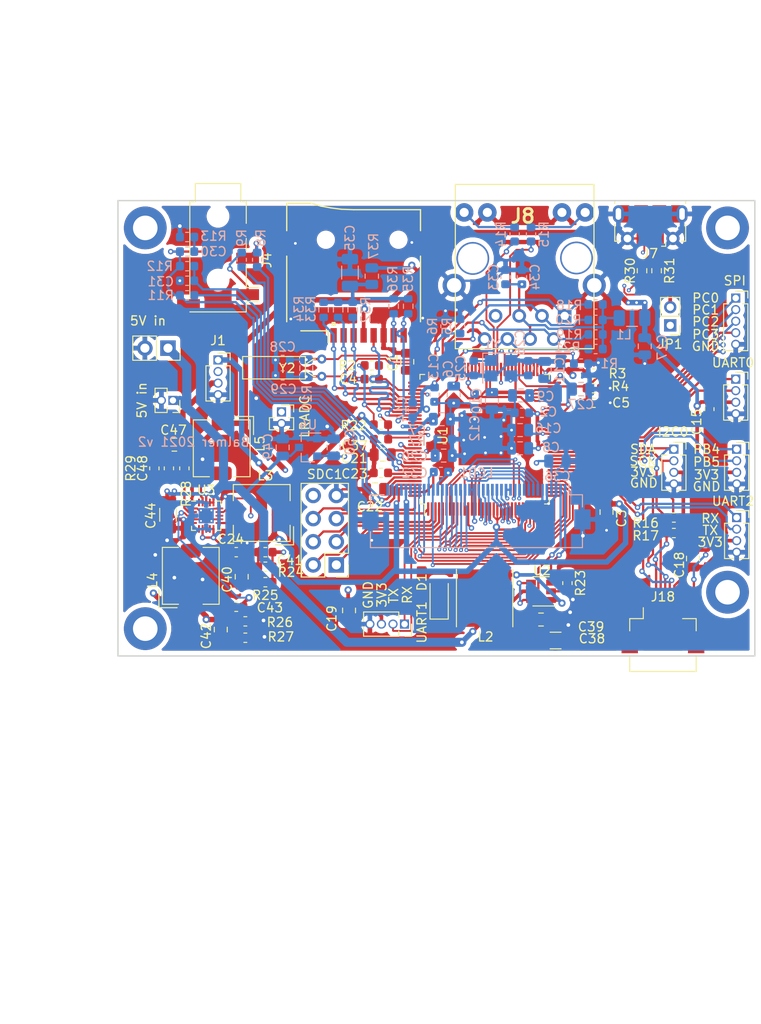
<source format=kicad_pcb>
(kicad_pcb (version 20171130) (host pcbnew 5.1.9-73d0e3b20d~88~ubuntu18.04.1)
  (layers (0 F.Cu signal) (1 In1.Cu signal) (2 In2.Cu signal) (31 B.Cu signal) (34 B.Paste user) (35 F.Paste user) (36 B.SilkS user) (37 F.SilkS user) (38 B.Mask user) (39 F.Mask user) (44 Edge.Cuts user))
  (net 0 "")
  (net 1 GND)
  (net 2 "Net-(C1-Pad1)")
  (net 3 +1V2)
  (net 4 /RESET)
  (net 5 /SVREF)
  (net 6 "Net-(LCD1-Pad40)")
  (net 7 "Net-(LCD1-Pad39)")
  (net 8 "Net-(LCD1-Pad38)")
  (net 9 "Net-(LCD1-Pad37)")
  (net 10 "Net-(LCD1-Pad35)")
  (net 11 "Net-(R1-Pad2)")
  (net 12 +3V3)
  (net 13 +1V8)
  (net 14 +3V0)
  (net 15 "Net-(U1-Pad114)")
  (net 16 "Net-(U1-Pad113)")
  (net 17 "Net-(U1-Pad87)")
  (net 18 "Net-(U1-Pad86)")
  (net 19 "Net-(U1-Pad84)")
  (net 20 "Net-(U1-Pad83)")
  (net 21 "Net-(U1-Pad82)")
  (net 22 "Net-(U1-Pad81)")
  (net 23 "Net-(U1-Pad10)")
  (net 24 LCD_D18)
  (net 25 LCD_D7)
  (net 26 LCD_D6)
  (net 27 LCD_D5)
  (net 28 LCD_D4)
  (net 29 LCD_D3)
  (net 30 LCD_D2)
  (net 31 LCD_D15)
  (net 32 LCD_D14)
  (net 33 LCD_D13)
  (net 34 LCD_D12)
  (net 35 LCD_D11)
  (net 36 LCD_D10)
  (net 37 LCD_D23)
  (net 38 LCD_D22)
  (net 39 LCD_D21)
  (net 40 LCD_D20)
  (net 41 LCD_D19)
  (net 42 VRA2)
  (net 43 VRA1)
  (net 44 HPVCCBP)
  (net 45 HPVCCIN)
  (net 46 HPR)
  (net 47 X24MIN)
  (net 48 X24MOUT)
  (net 49 HPL)
  (net 50 X32KIN)
  (net 51 X32KOUT)
  (net 52 "Net-(C30-Pad2)")
  (net 53 HPCOM)
  (net 54 HBIAS)
  (net 55 "Net-(C33-Pad1)")
  (net 56 LRADC)
  (net 57 VLED+)
  (net 58 +5V)
  (net 59 "Net-(C48-Pad2)")
  (net 60 "Net-(D1-Pad2)")
  (net 61 UART0_TX)
  (net 62 UART0_RX)
  (net 63 UART1_TX)
  (net 64 UART1_RX)
  (net 65 "Net-(J4-PadT)")
  (net 66 UART2_TX)
  (net 67 UART2_RX)
  (net 68 I2C0_SCK)
  (net 69 I2C0_SDA)
  (net 70 USB-ID)
  (net 71 "Net-(J7-Pad1)")
  (net 72 EPHY-TXP)
  (net 73 EPHY-TXN)
  (net 74 EPHY-RXP)
  (net 75 EPHY-RXN)
  (net 76 "Net-(J8-Pad9)")
  (net 77 "Net-(J8-Pad12)")
  (net 78 SPI_MOSI)
  (net 79 SPI_CS)
  (net 80 SPI_SCK)
  (net 81 SPI_MISO)
  (net 82 PB5)
  (net 83 PB4)
  (net 84 PB3)
  (net 85 PB2)
  (net 86 SDC0_CMD)
  (net 87 SDC0_D3)
  (net 88 SDC0_D2)
  (net 89 SDC0_CLK)
  (net 90 SDC0_D1)
  (net 91 SDC0_D0)
  (net 92 "Net-(J11-Pad9)")
  (net 93 SDC1_CMD)
  (net 94 SDC1_D3)
  (net 95 SDC1_D2)
  (net 96 SDC1_CLK)
  (net 97 SDC1_D1)
  (net 98 SDC1_D0)
  (net 99 "Net-(L3-Pad2)")
  (net 100 "Net-(L4-Pad2)")
  (net 101 "Net-(L5-Pad2)")
  (net 102 LCD_DE)
  (net 103 LCD_VSYNC)
  (net 104 LCD_HSYNC)
  (net 105 LCD_CLK)
  (net 106 VLED-)
  (net 107 "Net-(R5-Pad2)")
  (net 108 HPCOMFB)
  (net 109 EPHY-SPD-LED)
  (net 110 EPHY-LINK-LED)
  (net 111 "Net-(J4-PadR2)")
  (net 112 "Net-(J4-PadR1)")
  (net 113 USB-D+)
  (net 114 USB-D-)
  (net 115 "Net-(J7-Pad3)")
  (net 116 "Net-(J7-Pad2)")
  (net 117 "Net-(C41-Pad2)")
  (net 118 "Net-(C43-Pad2)")
  (net 119 "Net-(C35-Pad1)")
  (module Connector_PinSocket_2.54mm:PinSocket_1x02_P2.54mm_Vertical (layer F.Cu) (at 65.5 101.2 270)
    (fp_text reference J14 hide)
    (fp_text value "5V in" (at -3 2.2 180) (layer F.SilkS))
    (pad 2 thru_hole oval (at 0 2.54 270) (size 1.7 1.7) (drill 1) (layers *.Cu *.Mask) (net 1 GND))
    (pad 1 thru_hole rect (at 0 0 270) (size 1.7 1.7) (drill 1) (layers *.Cu *.Mask) (net 58 +5V))
  )
  (module Connector_PinSocket_1.27mm:PinSocket_1x02_P1.27mm_Vertical (layer F.Cu) (at 77.978 108.204)
    (fp_text reference J12 hide)
    (fp_text value LRADC (at 2.54 0.508 90) (layer F.SilkS))
    (pad 2 thru_hole oval (at 0 1.27) (size 1 1) (drill 0.7) (layers *.Cu *.Mask) (net 1 GND))
    (pad 1 thru_hole rect (at 0 0) (size 1 1) (drill 0.7) (layers *.Cu *.Mask) (net 56 LRADC))
  )
  (module balmer:HR911105_RJ45 (layer F.Cu) (at 104.7 91.1 180)
    (fp_text reference J8 (at 0.2 4.4) (layer F.SilkS) (effects (font (size 1.524 1.524) (thickness 0.3048))))
    (fp_text value HR911105_RJ45 hide)
    (pad Hole thru_hole circle (at 5.69976 -0.24892 180) (size 3.59918 3.59918) (drill 3.2512) (layers *.Cu *.Mask))
    (pad Hole thru_hole circle (at -5.69976 -0.20066 180) (size 3.59918 3.59918) (drill 3.2512) (layers *.Cu *.Mask))
    (pad 1 thru_hole rect (at -4.39928 -6.55066 180) (size 1.5 1.5) (drill 0.89916) (layers *.Cu *.Mask) (net 72 EPHY-TXP))
    (pad 2 thru_hole circle (at -3.2004 -9.10082 180) (size 1.5 1.5) (drill 0.89916) (layers *.Cu *.Mask) (net 73 EPHY-TXN))
    (pad 3 thru_hole circle (at -1.89992 -6.55066 180) (size 1.5 1.5) (drill 0.89916) (layers *.Cu *.Mask) (net 74 EPHY-RXP))
    (pad 4 thru_hole circle (at -0.59944 -9.10082 180) (size 1.5 1.5) (drill 0.89916) (layers *.Cu *.Mask) (net 55 "Net-(C33-Pad1)"))
    (pad 5 thru_hole circle (at 0.59944 -6.55066 180) (size 1.5 1.5) (drill 0.89916) (layers *.Cu *.Mask) (net 55 "Net-(C33-Pad1)"))
    (pad 6 thru_hole circle (at 1.89992 -9.10082 180) (size 1.5 1.5) (drill 0.89916) (layers *.Cu *.Mask) (net 75 EPHY-RXN))
    (pad 7 thru_hole circle (at 3.2004 -6.55066 180) (size 1.5 1.5) (drill 0.89916) (layers *.Cu *.Mask))
    (pad 8 thru_hole circle (at 4.39928 -9.10082 180) (size 1.5 1.5) (drill 0.89916) (layers *.Cu *.Mask) (net 1 GND))
    (pad 9 thru_hole circle (at -6.64972 4.79984 180) (size 2.032 2.032) (drill 1.00076) (layers *.Cu *.Mask) (net 76 "Net-(J8-Pad9)"))
    (pad 10 thru_hole circle (at -4.09956 4.79984 180) (size 2.032 2.032) (drill 1.00076) (layers *.Cu *.Mask) (net 1 GND))
    (pad 11 thru_hole circle (at 4.09956 4.79984 180) (size 2.032 2.032) (drill 1.00076) (layers *.Cu *.Mask) (net 1 GND))
    (pad 12 thru_hole circle (at 6.64972 4.79984 180) (size 2.032 2.032) (drill 1.00076) (layers *.Cu *.Mask) (net 77 "Net-(J8-Pad12)"))
    (pad 0 thru_hole circle (at -7.65048 -3.2004 180) (size 2.54 2.54) (drill 1.6002) (layers *.Cu *.Mask) (net 1 GND))
    (pad 0 thru_hole circle (at 7.74954 -3.2004 180) (size 2.54 2.54) (drill 1.6002) (layers *.Cu *.Mask) (net 1 GND))
  )
  (module Capacitor_SMD:C_1206_3216Metric (layer B.Cu) (at 85.5 92.9 90)
    (fp_text reference C35 (at 3.8 0 90) (layer B.SilkS) (effects (justify mirror)))
    (fp_text value 10u)
    (pad 2 smd roundrect (at 1.475 0 90) (size 1.15 1.8) (layers B.Cu B.Paste B.Mask) (roundrect_rratio 0.2173904347826087) (net 1 GND))
    (pad 1 smd roundrect (at -1.475 0 90) (size 1.15 1.8) (layers B.Cu B.Paste B.Mask) (roundrect_rratio 0.2173904347826087) (net 119 "Net-(C35-Pad1)"))
  )
  (module Resistor_SMD:R_0805_2012Metric (layer B.Cu) (at 87.9 93.3 90)
    (fp_text reference R37 (at 3.3 0.2 90) (layer B.SilkS) (effects (justify mirror)))
    (fp_text value 2.2)
    (pad 2 smd roundrect (at 0.9125 0 90) (size 1.025 1.4) (layers B.Cu B.Paste B.Mask) (roundrect_rratio 0.2439014634146341) (net 12 +3V3))
    (pad 1 smd roundrect (at -0.9125 0 90) (size 1.025 1.4) (layers B.Cu B.Paste B.Mask) (roundrect_rratio 0.2439014634146341) (net 119 "Net-(C35-Pad1)"))
  )
  (module Resistor_SMD:R_0603_1608Metric (layer B.Cu) (at 90.3 96.6 270)
    (fp_text reference R36 (at -3 0.1 90) (layer B.SilkS) (effects (justify mirror)))
    (fp_text value 47k)
    (pad 2 smd roundrect (at 0.825 0 270) (size 0.8 0.95) (layers B.Cu B.Paste B.Mask) (net 91 SDC0_D0))
    (pad 1 smd roundrect (at -0.825 0 270) (size 0.8 0.95) (layers B.Cu B.Paste B.Mask) (net 119 "Net-(C35-Pad1)"))
  )
  (module Resistor_SMD:R_0603_1608Metric (layer B.Cu) (at 91.9 96.6 270)
    (fp_text reference R35 (at -3 0 90) (layer B.SilkS) (effects (justify mirror)))
    (fp_text value 47k)
    (pad 2 smd roundrect (at 0.825 0 270) (size 0.8 0.95) (layers B.Cu B.Paste B.Mask) (net 90 SDC0_D1))
    (pad 1 smd roundrect (at -0.825 0 270) (size 0.8 0.95) (layers B.Cu B.Paste B.Mask) (net 119 "Net-(C35-Pad1)"))
  )
  (module Resistor_SMD:R_0603_1608Metric (layer B.Cu) (at 82.6 97 90)
    (fp_text reference R34 (at 0.1 -2.7 90) (layer B.SilkS) (effects (justify mirror)))
    (fp_text value 47k)
    (pad 2 smd roundrect (at 0.825 0 90) (size 0.8 0.95) (layers B.Cu B.Paste B.Mask) (net 119 "Net-(C35-Pad1)"))
    (pad 1 smd roundrect (at -0.825 0 90) (size 0.8 0.95) (layers B.Cu B.Paste B.Mask) (net 88 SDC0_D2))
  )
  (module Resistor_SMD:R_0603_1608Metric (layer B.Cu) (at 84.2 97 90)
    (fp_text reference R33 (at 0.1 -3 90) (layer B.SilkS) (effects (justify mirror)))
    (fp_text value 47k)
    (pad 2 smd roundrect (at 0.825 0 90) (size 0.8 0.95) (layers B.Cu B.Paste B.Mask) (net 119 "Net-(C35-Pad1)"))
    (pad 1 smd roundrect (at -0.825 0 90) (size 0.8 0.95) (layers B.Cu B.Paste B.Mask) (net 87 SDC0_D3))
  )
  (module Resistor_SMD:R_0603_1608Metric (layer B.Cu) (at 85.8 97 90)
    (fp_text reference R32 (at 0 1.43 90) (layer B.SilkS) (effects (justify mirror)))
    (fp_text value 47k)
    (pad 2 smd roundrect (at 0.825 0 90) (size 0.8 0.95) (layers B.Cu B.Paste B.Mask) (net 119 "Net-(C35-Pad1)"))
    (pad 1 smd roundrect (at -0.825 0 90) (size 0.8 0.95) (layers B.Cu B.Paste B.Mask) (net 86 SDC0_CMD))
  )
  (module balmer:Jack_3.5mm_PJ320D_Horizontal (layer F.Cu) (at 71 91.5 270)
    (fp_text reference J4 (at 0.05 -5.35 90) (layer F.SilkS))
    (fp_text value Audio)
    (pad "" np_thru_hole circle (at 2.225 0 270) (size 1.5 1.5) (drill 1.5) (layers *.Cu *.Mask))
    (pad "" np_thru_hole circle (at -4.775 0 270) (size 1.5 1.5) (drill 1.5) (layers *.Cu *.Mask))
    (pad S smd rect (at -3.175 -3.25 270) (size 1.2 2.5) (layers F.Cu F.Paste F.Mask) (net 53 HPCOM))
    (pad R2 smd rect (at -0.175 -3.25 270) (size 1.2 2.5) (layers F.Cu F.Paste F.Mask) (net 111 "Net-(J4-PadR2)"))
    (pad R1 smd rect (at 3.825 -3.25 270) (size 1.2 2.5) (layers F.Cu F.Paste F.Mask) (net 112 "Net-(J4-PadR1)"))
    (pad T smd rect (at 4.925 3.25 270) (size 1.2 2.5) (layers F.Cu F.Paste F.Mask) (net 65 "Net-(J4-PadT)"))
  )
  (module Capacitor_SMD:C_0805_2012Metric (layer B.Cu) (at 108.3 113.6)
    (fp_text reference C36 (at 0 1.68) (layer B.SilkS) (effects (justify mirror)))
    (fp_text value 2.2u)
    (pad 2 smd roundrect (at 0.95 0) (size 1 1.45) (layers B.Cu B.Paste B.Mask) (net 1 GND))
    (pad 1 smd roundrect (at -0.95 0) (size 1 1.45) (layers B.Cu B.Paste B.Mask) (net 12 +3V3))
  )
  (module balmer:Conn_uSDcard (layer F.Cu) (at 85.9 89.3 180)
    (fp_text reference J11)
    (fp_text value Micro_SD_Card_Ebay)
    (pad 3 smd rect (at 0 -10.5 180) (size 0.7 1.6) (layers F.Cu F.Paste F.Mask) (net 86 SDC0_CMD))
    (pad "" np_thru_hole circle (at -4.93 0 180) (size 1 1) (drill 1) (layers *.Cu))
    (pad "" np_thru_hole circle (at 3.05 0 180) (size 1 1) (drill 1) (layers *.Cu))
    (pad 2 smd rect (at 1.1 -10.5 180) (size 0.7 1.6) (layers F.Cu F.Paste F.Mask) (net 87 SDC0_D3))
    (pad 1 smd rect (at 2.2 -10.5 180) (size 0.7 1.6) (layers F.Cu F.Paste F.Mask) (net 88 SDC0_D2))
    (pad 4 smd rect (at -1.1 -10.5 180) (size 0.7 1.6) (layers F.Cu F.Paste F.Mask) (net 119 "Net-(C35-Pad1)"))
    (pad 5 smd rect (at -2.2 -10.5 180) (size 0.7 1.6) (layers F.Cu F.Paste F.Mask) (net 89 SDC0_CLK))
    (pad 6 smd rect (at -3.3 -10.5 180) (size 0.7 1.6) (layers F.Cu F.Paste F.Mask) (net 1 GND))
    (pad 8 smd rect (at -5.5 -10.5 180) (size 0.7 1.6) (layers F.Cu F.Paste F.Mask) (net 90 SDC0_D1))
    (pad 7 smd rect (at -4.4 -10.5 180) (size 0.7 1.6) (layers F.Cu F.Paste F.Mask) (net 91 SDC0_D0))
    (pad 9 smd rect (at -6.6 -10.5 180) (size 0.7 1.6) (layers F.Cu F.Paste F.Mask) (net 92 "Net-(J11-Pad9)"))
    (pad 6 smd rect (at -7.75 -10 180) (size 1.2 1.4) (layers F.Cu F.Paste F.Mask) (net 1 GND))
    (pad 6 smd rect (at 6.85 -10 180) (size 1.6 1.4) (layers F.Cu F.Paste F.Mask) (net 1 GND))
    (pad 6 smd rect (at -7.75 -0.4 180) (size 1.2 2.2) (layers F.Cu F.Paste F.Mask) (net 1 GND))
    (pad 6 smd rect (at 7.75 -0.4 180) (size 1.2 2.2) (layers F.Cu F.Paste F.Mask) (net 1 GND))
  )
  (module Capacitor_SMD:C_0603_1608Metric (layer F.Cu) (at 73 123.6)
    (fp_text reference C24 (at -0.6 -1.43) (layer F.SilkS))
    (fp_text value 100n)
    (pad 2 smd roundrect (at 0.775 0) (size 0.9 0.95) (layers F.Cu F.Paste F.Mask) (net 1 GND))
    (pad 1 smd roundrect (at -0.775 0) (size 0.9 0.95) (layers F.Cu F.Paste F.Mask) (net 58 +5V))
  )
  (module Inductor_SMD:L_TDK_SLF6045 (layer F.Cu) (at 71.4 112.2 270)
    (fp_text reference L5 (at -0.5 -4.2 90) (layer F.SilkS))
    (fp_text value 1.5u)
    (fp_text user "" (at -49 0.05 90) (layer F.SilkS) (effects (font (size 3 3))))
    (pad 2 smd roundrect (at 2.75 0 270) (size 1.5 2.2) (layers F.Cu F.Paste F.Mask) (net 101 "Net-(L5-Pad2)"))
    (pad 1 smd roundrect (at -2.75 0 270) (size 1.5 2.2) (layers F.Cu F.Paste F.Mask) (net 12 +3V3))
  )
  (module Inductor_SMD:L_TDK_SLF6045 (layer F.Cu) (at 68 126.2 90)
    (fp_text reference L4 (at -0.5 -4.2 90) (layer F.SilkS))
    (fp_text value 1.5u)
    (fp_text user "" (at -49 0.05 90) (layer F.SilkS) (effects (font (size 3 3))))
    (pad 2 smd roundrect (at 2.75 0 90) (size 1.5 2.2) (layers F.Cu F.Paste F.Mask) (net 100 "Net-(L4-Pad2)"))
    (pad 1 smd roundrect (at -2.75 0 90) (size 1.5 2.2) (layers F.Cu F.Paste F.Mask) (net 13 +1V8))
  )
  (module Inductor_SMD:L_TDK_SLF6045 (layer F.Cu) (at 75.8 119.3 180)
    (fp_text reference L3 (at -0.4 4.1) (layer F.SilkS))
    (fp_text value 1.5u)
    (fp_text user "" (at -49 0.05) (layer F.SilkS) (effects (font (size 3 3))))
    (pad 2 smd roundrect (at 2.75 0 180) (size 1.5 2.2) (layers F.Cu F.Paste F.Mask) (net 99 "Net-(L3-Pad2)"))
    (pad 1 smd roundrect (at -2.75 0 180) (size 1.5 2.2) (layers F.Cu F.Paste F.Mask) (net 3 +1V2))
  )
  (module Inductor_SMD:L_Taiyo-Yuden_NR-60xx (layer F.Cu) (at 100.3 128.65 90)
    (fp_text reference L2 (at -4.25 0.1 180) (layer F.SilkS))
    (fp_text value 22u)
    (pad 2 smd rect (at 2.35 0 90) (size 1.6 5.9) (layers F.Cu F.Paste F.Mask) (net 60 "Net-(D1-Pad2)"))
    (pad 1 smd rect (at -2.35 0 90) (size 1.6 5.9) (layers F.Cu F.Paste F.Mask) (net 58 +5V))
  )
  (module MountingHole:MountingHole_2.7mm_M2.5_DIN965_Pad (layer F.Cu) (at 63 132)
    (fp_text reference REF** hide)
    (fp_text value MountingHole_2.7mm_M2.5_DIN965_Pad hide)
    (pad 1 thru_hole circle (at 0 0) (size 4.7 4.7) (drill 2.7) (layers *.Cu *.Mask))
  )
  (module MountingHole:MountingHole_2.7mm_M2.5_DIN965_Pad (layer F.Cu) (at 63 88)
    (fp_text reference REF** hide)
    (fp_text value MountingHole_2.7mm_M2.5_DIN965_Pad hide)
    (pad 1 thru_hole circle (at 0 0) (size 4.7 4.7) (drill 2.7) (layers *.Cu *.Mask))
  )
  (module MountingHole:MountingHole_2.7mm_M2.5_DIN965_Pad (layer F.Cu) (at 127 128)
    (fp_text reference REF** hide)
    (fp_text value MountingHole_2.7mm_M2.5_DIN965_Pad hide)
    (pad 1 thru_hole circle (at 0 0) (size 4.7 4.7) (drill 2.7) (layers *.Cu *.Mask))
  )
  (module MountingHole:MountingHole_2.7mm_M2.5_DIN965_Pad (layer F.Cu) (at 127 88)
    (fp_text reference REF** hide)
    (fp_text value MountingHole_2.7mm_M2.5_DIN965_Pad hide)
    (pad 1 thru_hole circle (at 0 0) (size 4.7 4.7) (drill 2.7) (layers *.Cu *.Mask))
  )
  (module Capacitor_SMD:C_0805_2012Metric (layer B.Cu) (at 110.9 105.7)
    (fp_text reference C27 (at 0 1.68 180) (layer B.SilkS) (effects (justify mirror)))
    (fp_text value 2.2u)
    (pad 2 smd roundrect (at 0.95 0) (size 1 1.45) (layers B.Cu B.Paste B.Mask) (net 1 GND))
    (pad 1 smd roundrect (at -0.95 0) (size 1 1.45) (layers B.Cu B.Paste B.Mask) (net 3 +1V2))
  )
  (module Connector_PinSocket_1.27mm:PinSocket_1x02_P1.27mm_Vertical (layer F.Cu) (at 66.04 106.934 270)
    (fp_text reference J13 hide)
    (fp_text value "5V in" (at 0 3.405 90) (layer F.SilkS))
    (pad 2 thru_hole oval (at 0 1.27 270) (size 1 1) (drill 0.7) (layers *.Cu *.Mask) (net 1 GND))
    (pad 1 thru_hole rect (at 0 0 270) (size 1 1) (drill 0.7) (layers *.Cu *.Mask) (net 58 +5V))
  )
  (module Connector_PinSocket_1.27mm:PinSocket_1x04_P1.27mm_Vertical (layer F.Cu) (at 128 112.3)
    (fp_text reference J10 hide)
    (fp_text value PB4-5)
    (pad 4 thru_hole oval (at 0 3.81) (size 1 1) (drill 0.7) (layers *.Cu *.Mask) (net 1 GND))
    (pad 3 thru_hole oval (at 0 2.54) (size 1 1) (drill 0.7) (layers *.Cu *.Mask) (net 12 +3V3))
    (pad 2 thru_hole oval (at 0 1.27) (size 1 1) (drill 0.7) (layers *.Cu *.Mask) (net 82 PB5))
    (pad 1 thru_hole rect (at 0 0) (size 1 1) (drill 0.7) (layers *.Cu *.Mask) (net 83 PB4))
  )
  (module Connector_PinSocket_1.27mm:PinSocket_1x04_P1.27mm_Vertical (layer F.Cu) (at 71 102.5)
    (fp_text reference J1 (at 0 -2.135) (layer F.SilkS))
    (fp_text value PowerOut)
    (pad 4 thru_hole oval (at 0 3.81) (size 1 1) (drill 0.7) (layers *.Cu *.Mask) (net 1 GND))
    (pad 3 thru_hole oval (at 0 2.54) (size 1 1) (drill 0.7) (layers *.Cu *.Mask) (net 12 +3V3))
    (pad 2 thru_hole oval (at 0 1.27) (size 1 1) (drill 0.7) (layers *.Cu *.Mask) (net 13 +1V8))
    (pad 1 thru_hole rect (at 0 0) (size 1 1) (drill 0.7) (layers *.Cu *.Mask) (net 3 +1V2))
  )
  (module Connector_PinHeader_2.54mm:PinHeader_2x04_P2.54mm_Vertical (layer F.Cu) (at 84 125 180)
    (fp_text reference J17 hide)
    (fp_text value SDC1 (at 1.27 9.95) (layer F.SilkS))
    (pad 8 thru_hole oval (at 2.54 7.62 180) (size 1.7 1.7) (drill 1) (layers *.Cu *.Mask) (net 12 +3V3))
    (pad 7 thru_hole oval (at 0 7.62 180) (size 1.7 1.7) (drill 1) (layers *.Cu *.Mask) (net 1 GND))
    (pad 6 thru_hole oval (at 2.54 5.08 180) (size 1.7 1.7) (drill 1) (layers *.Cu *.Mask) (net 94 SDC1_D3))
    (pad 5 thru_hole oval (at 0 5.08 180) (size 1.7 1.7) (drill 1) (layers *.Cu *.Mask) (net 95 SDC1_D2))
    (pad 4 thru_hole oval (at 2.54 2.54 180) (size 1.7 1.7) (drill 1) (layers *.Cu *.Mask) (net 97 SDC1_D1))
    (pad 3 thru_hole oval (at 0 2.54 180) (size 1.7 1.7) (drill 1) (layers *.Cu *.Mask) (net 98 SDC1_D0))
    (pad 2 thru_hole oval (at 2.54 0 180) (size 1.7 1.7) (drill 1) (layers *.Cu *.Mask) (net 93 SDC1_CMD))
    (pad 1 thru_hole rect (at 0 0 180) (size 1.7 1.7) (drill 1) (layers *.Cu *.Mask) (net 96 SDC1_CLK))
  )
  (module Capacitor_SMD:C_0805_2012Metric (layer F.Cu) (at 89.1 112.9 180)
    (fp_text reference C21 (at 3.1 -0.4) (layer F.SilkS))
    (fp_text value 2.2u)
    (pad 2 smd roundrect (at 0.9375 0 180) (size 0.975 1.4) (layers F.Cu F.Paste F.Mask) (net 1 GND))
    (pad 1 smd roundrect (at -0.9375 0 180) (size 0.975 1.4) (layers F.Cu F.Paste F.Mask) (net 43 VRA1))
  )
  (module Connector_PinHeader_2.00mm:PinHeader_1x02_P2.00mm_Vertical (layer F.Cu) (at 120.7 98.7 180)
    (fp_text reference JP1 (at 0 -2.06) (layer F.SilkS))
    (fp_text value Jumper_2_Open)
    (pad 2 thru_hole oval (at 0 2 180) (size 1.35 1.35) (drill 0.8) (layers *.Cu *.Mask) (net 71 "Net-(J7-Pad1)"))
    (pad 1 thru_hole rect (at 0 0 180) (size 1.35 1.35) (drill 0.8) (layers *.Cu *.Mask) (net 58 +5V))
  )
  (module Capacitor_SMD:C_1206_3216Metric (layer F.Cu) (at 65.5 119.5 270)
    (fp_text reference C44 (at 0.1 1.9 90) (layer F.SilkS))
    (fp_text value 33u)
    (pad 2 smd roundrect (at 1.475 0 270) (size 1.15 1.8) (layers F.Cu F.Paste F.Mask) (roundrect_rratio 0.2173904347826087) (net 1 GND))
    (pad 1 smd roundrect (at -1.475 0 270) (size 1.15 1.8) (layers F.Cu F.Paste F.Mask) (roundrect_rratio 0.2173904347826087) (net 58 +5V))
  )
  (module Resistor_SMD:R_0603_1608Metric (layer F.Cu) (at 119.2 92.7 270)
    (fp_text reference R31 (at 0 -1.43 90) (layer F.SilkS))
    (fp_text value 33)
    (pad 2 smd roundrect (at 0.825 0 270) (size 0.8 0.95) (layers F.Cu F.Paste F.Mask) (net 114 USB-D-))
    (pad 1 smd roundrect (at -0.825 0 270) (size 0.8 0.95) (layers F.Cu F.Paste F.Mask) (net 116 "Net-(J7-Pad2)"))
  )
  (module Resistor_SMD:R_0603_1608Metric (layer F.Cu) (at 117.6 92.7 270)
    (fp_text reference R30 (at 0 1.3 90) (layer F.SilkS))
    (fp_text value 33)
    (pad 2 smd roundrect (at 0.825 0 270) (size 0.8 0.95) (layers F.Cu F.Paste F.Mask) (net 113 USB-D+))
    (pad 1 smd roundrect (at -0.825 0 270) (size 0.8 0.95) (layers F.Cu F.Paste F.Mask) (net 115 "Net-(J7-Pad3)"))
  )
  (module Connector_PinSocket_1.27mm:PinSocket_1x04_P1.27mm_Vertical (layer F.Cu) (at 91.5 131.5 270)
    (fp_text reference J3 hide)
    (fp_text value UART1 (at -0.2 -1.9 90) (layer F.SilkS))
    (pad 4 thru_hole oval (at 0 3.81 270) (size 1 1) (drill 0.7) (layers *.Cu *.Mask) (net 1 GND))
    (pad 3 thru_hole oval (at 0 2.54 270) (size 1 1) (drill 0.7) (layers *.Cu *.Mask) (net 12 +3V3))
    (pad 2 thru_hole oval (at 0 1.27 270) (size 1 1) (drill 0.7) (layers *.Cu *.Mask) (net 63 UART1_TX))
    (pad 1 thru_hole rect (at 0 0 270) (size 1 1) (drill 0.7) (layers *.Cu *.Mask) (net 64 UART1_RX))
  )
  (module Connector_FFC-FPC:Hirose_FH12-8S-0.5SH_1x08-1MP_P0.50mm_Horizontal (layer F.Cu) (at 119.9 132.2)
    (fp_text reference J18 (at 0 -3.7) (layer F.SilkS))
    (fp_text value Touch)
    (pad 8 smd rect (at 1.75 -1.85) (size 0.3 1.3) (layers F.Cu F.Paste F.Mask) (net 1 GND))
    (pad 7 smd rect (at 1.25 -1.85) (size 0.3 1.3) (layers F.Cu F.Paste F.Mask) (net 1 GND))
    (pad 6 smd rect (at 0.75 -1.85) (size 0.3 1.3) (layers F.Cu F.Paste F.Mask) (net 85 PB2))
    (pad 5 smd rect (at 0.25 -1.85) (size 0.3 1.3) (layers F.Cu F.Paste F.Mask) (net 84 PB3))
    (pad 4 smd rect (at -0.25 -1.85) (size 0.3 1.3) (layers F.Cu F.Paste F.Mask) (net 69 I2C0_SDA))
    (pad 3 smd rect (at -0.75 -1.85) (size 0.3 1.3) (layers F.Cu F.Paste F.Mask) (net 68 I2C0_SCK))
    (pad 2 smd rect (at -1.25 -1.85) (size 0.3 1.3) (layers F.Cu F.Paste F.Mask) (net 12 +3V3))
    (pad 1 smd rect (at -1.75 -1.85) (size 0.3 1.3) (layers F.Cu F.Paste F.Mask) (net 12 +3V3))
    (pad MP smd rect (at -3.65 1.4) (size 1.8 2.2) (layers F.Cu F.Paste F.Mask))
    (pad MP smd rect (at 3.65 1.4) (size 1.8 2.2) (layers F.Cu F.Paste F.Mask))
  )
  (module Package_DFN_QFN:QFN-20-1EP_3x3mm_P0.4mm_EP1.65x1.65mm_ThermalVias (layer F.Cu) (at 69.7 119.6)
    (fp_text reference U3 (at 0 -2.82) (layer F.SilkS))
    (fp_text value EA3036)
    (pad 21 smd rect (at 0 0) (size 1.65 1.65) (layers B.Cu) (net 1 GND))
    (pad 21 thru_hole circle (at 0.575 0.575) (size 0.5 0.5) (drill 0.2) (layers *.Cu) (net 1 GND))
    (pad 21 thru_hole circle (at -0.575 0.575) (size 0.5 0.5) (drill 0.2) (layers *.Cu) (net 1 GND))
    (pad 21 thru_hole circle (at 0.575 -0.575) (size 0.5 0.5) (drill 0.2) (layers *.Cu) (net 1 GND))
    (pad 21 thru_hole circle (at -0.575 -0.575) (size 0.5 0.5) (drill 0.2) (layers *.Cu) (net 1 GND))
    (pad 21 smd rect (at 0 0) (size 1.65 1.65) (layers F.Cu F.Mask) (net 1 GND))
    (pad 20 smd roundrect (at -0.8 -1.45) (size 0.2 0.85) (layers F.Cu F.Paste F.Mask))
    (pad 19 smd roundrect (at -0.4 -1.45) (size 0.2 0.85) (layers F.Cu F.Paste F.Mask) (net 101 "Net-(L5-Pad2)"))
    (pad 18 smd roundrect (at 0 -1.45) (size 0.2 0.85) (layers F.Cu F.Paste F.Mask) (net 58 +5V))
    (pad 17 smd roundrect (at 0.4 -1.45) (size 0.2 0.85) (layers F.Cu F.Paste F.Mask) (net 58 +5V))
    (pad 16 smd roundrect (at 0.8 -1.45) (size 0.2 0.85) (layers F.Cu F.Paste F.Mask) (net 58 +5V))
    (pad 15 smd roundrect (at 1.45 -0.8) (size 0.85 0.2) (layers F.Cu F.Paste F.Mask) (net 1 GND))
    (pad 14 smd roundrect (at 1.45 -0.4) (size 0.85 0.2) (layers F.Cu F.Paste F.Mask) (net 117 "Net-(C41-Pad2)"))
    (pad 13 smd roundrect (at 1.45 0) (size 0.85 0.2) (layers F.Cu F.Paste F.Mask) (net 1 GND))
    (pad 12 smd roundrect (at 1.45 0.4) (size 0.85 0.2) (layers F.Cu F.Paste F.Mask) (net 1 GND))
    (pad 11 smd roundrect (at 1.45 0.8) (size 0.85 0.2) (layers F.Cu F.Paste F.Mask) (net 99 "Net-(L3-Pad2)"))
    (pad 10 smd roundrect (at 0.8 1.45) (size 0.2 0.85) (layers F.Cu F.Paste F.Mask) (net 58 +5V))
    (pad 9 smd roundrect (at 0.4 1.45) (size 0.2 0.85) (layers F.Cu F.Paste F.Mask) (net 58 +5V))
    (pad 8 smd roundrect (at 0 1.45) (size 0.2 0.85) (layers F.Cu F.Paste F.Mask) (net 58 +5V))
    (pad 7 smd roundrect (at -0.4 1.45) (size 0.2 0.85) (layers F.Cu F.Paste F.Mask) (net 58 +5V))
    (pad 6 smd roundrect (at -0.8 1.45) (size 0.2 0.85) (layers F.Cu F.Paste F.Mask) (net 100 "Net-(L4-Pad2)"))
    (pad 5 smd roundrect (at -1.45 0.8) (size 0.85 0.2) (layers F.Cu F.Paste F.Mask) (net 1 GND))
    (pad 4 smd roundrect (at -1.45 0.4) (size 0.85 0.2) (layers F.Cu F.Paste F.Mask) (net 1 GND))
    (pad 3 smd roundrect (at -1.45 0) (size 0.85 0.2) (layers F.Cu F.Paste F.Mask) (net 118 "Net-(C43-Pad2)"))
    (pad 2 smd roundrect (at -1.45 -0.4) (size 0.85 0.2) (layers F.Cu F.Paste F.Mask) (net 59 "Net-(C48-Pad2)"))
    (pad 1 smd roundrect (at -1.45 -0.8) (size 0.85 0.2) (layers F.Cu F.Paste F.Mask) (net 1 GND))
  )
  (module Crystal:Crystal_C26-LF_D2.1mm_L6.5mm_Horizontal (layer F.Cu) (at 82.4 102.4 270)
    (fp_text reference Y2 (at 1 3.8) (layer F.SilkS))
    (fp_text value 32768)
    (pad 2 thru_hole circle (at 1.9 0 270) (size 1 1) (drill 0.5) (layers *.Cu *.Mask) (net 50 X32KIN))
    (pad 1 thru_hole circle (at 0 0 270) (size 1 1) (drill 0.5) (layers *.Cu *.Mask) (net 51 X32KOUT))
  )
  (module Crystal:Crystal_SMD_3225-4Pin_3.2x2.5mm (layer B.Cu) (at 102.1 103.4)
    (fp_text reference Y1 (at -1 -2.6) (layer B.SilkS) (effects (justify mirror)))
    (fp_text value 24MHz)
    (pad 4 smd rect (at -1.1 0.85) (size 1.4 1.2) (layers B.Cu B.Paste B.Mask) (net 1 GND))
    (pad 3 smd rect (at 1.1 0.85) (size 1.4 1.2) (layers B.Cu B.Paste B.Mask) (net 48 X24MOUT))
    (pad 2 smd rect (at 1.1 -0.85) (size 1.4 1.2) (layers B.Cu B.Paste B.Mask) (net 1 GND))
    (pad 1 smd rect (at -1.1 -0.85) (size 1.4 1.2) (layers B.Cu B.Paste B.Mask) (net 47 X24MIN))
  )
  (module Package_TO_SOT_SMD:SOT-23 (layer B.Cu) (at 80.9 112.1 180)
    (fp_text reference U4 (at 0 2.5) (layer B.SilkS) (effects (justify mirror)))
    (fp_text value XC6206P302MR)
    (pad 3 smd rect (at 1 0 180) (size 0.9 0.8) (layers B.Cu B.Paste B.Mask) (net 58 +5V))
    (pad 2 smd rect (at -1 -0.95 180) (size 0.9 0.8) (layers B.Cu B.Paste B.Mask) (net 14 +3V0))
    (pad 1 smd rect (at -1 0.95 180) (size 0.9 0.8) (layers B.Cu B.Paste B.Mask) (net 1 GND))
  )
  (module Package_TO_SOT_SMD:SOT-23-6 (layer F.Cu) (at 106.5 127.9 180)
    (fp_text reference U2 (at -0.1 2.3) (layer F.SilkS))
    (fp_text value PT4103)
    (pad 5 smd rect (at 1.1 0 180) (size 1.06 0.65) (layers F.Cu F.Paste F.Mask) (net 57 VLED+))
    (pad 6 smd rect (at 1.1 -0.95 180) (size 1.06 0.65) (layers F.Cu F.Paste F.Mask) (net 58 +5V))
    (pad 4 smd rect (at 1.1 0.95 180) (size 1.06 0.65) (layers F.Cu F.Paste F.Mask) (net 58 +5V))
    (pad 3 smd rect (at -1.1 0.95 180) (size 1.06 0.65) (layers F.Cu F.Paste F.Mask) (net 106 VLED-))
    (pad 2 smd rect (at -1.1 0 180) (size 1.06 0.65) (layers F.Cu F.Paste F.Mask) (net 1 GND))
    (pad 1 smd rect (at -1.1 -0.95 180) (size 1.06 0.65) (layers F.Cu F.Paste F.Mask) (net 60 "Net-(D1-Pad2)"))
  )
  (module Resistor_SMD:R_0603_1608Metric (layer F.Cu) (at 64 114.4 90)
    (fp_text reference R29 (at 0 -2.6 90) (layer F.SilkS))
    (fp_text value 15k1%)
    (pad 2 smd roundrect (at 0.7875 0 90) (size 0.875 0.95) (layers F.Cu F.Paste F.Mask) (net 1 GND))
    (pad 1 smd roundrect (at -0.7875 0 90) (size 0.875 0.95) (layers F.Cu F.Paste F.Mask) (net 59 "Net-(C48-Pad2)"))
  )
  (module Resistor_SMD:R_0603_1608Metric (layer F.Cu) (at 67.3 114.4 270)
    (fp_text reference R28 (at 2.8 -0.2 90) (layer F.SilkS))
    (fp_text value 68k1%)
    (pad 2 smd roundrect (at 0.7875 0 270) (size 0.875 0.95) (layers F.Cu F.Paste F.Mask) (net 59 "Net-(C48-Pad2)"))
    (pad 1 smd roundrect (at -0.7875 0 270) (size 0.875 0.95) (layers F.Cu F.Paste F.Mask) (net 12 +3V3))
  )
  (module Resistor_SMD:R_0603_1608Metric (layer F.Cu) (at 74 133 180)
    (fp_text reference R27 (at -3.9 0.1) (layer F.SilkS))
    (fp_text value 15k1%)
    (pad 2 smd roundrect (at 0.7875 0 180) (size 0.875 0.95) (layers F.Cu F.Paste F.Mask) (net 1 GND))
    (pad 1 smd roundrect (at -0.7875 0 180) (size 0.875 0.95) (layers F.Cu F.Paste F.Mask) (net 118 "Net-(C43-Pad2)"))
  )
  (module Resistor_SMD:R_0603_1608Metric (layer F.Cu) (at 74 131.2)
    (fp_text reference R26 (at 3.8 0.1) (layer F.SilkS))
    (fp_text value 30k1%)
    (pad 2 smd roundrect (at 0.7875 0) (size 0.875 0.95) (layers F.Cu F.Paste F.Mask) (net 118 "Net-(C43-Pad2)"))
    (pad 1 smd roundrect (at -0.7875 0) (size 0.875 0.95) (layers F.Cu F.Paste F.Mask) (net 13 +1V8))
  )
  (module Resistor_SMD:R_0603_1608Metric (layer F.Cu) (at 76.2 126.9 180)
    (fp_text reference R25 (at 0 -1.43) (layer F.SilkS))
    (fp_text value 68k1%)
    (pad 2 smd roundrect (at 0.7875 0 180) (size 0.875 0.95) (layers F.Cu F.Paste F.Mask) (net 1 GND))
    (pad 1 smd roundrect (at -0.7875 0 180) (size 0.875 0.95) (layers F.Cu F.Paste F.Mask) (net 117 "Net-(C41-Pad2)"))
  )
  (module Resistor_SMD:R_0603_1608Metric (layer F.Cu) (at 76.2 125.2)
    (fp_text reference R24 (at 2.8 0.6) (layer F.SilkS))
    (fp_text value 68k1%)
    (pad 2 smd roundrect (at 0.7875 0) (size 0.875 0.95) (layers F.Cu F.Paste F.Mask) (net 117 "Net-(C41-Pad2)"))
    (pad 1 smd roundrect (at -0.7875 0) (size 0.875 0.95) (layers F.Cu F.Paste F.Mask) (net 3 +1V2))
  )
  (module Resistor_SMD:R_0603_1608Metric (layer F.Cu) (at 109.4 127 270)
    (fp_text reference R23 (at 0 -1.43 90) (layer F.SilkS))
    (fp_text value 5.1)
    (pad 2 smd roundrect (at 0.7875 0 270) (size 0.875 0.95) (layers F.Cu F.Paste F.Mask) (net 1 GND))
    (pad 1 smd roundrect (at -0.7875 0 270) (size 0.875 0.95) (layers F.Cu F.Paste F.Mask) (net 106 VLED-))
  )
  (module Resistor_SMD:R_0603_1608Metric (layer F.Cu) (at 88.9 109.6 180)
    (fp_text reference R22 (at 3 -0.1) (layer F.SilkS))
    (fp_text value 100k)
    (pad 2 smd roundrect (at 0.7875 0 180) (size 0.875 0.95) (layers F.Cu F.Paste F.Mask) (net 12 +3V3))
    (pad 1 smd roundrect (at -0.7875 0 180) (size 0.875 0.95) (layers F.Cu F.Paste F.Mask) (net 56 LRADC))
  )
  (module Resistor_SMD:R_0603_1608Metric (layer B.Cu) (at 112.5 101.3)
    (fp_text reference R21 (at -3.1 -0.2) (layer B.SilkS) (effects (justify mirror)))
    (fp_text value 50)
    (pad 2 smd roundrect (at 0.7875 0) (size 0.875 0.95) (layers B.Cu B.Paste B.Mask) (net 55 "Net-(C33-Pad1)"))
    (pad 1 smd roundrect (at -0.7875 0) (size 0.875 0.95) (layers B.Cu B.Paste B.Mask) (net 75 EPHY-RXN))
  )
  (module Resistor_SMD:R_0603_1608Metric (layer B.Cu) (at 112.5 98.1)
    (fp_text reference R20 (at -3 0) (layer B.SilkS) (effects (justify mirror)))
    (fp_text value 50)
    (pad 2 smd roundrect (at 0.7875 0) (size 0.875 0.95) (layers B.Cu B.Paste B.Mask) (net 55 "Net-(C33-Pad1)"))
    (pad 1 smd roundrect (at -0.7875 0) (size 0.875 0.95) (layers B.Cu B.Paste B.Mask) (net 74 EPHY-RXP))
  )
  (module Resistor_SMD:R_0603_1608Metric (layer B.Cu) (at 112.5 99.7)
    (fp_text reference R19 (at -2.9 0) (layer B.SilkS) (effects (justify mirror)))
    (fp_text value 50)
    (pad 2 smd roundrect (at 0.7875 0) (size 0.875 0.95) (layers B.Cu B.Paste B.Mask) (net 55 "Net-(C33-Pad1)"))
    (pad 1 smd roundrect (at -0.7875 0) (size 0.875 0.95) (layers B.Cu B.Paste B.Mask) (net 73 EPHY-TXN))
  )
  (module Resistor_SMD:R_0603_1608Metric (layer B.Cu) (at 112.5 96.4)
    (fp_text reference R18 (at -2.9 0.1) (layer B.SilkS) (effects (justify mirror)))
    (fp_text value 50)
    (pad 2 smd roundrect (at 0.7875 0) (size 0.875 0.95) (layers B.Cu B.Paste B.Mask) (net 55 "Net-(C33-Pad1)"))
    (pad 1 smd roundrect (at -0.7875 0) (size 0.875 0.95) (layers B.Cu B.Paste B.Mask) (net 72 EPHY-TXP))
  )
  (module Resistor_SMD:R_0603_1608Metric (layer F.Cu) (at 121.1 121.5)
    (fp_text reference R17 (at -3.1 0.3) (layer F.SilkS))
    (fp_text value 4.7k)
    (pad 2 smd roundrect (at 0.7875 0) (size 0.875 0.95) (layers F.Cu F.Paste F.Mask) (net 12 +3V3))
    (pad 1 smd roundrect (at -0.7875 0) (size 0.875 0.95) (layers F.Cu F.Paste F.Mask) (net 68 I2C0_SCK))
  )
  (module Resistor_SMD:R_0603_1608Metric (layer F.Cu) (at 121.1 119.8)
    (fp_text reference R16 (at -3.1 0.6) (layer F.SilkS))
    (fp_text value 4.7k)
    (pad 2 smd roundrect (at 0.7875 0) (size 0.875 0.95) (layers F.Cu F.Paste F.Mask) (net 12 +3V3))
    (pad 1 smd roundrect (at -0.7875 0) (size 0.875 0.95) (layers F.Cu F.Paste F.Mask) (net 69 I2C0_SDA))
  )
  (module Resistor_SMD:R_0603_1608Metric (layer B.Cu) (at 105.4 88.7 90)
    (fp_text reference R15 (at 0 1.43 90) (layer B.SilkS) (effects (justify mirror)))
    (fp_text value 1K)
    (pad 2 smd roundrect (at 0.7875 0 90) (size 0.875 0.95) (layers B.Cu B.Paste B.Mask) (net 76 "Net-(J8-Pad9)"))
    (pad 1 smd roundrect (at -0.7875 0 90) (size 0.875 0.95) (layers B.Cu B.Paste B.Mask) (net 110 EPHY-LINK-LED))
  )
  (module Resistor_SMD:R_0603_1608Metric (layer B.Cu) (at 103.6 88.7 90)
    (fp_text reference R14 (at 0 -1.5 90) (layer B.SilkS) (effects (justify mirror)))
    (fp_text value 1K)
    (pad 2 smd roundrect (at 0.7875 0 90) (size 0.875 0.95) (layers B.Cu B.Paste B.Mask) (net 77 "Net-(J8-Pad12)"))
    (pad 1 smd roundrect (at -0.7875 0 90) (size 0.875 0.95) (layers B.Cu B.Paste B.Mask) (net 109 EPHY-SPD-LED))
  )
  (module Resistor_SMD:R_0603_1608Metric (layer B.Cu) (at 67.6 89)
    (fp_text reference R13 (at 2.9 -0.1) (layer B.SilkS) (effects (justify mirror)))
    (fp_text value 22)
    (pad 2 smd roundrect (at 0.7875 0) (size 0.875 0.95) (layers B.Cu B.Paste B.Mask) (net 52 "Net-(C30-Pad2)"))
    (pad 1 smd roundrect (at -0.7875 0) (size 0.875 0.95) (layers B.Cu B.Paste B.Mask) (net 1 GND))
  )
  (module Resistor_SMD:R_0603_1608Metric (layer B.Cu) (at 67.6 92.2)
    (fp_text reference R12 (at -3 0) (layer B.SilkS) (effects (justify mirror)))
    (fp_text value 2k)
    (pad 2 smd roundrect (at 0.7875 0) (size 0.875 0.95) (layers B.Cu B.Paste B.Mask) (net 54 HBIAS))
    (pad 1 smd roundrect (at -0.7875 0) (size 0.875 0.95) (layers B.Cu B.Paste B.Mask) (net 53 HPCOM))
  )
  (module Resistor_SMD:R_0603_1608Metric (layer B.Cu) (at 67.6 95.4 180)
    (fp_text reference R11 (at 2.9 0) (layer B.SilkS) (effects (justify mirror)))
    (fp_text value 0)
    (pad 2 smd roundrect (at 0.7875 0 180) (size 0.875 0.95) (layers B.Cu B.Paste B.Mask) (net 53 HPCOM))
    (pad 1 smd roundrect (at -0.7875 0 180) (size 0.875 0.95) (layers B.Cu B.Paste B.Mask) (net 108 HPCOMFB))
  )
  (module Resistor_SMD:R_0805_2012Metric (layer B.Cu) (at 80.7 103.4 90)
    (fp_text reference R10 (at -3.28 0.072 90) (layer B.SilkS) (effects (justify mirror)))
    (fp_text value 10M)
    (pad 2 smd roundrect (at 0.9375 0 90) (size 0.975 1.4) (layers B.Cu B.Paste B.Mask) (net 51 X32KOUT))
    (pad 1 smd roundrect (at -0.9375 0 90) (size 0.975 1.4) (layers B.Cu B.Paste B.Mask) (net 50 X32KIN))
  )
  (module Resistor_SMD:R_0603_1608Metric (layer B.Cu) (at 73.6 91.5 90)
    (fp_text reference R9 (at 2.4 0 90) (layer B.SilkS) (effects (justify mirror)))
    (fp_text value 4.7)
    (pad 2 smd roundrect (at 0.7875 0 90) (size 0.875 0.95) (layers B.Cu B.Paste B.Mask) (net 112 "Net-(J4-PadR1)"))
    (pad 1 smd roundrect (at -0.7875 0 90) (size 0.875 0.95) (layers B.Cu B.Paste B.Mask) (net 49 HPL))
  )
  (module Resistor_SMD:R_0603_1608Metric (layer B.Cu) (at 75.3 91.5 90)
    (fp_text reference R8 (at 2.4 0.4 90) (layer B.SilkS) (effects (justify mirror)))
    (fp_text value 4.7)
    (pad 2 smd roundrect (at 0.7875 0 90) (size 0.875 0.95) (layers B.Cu B.Paste B.Mask) (net 111 "Net-(J4-PadR2)"))
    (pad 1 smd roundrect (at -0.7875 0 90) (size 0.875 0.95) (layers B.Cu B.Paste B.Mask) (net 46 HPR))
  )
  (module Resistor_SMD:R_0603_1608Metric (layer B.Cu) (at 95.9 111.2)
    (fp_text reference R7 (at -3 0.2) (layer B.SilkS) (effects (justify mirror)))
    (fp_text value 200k)
    (pad 2 smd roundrect (at 0.7875 0) (size 0.875 0.95) (layers B.Cu B.Paste B.Mask) (net 1 GND))
    (pad 1 smd roundrect (at -0.7875 0) (size 0.875 0.95) (layers B.Cu B.Paste B.Mask) (net 42 VRA2))
  )
  (module Resistor_SMD:R_0603_1608Metric (layer B.Cu) (at 96 98.8 270)
    (fp_text reference R6 (at 0 1.43 90) (layer B.SilkS) (effects (justify mirror)))
    (fp_text value 12k)
    (pad 2 smd roundrect (at 0.7875 0 270) (size 0.875 0.95) (layers B.Cu B.Paste B.Mask) (net 107 "Net-(R5-Pad2)"))
    (pad 1 smd roundrect (at -0.7875 0 270) (size 0.875 0.95) (layers B.Cu B.Paste B.Mask) (net 1 GND))
  )
  (module Resistor_SMD:R_0603_1608Metric (layer B.Cu) (at 97.6 98.8 270)
    (fp_text reference R5 (at 0 1.43 90) (layer B.SilkS) (effects (justify mirror)))
    (fp_text value 12k)
    (pad 2 smd roundrect (at 0.7875 0 270) (size 0.875 0.95) (layers B.Cu B.Paste B.Mask) (net 107 "Net-(R5-Pad2)"))
    (pad 1 smd roundrect (at -0.7875 0 270) (size 0.875 0.95) (layers B.Cu B.Paste B.Mask) (net 1 GND))
  )
  (module Inductor_SMD:L_1206_3216Metric (layer B.Cu) (at 116.5 97.9)
    (fp_text reference L1 (at -0.9 1.82) (layer B.SilkS) (effects (justify mirror)))
    (fp_text value 600Z)
    (pad 2 smd roundrect (at 1.4 0) (size 1.25 1.75) (layers B.Cu B.Paste B.Mask) (roundrect_rratio 0.2) (net 12 +3V3))
    (pad 1 smd roundrect (at -1.4 0) (size 1.25 1.75) (layers B.Cu B.Paste B.Mask) (roundrect_rratio 0.2) (net 55 "Net-(C33-Pad1)"))
  )
  (module Connector_PinSocket_1.27mm:PinSocket_1x05_P1.27mm_Vertical (layer F.Cu) (at 127.9 95.7)
    (fp_text reference J9 hide)
    (fp_text value SPI (at -0.1 -1.9) (layer F.SilkS))
    (pad 5 thru_hole oval (at 0 5.08) (size 1 1) (drill 0.7) (layers *.Cu *.Mask) (net 1 GND))
    (pad 4 thru_hole oval (at 0 3.81) (size 1 1) (drill 0.7) (layers *.Cu *.Mask) (net 78 SPI_MOSI))
    (pad 3 thru_hole oval (at 0 2.54) (size 1 1) (drill 0.7) (layers *.Cu *.Mask) (net 79 SPI_CS))
    (pad 2 thru_hole oval (at 0 1.27) (size 1 1) (drill 0.7) (layers *.Cu *.Mask) (net 80 SPI_SCK))
    (pad 1 thru_hole rect (at 0 0) (size 1 1) (drill 0.7) (layers *.Cu *.Mask) (net 81 SPI_MISO))
  )
  (module Connector_USB:USB_Micro-B_Molex-105017-0001 (layer F.Cu) (at 118.5 87.7 180)
    (fp_text reference J7 (at 0 -3.1125) (layer F.SilkS))
    (fp_text value USB_B_Micro)
    (pad 6 smd rect (at -2.9 1.2375 180) (size 1.2 1.9) (layers F.Cu F.Mask) (net 1 GND))
    (pad 6 smd rect (at 2.9 1.2375 180) (size 1.2 1.9) (layers F.Cu F.Mask) (net 1 GND))
    (pad 6 thru_hole oval (at 3.5 1.2375 180) (size 1.2 1.9) (drill oval 0.6 1.3) (layers *.Cu *.Mask) (net 1 GND))
    (pad 6 thru_hole oval (at -3.5 1.2375) (size 1.2 1.9) (drill oval 0.6 1.3) (layers *.Cu *.Mask) (net 1 GND))
    (pad 6 smd rect (at -1 1.2375 180) (size 1.5 1.9) (layers F.Cu F.Paste F.Mask) (net 1 GND))
    (pad 6 thru_hole circle (at 2.5 -1.4625 180) (size 1.45 1.45) (drill 0.85) (layers *.Cu *.Mask) (net 1 GND))
    (pad 3 smd rect (at 0 -1.4625 180) (size 0.4 1.35) (layers F.Cu F.Paste F.Mask) (net 115 "Net-(J7-Pad3)"))
    (pad 4 smd rect (at 0.65 -1.4625 180) (size 0.4 1.35) (layers F.Cu F.Paste F.Mask) (net 70 USB-ID))
    (pad 5 smd rect (at 1.3 -1.4625 180) (size 0.4 1.35) (layers F.Cu F.Paste F.Mask) (net 1 GND))
    (pad 1 smd rect (at -1.3 -1.4625 180) (size 0.4 1.35) (layers F.Cu F.Paste F.Mask) (net 71 "Net-(J7-Pad1)"))
    (pad 2 smd rect (at -0.65 -1.4625 180) (size 0.4 1.35) (layers F.Cu F.Paste F.Mask) (net 116 "Net-(J7-Pad2)"))
    (pad 6 thru_hole circle (at -2.5 -1.4625 180) (size 1.45 1.45) (drill 0.85) (layers *.Cu *.Mask) (net 1 GND))
    (pad 6 smd rect (at 1 1.2375 180) (size 1.5 1.9) (layers F.Cu F.Paste F.Mask) (net 1 GND))
  )
  (module Connector_PinSocket_1.27mm:PinSocket_1x04_P1.27mm_Vertical (layer F.Cu) (at 121.1 112.3)
    (fp_text reference J6 hide)
    (fp_text value I2C0 (at -0.1 -1.9) (layer F.SilkS))
    (pad 4 thru_hole oval (at 0 3.81) (size 1 1) (drill 0.7) (layers *.Cu *.Mask) (net 1 GND))
    (pad 3 thru_hole oval (at 0 2.54) (size 1 1) (drill 0.7) (layers *.Cu *.Mask) (net 12 +3V3))
    (pad 2 thru_hole oval (at 0 1.27) (size 1 1) (drill 0.7) (layers *.Cu *.Mask) (net 68 I2C0_SCK))
    (pad 1 thru_hole rect (at 0 0) (size 1 1) (drill 0.7) (layers *.Cu *.Mask) (net 69 I2C0_SDA))
  )
  (module Connector_PinSocket_1.27mm:PinSocket_1x04_P1.27mm_Vertical (layer F.Cu) (at 128 119.8)
    (fp_text reference J5 hide)
    (fp_text value UART2 (at -0.4 -1.8) (layer F.SilkS))
    (pad 4 thru_hole oval (at 0 3.81) (size 1 1) (drill 0.7) (layers *.Cu *.Mask) (net 1 GND))
    (pad 3 thru_hole oval (at 0 2.54) (size 1 1) (drill 0.7) (layers *.Cu *.Mask) (net 12 +3V3))
    (pad 2 thru_hole oval (at 0 1.27) (size 1 1) (drill 0.7) (layers *.Cu *.Mask) (net 66 UART2_TX))
    (pad 1 thru_hole rect (at 0 0) (size 1 1) (drill 0.7) (layers *.Cu *.Mask) (net 67 UART2_RX))
  )
  (module Connector_PinSocket_1.27mm:PinSocket_1x04_P1.27mm_Vertical (layer F.Cu) (at 127.9 104.6)
    (fp_text reference J2 hide)
    (fp_text value UART0 (at -0.3 -1.8) (layer F.SilkS))
    (pad 4 thru_hole oval (at 0 3.81) (size 1 1) (drill 0.7) (layers *.Cu *.Mask) (net 1 GND))
    (pad 3 thru_hole oval (at 0 2.54) (size 1 1) (drill 0.7) (layers *.Cu *.Mask) (net 12 +3V3))
    (pad 2 thru_hole oval (at 0 1.27) (size 1 1) (drill 0.7) (layers *.Cu *.Mask) (net 61 UART0_TX))
    (pad 1 thru_hole rect (at 0 0) (size 1 1) (drill 0.7) (layers *.Cu *.Mask) (net 62 UART0_RX))
  )
  (module Diode_SMD:D_SOD-123 (layer F.Cu) (at 95.3 128.7 90)
    (fp_text reference D1 (at 1.8 -1.9 90) (layer F.SilkS))
    (fp_text value 1N5819)
    (pad 2 smd rect (at 1.65 0 90) (size 0.9 1.2) (layers F.Cu F.Paste F.Mask) (net 60 "Net-(D1-Pad2)"))
    (pad 1 smd rect (at -1.65 0 90) (size 0.9 1.2) (layers F.Cu F.Paste F.Mask) (net 57 VLED+))
  )
  (module Capacitor_SMD:C_0805_2012Metric (layer B.Cu) (at 83.7 112.1 90)
    (fp_text reference C50 (at 0.6 1.8 90) (layer B.SilkS) (effects (justify mirror)))
    (fp_text value 2.2u)
    (pad 2 smd roundrect (at 0.9375 0 90) (size 0.975 1.4) (layers B.Cu B.Paste B.Mask) (net 1 GND))
    (pad 1 smd roundrect (at -0.9375 0 90) (size 0.975 1.4) (layers B.Cu B.Paste B.Mask) (net 14 +3V0))
  )
  (module Capacitor_SMD:C_0805_2012Metric (layer B.Cu) (at 78.1 112.1 90)
    (fp_text reference C49 (at 0.1 -1.6 90) (layer B.SilkS) (effects (justify mirror)))
    (fp_text value 2.2u)
    (pad 2 smd roundrect (at 0.9375 0 90) (size 0.975 1.4) (layers B.Cu B.Paste B.Mask) (net 1 GND))
    (pad 1 smd roundrect (at -0.9375 0 90) (size 0.975 1.4) (layers B.Cu B.Paste B.Mask) (net 58 +5V))
  )
  (module Capacitor_SMD:C_0603_1608Metric (layer F.Cu) (at 65.6 114.4 270)
    (fp_text reference C48 (at 0 2.9 90) (layer F.SilkS))
    (fp_text value 18p)
    (pad 2 smd roundrect (at 0.7875 0 270) (size 0.875 0.95) (layers F.Cu F.Paste F.Mask) (net 59 "Net-(C48-Pad2)"))
    (pad 1 smd roundrect (at -0.7875 0 270) (size 0.875 0.95) (layers F.Cu F.Paste F.Mask) (net 12 +3V3))
  )
  (module Capacitor_SMD:C_0805_2012Metric (layer F.Cu) (at 66.2 111.8 180)
    (fp_text reference C47 (at 0.1 1.6) (layer F.SilkS))
    (fp_text value 10u)
    (pad 2 smd roundrect (at 0.9375 0 180) (size 0.975 1.4) (layers F.Cu F.Paste F.Mask) (net 1 GND))
    (pad 1 smd roundrect (at -0.9375 0 180) (size 0.975 1.4) (layers F.Cu F.Paste F.Mask) (net 12 +3V3))
  )
  (module Capacitor_SMD:C_0603_1608Metric (layer F.Cu) (at 73 129.6)
    (fp_text reference C43 (at 3.7 0.1) (layer F.SilkS))
    (fp_text value 18p)
    (pad 2 smd roundrect (at 0.7875 0) (size 0.875 0.95) (layers F.Cu F.Paste F.Mask) (net 118 "Net-(C43-Pad2)"))
    (pad 1 smd roundrect (at -0.7875 0) (size 0.875 0.95) (layers F.Cu F.Paste F.Mask) (net 13 +1V8))
  )
  (module Capacitor_SMD:C_0805_2012Metric (layer F.Cu) (at 71.3 132.1 270)
    (fp_text reference C42 (at 0.7 1.6 90) (layer F.SilkS))
    (fp_text value 10u)
    (pad 2 smd roundrect (at 0.9375 0 270) (size 0.975 1.4) (layers F.Cu F.Paste F.Mask) (net 1 GND))
    (pad 1 smd roundrect (at -0.9375 0 270) (size 0.975 1.4) (layers F.Cu F.Paste F.Mask) (net 13 +1V8))
  )
  (module Capacitor_SMD:C_0603_1608Metric (layer F.Cu) (at 76.2 123.6)
    (fp_text reference C41 (at 2.7 0.9) (layer F.SilkS))
    (fp_text value 18p)
    (pad 2 smd roundrect (at 0.7875 0) (size 0.875 0.95) (layers F.Cu F.Paste F.Mask) (net 117 "Net-(C41-Pad2)"))
    (pad 1 smd roundrect (at -0.7875 0) (size 0.875 0.95) (layers F.Cu F.Paste F.Mask) (net 3 +1V2))
  )
  (module Capacitor_SMD:C_0805_2012Metric (layer F.Cu) (at 73.6 126.3 270)
    (fp_text reference C40 (at 0.3 1.6 90) (layer F.SilkS))
    (fp_text value 10u)
    (pad 2 smd roundrect (at 0.9375 0 270) (size 0.975 1.4) (layers F.Cu F.Paste F.Mask) (net 1 GND))
    (pad 1 smd roundrect (at -0.9375 0 270) (size 0.975 1.4) (layers F.Cu F.Paste F.Mask) (net 3 +1V2))
  )
  (module Capacitor_SMD:C_0805_2012Metric (layer F.Cu) (at 106.5 131)
    (fp_text reference C39 (at 5.5 0.8) (layer F.SilkS))
    (fp_text value 2.2u)
    (pad 2 smd roundrect (at 0.9375 0) (size 0.975 1.4) (layers F.Cu F.Paste F.Mask) (net 1 GND))
    (pad 1 smd roundrect (at -0.9375 0) (size 0.975 1.4) (layers F.Cu F.Paste F.Mask) (net 58 +5V))
  )
  (module Capacitor_SMD:C_1206_3216Metric (layer F.Cu) (at 108.1 133.3)
    (fp_text reference C38 (at 4 -0.2) (layer F.SilkS))
    (fp_text value "25u 50V")
    (pad 2 smd roundrect (at 1.4 0) (size 1.25 1.75) (layers F.Cu F.Paste F.Mask) (roundrect_rratio 0.2) (net 1 GND))
    (pad 1 smd roundrect (at -1.4 0) (size 1.25 1.75) (layers F.Cu F.Paste F.Mask) (roundrect_rratio 0.2) (net 57 VLED+))
  )
  (module Capacitor_SMD:C_0603_1608Metric (layer F.Cu) (at 88.9125 111.2 180)
    (fp_text reference C37 (at 2.9125 -0.7) (layer F.SilkS))
    (fp_text value 1n)
    (pad 2 smd roundrect (at 0.7875 0 180) (size 0.875 0.95) (layers F.Cu F.Paste F.Mask) (net 1 GND))
    (pad 1 smd roundrect (at -0.7875 0 180) (size 0.875 0.95) (layers F.Cu F.Paste F.Mask) (net 56 LRADC))
  )
  (module Capacitor_SMD:C_0603_1608Metric (layer B.Cu) (at 104.4 93.4 90)
    (fp_text reference C34 (at 0 1.43 270) (layer B.SilkS) (effects (justify mirror)))
    (fp_text value 100n)
    (pad 2 smd roundrect (at 0.7875 0 90) (size 0.875 0.95) (layers B.Cu B.Paste B.Mask) (net 1 GND))
    (pad 1 smd roundrect (at -0.7875 0 90) (size 0.875 0.95) (layers B.Cu B.Paste B.Mask) (net 55 "Net-(C33-Pad1)"))
  )
  (module Capacitor_SMD:C_0603_1608Metric (layer B.Cu) (at 102.6 93.4 90)
    (fp_text reference C33 (at 0 -1.3 270) (layer B.SilkS) (effects (justify mirror)))
    (fp_text value 100n)
    (pad 2 smd roundrect (at 0.7875 0 90) (size 0.875 0.95) (layers B.Cu B.Paste B.Mask) (net 1 GND))
    (pad 1 smd roundrect (at -0.7875 0 90) (size 0.875 0.95) (layers B.Cu B.Paste B.Mask) (net 55 "Net-(C33-Pad1)"))
  )
  (module Capacitor_SMD:C_0603_1608Metric (layer B.Cu) (at 95.5 114.8)
    (fp_text reference C32 (at -2.9 0.1) (layer B.SilkS) (effects (justify mirror)))
    (fp_text value 100n)
    (pad 2 smd roundrect (at 0.7875 0) (size 0.875 0.95) (layers B.Cu B.Paste B.Mask) (net 1 GND))
    (pad 1 smd roundrect (at -0.7875 0) (size 0.875 0.95) (layers B.Cu B.Paste B.Mask) (net 12 +3V3))
  )
  (module Capacitor_SMD:C_0603_1608Metric (layer B.Cu) (at 67.6 93.8 180)
    (fp_text reference C31 (at 2.9 -0.1) (layer B.SilkS) (effects (justify mirror)))
    (fp_text value 1u)
    (pad 2 smd roundrect (at 0.7875 0 180) (size 0.875 0.95) (layers B.Cu B.Paste B.Mask) (net 1 GND))
    (pad 1 smd roundrect (at -0.7875 0 180) (size 0.875 0.95) (layers B.Cu B.Paste B.Mask) (net 54 HBIAS))
  )
  (module Capacitor_SMD:C_0603_1608Metric (layer B.Cu) (at 67.6 90.6)
    (fp_text reference C30 (at 2.9 0) (layer B.SilkS) (effects (justify mirror)))
    (fp_text value 100n)
    (pad 2 smd roundrect (at 0.7875 0) (size 0.875 0.95) (layers B.Cu B.Paste B.Mask) (net 52 "Net-(C30-Pad2)"))
    (pad 1 smd roundrect (at -0.7875 0) (size 0.875 0.95) (layers B.Cu B.Paste B.Mask) (net 53 HPCOM))
  )
  (module Capacitor_SMD:C_0603_1608Metric (layer B.Cu) (at 78.1 104.2 180)
    (fp_text reference C29 (at -0.1 -1.5) (layer B.SilkS) (effects (justify mirror)))
    (fp_text value 18)
    (pad 2 smd roundrect (at 0.7875 0 180) (size 0.875 0.95) (layers B.Cu B.Paste B.Mask) (net 1 GND))
    (pad 1 smd roundrect (at -0.7875 0 180) (size 0.875 0.95) (layers B.Cu B.Paste B.Mask) (net 50 X32KIN))
  )
  (module Capacitor_SMD:C_0603_1608Metric (layer B.Cu) (at 78.1 102.5 180)
    (fp_text reference C28 (at 0 1.43) (layer B.SilkS) (effects (justify mirror)))
    (fp_text value 18)
    (pad 2 smd roundrect (at 0.7875 0 180) (size 0.875 0.95) (layers B.Cu B.Paste B.Mask) (net 1 GND))
    (pad 1 smd roundrect (at -0.7875 0 180) (size 0.875 0.95) (layers B.Cu B.Paste B.Mask) (net 51 X32KOUT))
  )
  (module Capacitor_SMD:C_0603_1608Metric (layer B.Cu) (at 105.1 103.4 90)
    (fp_text reference C26 (at 2.8 -0.9 270) (layer B.SilkS) (effects (justify mirror)))
    (fp_text value 18)
    (pad 2 smd roundrect (at 0.7875 0 90) (size 0.875 0.95) (layers B.Cu B.Paste B.Mask) (net 1 GND))
    (pad 1 smd roundrect (at -0.7875 0 90) (size 0.875 0.95) (layers B.Cu B.Paste B.Mask) (net 48 X24MOUT))
  )
  (module Capacitor_SMD:C_0603_1608Metric (layer B.Cu) (at 99.1 103.4 270)
    (fp_text reference C25 (at 0 1.43 90) (layer B.SilkS) (effects (justify mirror)))
    (fp_text value 18)
    (pad 2 smd roundrect (at 0.7875 0 270) (size 0.875 0.95) (layers B.Cu B.Paste B.Mask) (net 1 GND))
    (pad 1 smd roundrect (at -0.7875 0 270) (size 0.875 0.95) (layers B.Cu B.Paste B.Mask) (net 47 X24MIN))
  )
  (module Capacitor_SMD:C_0603_1608Metric (layer F.Cu) (at 88.9 114.9 180)
    (fp_text reference C23 (at 2.9 -0.1) (layer F.SilkS))
    (fp_text value 100n)
    (pad 2 smd roundrect (at 0.7875 0 180) (size 0.875 0.95) (layers F.Cu F.Paste F.Mask) (net 1 GND))
    (pad 1 smd roundrect (at -0.7875 0 180) (size 0.875 0.95) (layers F.Cu F.Paste F.Mask) (net 45 HPVCCIN))
  )
  (module Capacitor_SMD:C_0805_2012Metric (layer F.Cu) (at 88.2625 116.7 180)
    (fp_text reference C22 (at 0.5625 -1.9) (layer F.SilkS))
    (fp_text value 10u)
    (pad 2 smd roundrect (at 0.9375 0 180) (size 0.975 1.4) (layers F.Cu F.Paste F.Mask) (net 1 GND))
    (pad 1 smd roundrect (at -0.9375 0 180) (size 0.975 1.4) (layers F.Cu F.Paste F.Mask) (net 44 HPVCCBP))
  )
  (module Capacitor_SMD:C_0805_2012Metric (layer B.Cu) (at 95.8 113)
    (fp_text reference C20 (at -3.2 0.1) (layer B.SilkS) (effects (justify mirror)))
    (fp_text value 2.2u)
    (pad 2 smd roundrect (at 0.9375 0) (size 0.975 1.4) (layers B.Cu B.Paste B.Mask) (net 1 GND))
    (pad 1 smd roundrect (at -0.9375 0) (size 0.975 1.4) (layers B.Cu B.Paste B.Mask) (net 42 VRA2))
  )
  (module Capacitor_SMD:C_0805_2012Metric (layer F.Cu) (at 85.4 130 270)
    (fp_text reference C19 (at 0.9 1.9 90) (layer F.SilkS))
    (fp_text value 2.2u)
    (pad 2 smd roundrect (at 0.9375 0 270) (size 0.975 1.4) (layers F.Cu F.Paste F.Mask) (net 1 GND))
    (pad 1 smd roundrect (at -0.9375 0 270) (size 0.975 1.4) (layers F.Cu F.Paste F.Mask) (net 12 +3V3))
  )
  (module Capacitor_SMD:C_0805_2012Metric (layer F.Cu) (at 123.2 124.3 270)
    (fp_text reference C18 (at 0.7 1.5 270) (layer F.SilkS))
    (fp_text value 2.2u)
    (pad 2 smd roundrect (at 0.9375 0 270) (size 0.975 1.4) (layers F.Cu F.Paste F.Mask) (net 1 GND))
    (pad 1 smd roundrect (at -0.9375 0 270) (size 0.975 1.4) (layers F.Cu F.Paste F.Mask) (net 12 +3V3))
  )
  (module Capacitor_SMD:C_0805_2012Metric (layer B.Cu) (at 117.9 101 270)
    (fp_text reference C17 (at 0.1 -1.9 270) (layer B.SilkS) (effects (justify mirror)))
    (fp_text value 2.2u)
    (pad 2 smd roundrect (at 0.9375 0 270) (size 0.975 1.4) (layers B.Cu B.Paste B.Mask) (net 1 GND))
    (pad 1 smd roundrect (at -0.9375 0 270) (size 0.975 1.4) (layers B.Cu B.Paste B.Mask) (net 12 +3V3))
  )
  (module Capacitor_SMD:C_0805_2012Metric (layer B.Cu) (at 104.2 110.2 180)
    (fp_text reference C16 (at -3.1 0.2) (layer B.SilkS) (effects (justify mirror)))
    (fp_text value 2.2u)
    (pad 2 smd roundrect (at 0.9375 0 180) (size 0.975 1.4) (layers B.Cu B.Paste B.Mask) (net 1 GND))
    (pad 1 smd roundrect (at -0.9375 0 180) (size 0.975 1.4) (layers B.Cu B.Paste B.Mask) (net 12 +3V3))
  )
  (module Capacitor_SMD:C_0603_1608Metric (layer F.Cu) (at 125 107.9 270)
    (fp_text reference C15 (at 1.4 1.4 270) (layer F.SilkS))
    (fp_text value 100n)
    (pad 2 smd roundrect (at 0.7875 0 270) (size 0.875 0.95) (layers F.Cu F.Paste F.Mask) (net 1 GND))
    (pad 1 smd roundrect (at -0.7875 0 270) (size 0.875 0.95) (layers F.Cu F.Paste F.Mask) (net 12 +3V3))
  )
  (module Capacitor_SMD:C_0603_1608Metric (layer B.Cu) (at 92.4 108 90)
    (fp_text reference C14 (at 0.1 -1.2 90) (layer B.SilkS) (effects (justify mirror)))
    (fp_text value 100n)
    (pad 2 smd roundrect (at 0.7875 0 90) (size 0.875 0.95) (layers B.Cu B.Paste B.Mask) (net 1 GND))
    (pad 1 smd roundrect (at -0.7875 0 90) (size 0.875 0.95) (layers B.Cu B.Paste B.Mask) (net 12 +3V3))
  )
  (module Capacitor_SMD:C_0603_1608Metric (layer B.Cu) (at 94.8 106.3 270)
    (fp_text reference C13 (at -3.1 0.1 90) (layer B.SilkS) (effects (justify mirror)))
    (fp_text value 100n)
    (pad 2 smd roundrect (at 0.7875 0 270) (size 0.875 0.95) (layers B.Cu B.Paste B.Mask) (net 1 GND))
    (pad 1 smd roundrect (at -0.7875 0 270) (size 0.875 0.95) (layers B.Cu B.Paste B.Mask) (net 12 +3V3))
  )
  (module Capacitor_SMD:C_0603_1608Metric (layer B.Cu) (at 99.2 107 270)
    (fp_text reference C12 (at 3 0 90) (layer B.SilkS) (effects (justify mirror)))
    (fp_text value 100n)
    (pad 2 smd roundrect (at 0.7875 0 270) (size 0.875 0.95) (layers B.Cu B.Paste B.Mask) (net 1 GND))
    (pad 1 smd roundrect (at -0.7875 0 270) (size 0.875 0.95) (layers B.Cu B.Paste B.Mask) (net 12 +3V3))
  )
  (module Capacitor_SMD:C_0805_2012Metric (layer B.Cu) (at 106.9 103.6 90)
    (fp_text reference C11 (at 0 1.65 90) (layer B.SilkS) (effects (justify mirror)))
    (fp_text value 2.2u)
    (pad 2 smd roundrect (at 0.9375 0 90) (size 0.975 1.4) (layers B.Cu B.Paste B.Mask) (net 1 GND))
    (pad 1 smd roundrect (at -0.9375 0 90) (size 0.975 1.4) (layers B.Cu B.Paste B.Mask) (net 13 +1V8))
  )
  (module Capacitor_SMD:C_0805_2012Metric (layer B.Cu) (at 101.1 107 270)
    (fp_text reference C10 (at 0 1.65 90) (layer B.SilkS) (effects (justify mirror)))
    (fp_text value 2.2u)
    (pad 2 smd roundrect (at 0.9375 0 270) (size 0.975 1.4) (layers B.Cu B.Paste B.Mask) (net 1 GND))
    (pad 1 smd roundrect (at -0.9375 0 270) (size 0.975 1.4) (layers B.Cu B.Paste B.Mask) (net 13 +1V8))
  )
  (module Capacitor_SMD:C_0805_2012Metric (layer B.Cu) (at 104.3 106.4 180)
    (fp_text reference C9 (at -2.7 -0.1) (layer B.SilkS) (effects (justify mirror)))
    (fp_text value 2.2u)
    (pad 2 smd roundrect (at 0.9375 0 180) (size 0.975 1.4) (layers B.Cu B.Paste B.Mask) (net 1 GND))
    (pad 1 smd roundrect (at -0.9375 0 180) (size 0.975 1.4) (layers B.Cu B.Paste B.Mask) (net 13 +1V8))
  )
  (module Capacitor_SMD:C_0805_2012Metric (layer B.Cu) (at 104.2 112.2 180)
    (fp_text reference C8 (at -3.4 0.1) (layer B.SilkS) (effects (justify mirror)))
    (fp_text value 2.2u)
    (pad 2 smd roundrect (at 0.9375 0 180) (size 0.975 1.4) (layers B.Cu B.Paste B.Mask) (net 1 GND))
    (pad 1 smd roundrect (at -0.9375 0 180) (size 0.975 1.4) (layers B.Cu B.Paste B.Mask) (net 3 +1V2))
  )
  (module Capacitor_SMD:C_0805_2012Metric (layer B.Cu) (at 95.6 109)
    (fp_text reference C7 (at -2.7 1.2) (layer B.SilkS) (effects (justify mirror)))
    (fp_text value 2.2u)
    (pad 2 smd roundrect (at 0.9375 0) (size 0.975 1.4) (layers B.Cu B.Paste B.Mask) (net 1 GND))
    (pad 1 smd roundrect (at -0.9375 0) (size 0.975 1.4) (layers B.Cu B.Paste B.Mask) (net 3 +1V2))
  )
  (module Capacitor_SMD:C_0805_2012Metric (layer B.Cu) (at 96.9 106.3 270)
    (fp_text reference C6 (at -2.8 0.6 90) (layer B.SilkS) (effects (justify mirror)))
    (fp_text value 2.2u)
    (pad 2 smd roundrect (at 0.9375 0 270) (size 0.975 1.4) (layers B.Cu B.Paste B.Mask) (net 1 GND))
    (pad 1 smd roundrect (at -0.9375 0 270) (size 0.975 1.4) (layers B.Cu B.Paste B.Mask) (net 3 +1V2))
  )
  (module balmer:eLQFP-128_14x14mm_P0.4mm (layer F.Cu) (at 100.3 111.2 90)
    (fp_text reference U1 (at 0.4 -4.6 90) (layer F.SilkS))
    (fp_text value AllwinnerV3S)
    (pad PAD smd rect (at 0 0 90) (size 5.72 5.72) (layers F.Cu F.Paste F.Mask) (net 1 GND))
    (pad 128 smd roundrect (at -6.2 -7.6625 90) (size 0.25 1.475) (layers F.Cu F.Paste F.Mask) (net 94 SDC1_D3))
    (pad 127 smd roundrect (at -5.8 -7.6625 90) (size 0.25 1.475) (layers F.Cu F.Paste F.Mask) (net 12 +3V3))
    (pad 126 smd roundrect (at -5.4 -7.6625 90) (size 0.25 1.475) (layers F.Cu F.Paste F.Mask) (net 3 +1V2))
    (pad 125 smd roundrect (at -5 -7.6625 90) (size 0.25 1.475) (layers F.Cu F.Paste F.Mask) (net 53 HPCOM))
    (pad 124 smd roundrect (at -4.6 -7.6625 90) (size 0.25 1.475) (layers F.Cu F.Paste F.Mask) (net 108 HPCOMFB))
    (pad 123 smd roundrect (at -4.2 -7.6625 90) (size 0.25 1.475) (layers F.Cu F.Paste F.Mask) (net 44 HPVCCBP))
    (pad 122 smd roundrect (at -3.8 -7.6625 90) (size 0.25 1.475) (layers F.Cu F.Paste F.Mask) (net 45 HPVCCIN))
    (pad 121 smd roundrect (at -3.4 -7.6625 90) (size 0.25 1.475) (layers F.Cu F.Paste F.Mask) (net 49 HPL))
    (pad 120 smd roundrect (at -3 -7.6625 90) (size 0.25 1.475) (layers F.Cu F.Paste F.Mask) (net 46 HPR))
    (pad 119 smd roundrect (at -2.6 -7.6625 90) (size 0.25 1.475) (layers F.Cu F.Paste F.Mask) (net 54 HBIAS))
    (pad 118 smd roundrect (at -2.2 -7.6625 90) (size 0.25 1.475) (layers F.Cu F.Paste F.Mask) (net 42 VRA2))
    (pad 117 smd roundrect (at -1.8 -7.6625 90) (size 0.25 1.475) (layers F.Cu F.Paste F.Mask) (net 43 VRA1))
    (pad 116 smd roundrect (at -1.4 -7.6625 90) (size 0.25 1.475) (layers F.Cu F.Paste F.Mask) (net 1 GND))
    (pad 115 smd roundrect (at -1 -7.6625 90) (size 0.25 1.475) (layers F.Cu F.Paste F.Mask) (net 14 +3V0))
    (pad 114 smd roundrect (at -0.6 -7.6625 90) (size 0.25 1.475) (layers F.Cu F.Paste F.Mask) (net 15 "Net-(U1-Pad114)"))
    (pad 113 smd roundrect (at -0.2 -7.6625 90) (size 0.25 1.475) (layers F.Cu F.Paste F.Mask) (net 16 "Net-(U1-Pad113)"))
    (pad 112 smd roundrect (at 0.2 -7.6625 90) (size 0.25 1.475) (layers F.Cu F.Paste F.Mask) (net 56 LRADC))
    (pad 111 smd roundrect (at 0.6 -7.6625 90) (size 0.25 1.475) (layers F.Cu F.Paste F.Mask) (net 113 USB-D+))
    (pad 110 smd roundrect (at 1 -7.6625 90) (size 0.25 1.475) (layers F.Cu F.Paste F.Mask) (net 114 USB-D-))
    (pad 109 smd roundrect (at 1.4 -7.6625 90) (size 0.25 1.475) (layers F.Cu F.Paste F.Mask) (net 12 +3V3))
    (pad 108 smd roundrect (at 1.8 -7.6625 90) (size 0.25 1.475) (layers F.Cu F.Paste F.Mask) (net 3 +1V2))
    (pad 107 smd roundrect (at 2.2 -7.6625 90) (size 0.25 1.475) (layers F.Cu F.Paste F.Mask) (net 90 SDC0_D1))
    (pad 106 smd roundrect (at 2.6 -7.6625 90) (size 0.25 1.475) (layers F.Cu F.Paste F.Mask) (net 91 SDC0_D0))
    (pad 105 smd roundrect (at 3 -7.6625 90) (size 0.25 1.475) (layers F.Cu F.Paste F.Mask) (net 89 SDC0_CLK))
    (pad 104 smd roundrect (at 3.4 -7.6625 90) (size 0.25 1.475) (layers F.Cu F.Paste F.Mask) (net 12 +3V3))
    (pad 103 smd roundrect (at 3.8 -7.6625 90) (size 0.25 1.475) (layers F.Cu F.Paste F.Mask) (net 86 SDC0_CMD))
    (pad 102 smd roundrect (at 4.2 -7.6625 90) (size 0.25 1.475) (layers F.Cu F.Paste F.Mask) (net 87 SDC0_D3))
    (pad 101 smd roundrect (at 4.6 -7.6625 90) (size 0.25 1.475) (layers F.Cu F.Paste F.Mask) (net 88 SDC0_D2))
    (pad 100 smd roundrect (at 5 -7.6625 90) (size 0.25 1.475) (layers F.Cu F.Paste F.Mask) (net 70 USB-ID))
    (pad 99 smd roundrect (at 5.4 -7.6625 90) (size 0.25 1.475) (layers F.Cu F.Paste F.Mask) (net 4 /RESET))
    (pad 98 smd roundrect (at 5.8 -7.6625 90) (size 0.25 1.475) (layers F.Cu F.Paste F.Mask) (net 12 +3V3))
    (pad 97 smd roundrect (at 6.2 -7.6625 90) (size 0.25 1.475) (layers F.Cu F.Paste F.Mask) (net 2 "Net-(C1-Pad1)"))
    (pad 96 smd roundrect (at 7.6625 -6.2 90) (size 1.475 0.25) (layers F.Cu F.Paste F.Mask) (net 50 X32KIN))
    (pad 95 smd roundrect (at 7.6625 -5.8 90) (size 1.475 0.25) (layers F.Cu F.Paste F.Mask) (net 51 X32KOUT))
    (pad 94 smd roundrect (at 7.6625 -5.4 90) (size 1.475 0.25) (layers F.Cu F.Paste F.Mask) (net 107 "Net-(R5-Pad2)"))
    (pad 93 smd roundrect (at 7.6625 -5 90) (size 1.475 0.25) (layers F.Cu F.Paste F.Mask) (net 12 +3V3))
    (pad 92 smd roundrect (at 7.6625 -4.6 90) (size 1.475 0.25) (layers F.Cu F.Paste F.Mask) (net 72 EPHY-TXP))
    (pad 91 smd roundrect (at 7.6625 -4.2 90) (size 1.475 0.25) (layers F.Cu F.Paste F.Mask) (net 73 EPHY-TXN))
    (pad 90 smd roundrect (at 7.6625 -3.8 90) (size 1.475 0.25) (layers F.Cu F.Paste F.Mask) (net 74 EPHY-RXP))
    (pad 89 smd roundrect (at 7.6625 -3.4 90) (size 1.475 0.25) (layers F.Cu F.Paste F.Mask) (net 75 EPHY-RXN))
    (pad 88 smd roundrect (at 7.6625 -3 90) (size 1.475 0.25) (layers F.Cu F.Paste F.Mask) (net 3 +1V2))
    (pad 87 smd roundrect (at 7.6625 -2.6 90) (size 1.475 0.25) (layers F.Cu F.Paste F.Mask) (net 17 "Net-(U1-Pad87)"))
    (pad 86 smd roundrect (at 7.6625 -2.2 90) (size 1.475 0.25) (layers F.Cu F.Paste F.Mask) (net 18 "Net-(U1-Pad86)"))
    (pad 85 smd roundrect (at 7.6625 -1.8 90) (size 1.475 0.25) (layers F.Cu F.Paste F.Mask) (net 12 +3V3))
    (pad 84 smd roundrect (at 7.6625 -1.4 90) (size 1.475 0.25) (layers F.Cu F.Paste F.Mask) (net 19 "Net-(U1-Pad84)"))
    (pad 83 smd roundrect (at 7.6625 -1 90) (size 1.475 0.25) (layers F.Cu F.Paste F.Mask) (net 20 "Net-(U1-Pad83)"))
    (pad 82 smd roundrect (at 7.6625 -0.6 90) (size 1.475 0.25) (layers F.Cu F.Paste F.Mask) (net 21 "Net-(U1-Pad82)"))
    (pad 81 smd roundrect (at 7.6625 -0.2 90) (size 1.475 0.25) (layers F.Cu F.Paste F.Mask) (net 22 "Net-(U1-Pad81)"))
    (pad 80 smd roundrect (at 7.6625 0.2 90) (size 1.475 0.25) (layers F.Cu F.Paste F.Mask) (net 3 +1V2))
    (pad 79 smd roundrect (at 7.6625 0.6 90) (size 1.475 0.25) (layers F.Cu F.Paste F.Mask) (net 13 +1V8))
    (pad 78 smd roundrect (at 7.6625 1 90) (size 1.475 0.25) (layers F.Cu F.Paste F.Mask) (net 109 EPHY-SPD-LED))
    (pad 77 smd roundrect (at 7.6625 1.4 90) (size 1.475 0.25) (layers F.Cu F.Paste F.Mask) (net 110 EPHY-LINK-LED))
    (pad 76 smd roundrect (at 7.6625 1.8 90) (size 1.475 0.25) (layers F.Cu F.Paste F.Mask) (net 14 +3V0))
    (pad 75 smd roundrect (at 7.6625 2.2 90) (size 1.475 0.25) (layers F.Cu F.Paste F.Mask) (net 47 X24MIN))
    (pad 74 smd roundrect (at 7.6625 2.6 90) (size 1.475 0.25) (layers F.Cu F.Paste F.Mask) (net 48 X24MOUT))
    (pad 73 smd roundrect (at 7.6625 3 90) (size 1.475 0.25) (layers F.Cu F.Paste F.Mask) (net 11 "Net-(R1-Pad2)"))
    (pad 72 smd roundrect (at 7.6625 3.4 90) (size 1.475 0.25) (layers F.Cu F.Paste F.Mask) (net 13 +1V8))
    (pad 71 smd roundrect (at 7.6625 3.8 90) (size 1.475 0.25) (layers F.Cu F.Paste F.Mask) (net 5 /SVREF))
    (pad 70 smd roundrect (at 7.6625 4.2 90) (size 1.475 0.25) (layers F.Cu F.Paste F.Mask) (net 13 +1V8))
    (pad 69 smd roundrect (at 7.6625 4.6 90) (size 1.475 0.25) (layers F.Cu F.Paste F.Mask) (net 13 +1V8))
    (pad 68 smd roundrect (at 7.6625 5 90) (size 1.475 0.25) (layers F.Cu F.Paste F.Mask) (net 13 +1V8))
    (pad 67 smd roundrect (at 7.6625 5.4 90) (size 1.475 0.25) (layers F.Cu F.Paste F.Mask) (net 13 +1V8))
    (pad 66 smd roundrect (at 7.6625 5.8 90) (size 1.475 0.25) (layers F.Cu F.Paste F.Mask) (net 13 +1V8))
    (pad 65 smd roundrect (at 7.6625 6.2 90) (size 1.475 0.25) (layers F.Cu F.Paste F.Mask) (net 13 +1V8))
    (pad 64 smd roundrect (at 6.2 7.6625 90) (size 0.25 1.475) (layers F.Cu F.Paste F.Mask) (net 3 +1V2))
    (pad 63 smd roundrect (at 5.8 7.6625 90) (size 0.25 1.475) (layers F.Cu F.Paste F.Mask) (net 5 /SVREF))
    (pad 62 smd roundrect (at 5.4 7.6625 90) (size 0.25 1.475) (layers F.Cu F.Paste F.Mask) (net 13 +1V8))
    (pad 61 smd roundrect (at 5 7.6625 90) (size 0.25 1.475) (layers F.Cu F.Paste F.Mask) (net 13 +1V8))
    (pad 60 smd roundrect (at 4.6 7.6625 90) (size 0.25 1.475) (layers F.Cu F.Paste F.Mask) (net 13 +1V8))
    (pad 59 smd roundrect (at 4.2 7.6625 90) (size 0.25 1.475) (layers F.Cu F.Paste F.Mask) (net 13 +1V8))
    (pad 58 smd roundrect (at 3.8 7.6625 90) (size 0.25 1.475) (layers F.Cu F.Paste F.Mask) (net 3 +1V2))
    (pad 57 smd roundrect (at 3.4 7.6625 90) (size 0.25 1.475) (layers F.Cu F.Paste F.Mask) (net 12 +3V3))
    (pad 56 smd roundrect (at 3 7.6625 90) (size 0.25 1.475) (layers F.Cu F.Paste F.Mask) (net 3 +1V2))
    (pad 55 smd roundrect (at 2.6 7.6625 90) (size 0.25 1.475) (layers F.Cu F.Paste F.Mask) (net 78 SPI_MOSI))
    (pad 54 smd roundrect (at 2.2 7.6625 90) (size 0.25 1.475) (layers F.Cu F.Paste F.Mask) (net 79 SPI_CS))
    (pad 53 smd roundrect (at 1.8 7.6625 90) (size 0.25 1.475) (layers F.Cu F.Paste F.Mask) (net 80 SPI_SCK))
    (pad 52 smd roundrect (at 1.4 7.6625 90) (size 0.25 1.475) (layers F.Cu F.Paste F.Mask) (net 81 SPI_MISO))
    (pad 51 smd roundrect (at 1 7.6625 90) (size 0.25 1.475) (layers F.Cu F.Paste F.Mask) (net 3 +1V2))
    (pad 50 smd roundrect (at 0.6 7.6625 90) (size 0.25 1.475) (layers F.Cu F.Paste F.Mask) (net 12 +3V3))
    (pad 49 smd roundrect (at 0.2 7.6625 90) (size 0.25 1.475) (layers F.Cu F.Paste F.Mask) (net 62 UART0_RX))
    (pad 48 smd roundrect (at -0.2 7.6625 90) (size 0.25 1.475) (layers F.Cu F.Paste F.Mask) (net 61 UART0_TX))
    (pad 47 smd roundrect (at -0.6 7.6625 90) (size 0.25 1.475) (layers F.Cu F.Paste F.Mask) (net 3 +1V2))
    (pad 46 smd roundrect (at -1 7.6625 90) (size 0.25 1.475) (layers F.Cu F.Paste F.Mask) (net 69 I2C0_SDA))
    (pad 45 smd roundrect (at -1.4 7.6625 90) (size 0.25 1.475) (layers F.Cu F.Paste F.Mask) (net 68 I2C0_SCK))
    (pad 44 smd roundrect (at -1.8 7.6625 90) (size 0.25 1.475) (layers F.Cu F.Paste F.Mask) (net 82 PB5))
    (pad 43 smd roundrect (at -2.2 7.6625 90) (size 0.25 1.475) (layers F.Cu F.Paste F.Mask) (net 83 PB4))
    (pad 42 smd roundrect (at -2.6 7.6625 90) (size 0.25 1.475) (layers F.Cu F.Paste F.Mask) (net 84 PB3))
    (pad 41 smd roundrect (at -3 7.6625 90) (size 0.25 1.475) (layers F.Cu F.Paste F.Mask) (net 85 PB2))
    (pad 40 smd roundrect (at -3.4 7.6625 90) (size 0.25 1.475) (layers F.Cu F.Paste F.Mask) (net 67 UART2_RX))
    (pad 39 smd roundrect (at -3.8 7.6625 90) (size 0.25 1.475) (layers F.Cu F.Paste F.Mask) (net 66 UART2_TX))
    (pad 38 smd roundrect (at -4.2 7.6625 90) (size 0.25 1.475) (layers F.Cu F.Paste F.Mask) (net 3 +1V2))
    (pad 37 smd roundrect (at -4.6 7.6625 90) (size 0.25 1.475) (layers F.Cu F.Paste F.Mask) (net 105 LCD_CLK))
    (pad 36 smd roundrect (at -5 7.6625 90) (size 0.25 1.475) (layers F.Cu F.Paste F.Mask) (net 102 LCD_DE))
    (pad 35 smd roundrect (at -5.4 7.6625 90) (size 0.25 1.475) (layers F.Cu F.Paste F.Mask) (net 104 LCD_HSYNC))
    (pad 34 smd roundrect (at -5.8 7.6625 90) (size 0.25 1.475) (layers F.Cu F.Paste F.Mask) (net 103 LCD_VSYNC))
    (pad 33 smd roundrect (at -6.2 7.6625 90) (size 0.25 1.475) (layers F.Cu F.Paste F.Mask) (net 30 LCD_D2))
    (pad 32 smd roundrect (at -7.6625 6.2 90) (size 1.475 0.25) (layers F.Cu F.Paste F.Mask) (net 29 LCD_D3))
    (pad 31 smd roundrect (at -7.6625 5.8 90) (size 1.475 0.25) (layers F.Cu F.Paste F.Mask) (net 28 LCD_D4))
    (pad 30 smd roundrect (at -7.6625 5.4 90) (size 1.475 0.25) (layers F.Cu F.Paste F.Mask) (net 27 LCD_D5))
    (pad 29 smd roundrect (at -7.6625 5 90) (size 1.475 0.25) (layers F.Cu F.Paste F.Mask) (net 12 +3V3))
    (pad 28 smd roundrect (at -7.6625 4.6 90) (size 1.475 0.25) (layers F.Cu F.Paste F.Mask) (net 26 LCD_D6))
    (pad 27 smd roundrect (at -7.6625 4.2 90) (size 1.475 0.25) (layers F.Cu F.Paste F.Mask) (net 25 LCD_D7))
    (pad 26 smd roundrect (at -7.6625 3.8 90) (size 1.475 0.25) (layers F.Cu F.Paste F.Mask) (net 3 +1V2))
    (pad 25 smd roundrect (at -7.6625 3.4 90) (size 1.475 0.25) (layers F.Cu F.Paste F.Mask) (net 3 +1V2))
    (pad 24 smd roundrect (at -7.6625 3 90) (size 1.475 0.25) (layers F.Cu F.Paste F.Mask) (net 36 LCD_D10))
    (pad 23 smd roundrect (at -7.6625 2.6 90) (size 1.475 0.25) (layers F.Cu F.Paste F.Mask) (net 35 LCD_D11))
    (pad 22 smd roundrect (at -7.6625 2.2 90) (size 1.475 0.25) (layers F.Cu F.Paste F.Mask) (net 34 LCD_D12))
    (pad 21 smd roundrect (at -7.6625 1.8 90) (size 1.475 0.25) (layers F.Cu F.Paste F.Mask) (net 3 +1V2))
    (pad 20 smd roundrect (at -7.6625 1.4 90) (size 1.475 0.25) (layers F.Cu F.Paste F.Mask) (net 3 +1V2))
    (pad 19 smd roundrect (at -7.6625 1 90) (size 1.475 0.25) (layers F.Cu F.Paste F.Mask) (net 3 +1V2))
    (pad 18 smd roundrect (at -7.6625 0.6 90) (size 1.475 0.25) (layers F.Cu F.Paste F.Mask) (net 33 LCD_D13))
    (pad 17 smd roundrect (at -7.6625 0.2 90) (size 1.475 0.25) (layers F.Cu F.Paste F.Mask) (net 32 LCD_D14))
    (pad 16 smd roundrect (at -7.6625 -0.2 90) (size 1.475 0.25) (layers F.Cu F.Paste F.Mask) (net 31 LCD_D15))
    (pad 15 smd roundrect (at -7.6625 -0.6 90) (size 1.475 0.25) (layers F.Cu F.Paste F.Mask) (net 24 LCD_D18))
    (pad 14 smd roundrect (at -7.6625 -1 90) (size 1.475 0.25) (layers F.Cu F.Paste F.Mask) (net 41 LCD_D19))
    (pad 13 smd roundrect (at -7.6625 -1.4 90) (size 1.475 0.25) (layers F.Cu F.Paste F.Mask) (net 40 LCD_D20))
    (pad 12 smd roundrect (at -7.6625 -1.8 90) (size 1.475 0.25) (layers F.Cu F.Paste F.Mask) (net 12 +3V3))
    (pad 11 smd roundrect (at -7.6625 -2.2 90) (size 1.475 0.25) (layers F.Cu F.Paste F.Mask) (net 39 LCD_D21))
    (pad 10 smd roundrect (at -7.6625 -2.6 90) (size 1.475 0.25) (layers F.Cu F.Paste F.Mask) (net 23 "Net-(U1-Pad10)"))
    (pad 9 smd roundrect (at -7.6625 -3 90) (size 1.475 0.25) (layers F.Cu F.Paste F.Mask) (net 63 UART1_TX))
    (pad 8 smd roundrect (at -7.6625 -3.4 90) (size 1.475 0.25) (layers F.Cu F.Paste F.Mask) (net 64 UART1_RX))
    (pad 7 smd roundrect (at -7.6625 -3.8 90) (size 1.475 0.25) (layers F.Cu F.Paste F.Mask) (net 38 LCD_D22))
    (pad 6 smd roundrect (at -7.6625 -4.2 90) (size 1.475 0.25) (layers F.Cu F.Paste F.Mask) (net 37 LCD_D23))
    (pad 5 smd roundrect (at -7.6625 -4.6 90) (size 1.475 0.25) (layers F.Cu F.Paste F.Mask) (net 96 SDC1_CLK))
    (pad 4 smd roundrect (at -7.6625 -5 90) (size 1.475 0.25) (layers F.Cu F.Paste F.Mask) (net 93 SDC1_CMD))
    (pad 3 smd roundrect (at -7.6625 -5.4 90) (size 1.475 0.25) (layers F.Cu F.Paste F.Mask) (net 98 SDC1_D0))
    (pad 2 smd roundrect (at -7.6625 -5.8 90) (size 1.475 0.25) (layers F.Cu F.Paste F.Mask) (net 97 SDC1_D1))
    (pad 1 smd roundrect (at -7.6625 -6.2 90) (size 1.475 0.25) (layers F.Cu F.Paste F.Mask) (net 95 SDC1_D2))
  )
  (module Resistor_SMD:R_0603_1608Metric (layer F.Cu) (at 112.3 105.6)
    (fp_text reference R4 (at 2.9 -0.2) (layer F.SilkS))
    (fp_text value 2k)
    (pad 2 smd roundrect (at 0.7875 0) (size 0.875 0.95) (layers F.Cu F.Paste F.Mask) (net 1 GND))
    (pad 1 smd roundrect (at -0.7875 0) (size 0.875 0.95) (layers F.Cu F.Paste F.Mask) (net 5 /SVREF))
  )
  (module Resistor_SMD:R_0603_1608Metric (layer F.Cu) (at 112.3 104)
    (fp_text reference R3 (at 2.6 0) (layer F.SilkS))
    (fp_text value 2k)
    (pad 2 smd roundrect (at 0.7875 0) (size 0.875 0.95) (layers F.Cu F.Paste F.Mask) (net 5 /SVREF))
    (pad 1 smd roundrect (at -0.7875 0) (size 0.875 0.95) (layers F.Cu F.Paste F.Mask) (net 13 +1V8))
  )
  (module Resistor_SMD:R_0603_1608Metric (layer F.Cu) (at 87.9 103.1)
    (fp_text reference R2 (at -2.7 0) (layer F.SilkS))
    (fp_text value 47k)
    (pad 2 smd roundrect (at 0.7875 0) (size 0.875 0.95) (layers F.Cu F.Paste F.Mask) (net 4 /RESET))
    (pad 1 smd roundrect (at -0.7875 0) (size 0.875 0.95) (layers F.Cu F.Paste F.Mask) (net 12 +3V3))
  )
  (module Resistor_SMD:R_0603_1608Metric (layer B.Cu) (at 110.9 102.9 180)
    (fp_text reference R1 (at -3.1 0) (layer B.SilkS) (effects (justify mirror)))
    (fp_text value 240)
    (pad 2 smd roundrect (at 0.7875 0 180) (size 0.875 0.95) (layers B.Cu B.Paste B.Mask) (net 11 "Net-(R1-Pad2)"))
    (pad 1 smd roundrect (at -0.7875 0 180) (size 0.875 0.95) (layers B.Cu B.Paste B.Mask) (net 1 GND))
  )
  (module Connector_FFC-FPC:Hirose_FH12-40S-0.5SH_1x40-1MP_P0.50mm_Horizontal (layer B.Cu) (at 99.4 118.6 180)
    (fp_text reference LCD1 (at 0 3.7) (layer B.SilkS) (effects (justify mirror)))
    (fp_text value LCD_FPC40)
    (pad 40 smd rect (at 9.75 1.85 180) (size 0.3 1.3) (layers B.Cu B.Paste B.Mask) (net 6 "Net-(LCD1-Pad40)"))
    (pad 39 smd rect (at 9.25 1.85 180) (size 0.3 1.3) (layers B.Cu B.Paste B.Mask) (net 7 "Net-(LCD1-Pad39)"))
    (pad 38 smd rect (at 8.75 1.85 180) (size 0.3 1.3) (layers B.Cu B.Paste B.Mask) (net 8 "Net-(LCD1-Pad38)"))
    (pad 37 smd rect (at 8.25 1.85 180) (size 0.3 1.3) (layers B.Cu B.Paste B.Mask) (net 9 "Net-(LCD1-Pad37)"))
    (pad 36 smd rect (at 7.75 1.85 180) (size 0.3 1.3) (layers B.Cu B.Paste B.Mask) (net 1 GND))
    (pad 35 smd rect (at 7.25 1.85 180) (size 0.3 1.3) (layers B.Cu B.Paste B.Mask) (net 10 "Net-(LCD1-Pad35)"))
    (pad 34 smd rect (at 6.75 1.85 180) (size 0.3 1.3) (layers B.Cu B.Paste B.Mask) (net 102 LCD_DE))
    (pad 33 smd rect (at 6.25 1.85 180) (size 0.3 1.3) (layers B.Cu B.Paste B.Mask) (net 103 LCD_VSYNC))
    (pad 32 smd rect (at 5.75 1.85 180) (size 0.3 1.3) (layers B.Cu B.Paste B.Mask) (net 104 LCD_HSYNC))
    (pad 31 smd rect (at 5.25 1.85 180) (size 0.3 1.3) (layers B.Cu B.Paste B.Mask) (net 12 +3V3))
    (pad 30 smd rect (at 4.75 1.85 180) (size 0.3 1.3) (layers B.Cu B.Paste B.Mask) (net 105 LCD_CLK))
    (pad 29 smd rect (at 4.25 1.85 180) (size 0.3 1.3) (layers B.Cu B.Paste B.Mask) (net 1 GND))
    (pad 28 smd rect (at 3.75 1.85 180) (size 0.3 1.3) (layers B.Cu B.Paste B.Mask) (net 25 LCD_D7))
    (pad 27 smd rect (at 3.25 1.85 180) (size 0.3 1.3) (layers B.Cu B.Paste B.Mask) (net 26 LCD_D6))
    (pad 26 smd rect (at 2.75 1.85 180) (size 0.3 1.3) (layers B.Cu B.Paste B.Mask) (net 27 LCD_D5))
    (pad 25 smd rect (at 2.25 1.85 180) (size 0.3 1.3) (layers B.Cu B.Paste B.Mask) (net 28 LCD_D4))
    (pad 24 smd rect (at 1.75 1.85 180) (size 0.3 1.3) (layers B.Cu B.Paste B.Mask) (net 29 LCD_D3))
    (pad 23 smd rect (at 1.25 1.85 180) (size 0.3 1.3) (layers B.Cu B.Paste B.Mask) (net 30 LCD_D2))
    (pad 22 smd rect (at 0.75 1.85 180) (size 0.3 1.3) (layers B.Cu B.Paste B.Mask) (net 1 GND))
    (pad 21 smd rect (at 0.25 1.85 180) (size 0.3 1.3) (layers B.Cu B.Paste B.Mask) (net 1 GND))
    (pad 20 smd rect (at -0.25 1.85 180) (size 0.3 1.3) (layers B.Cu B.Paste B.Mask) (net 31 LCD_D15))
    (pad 19 smd rect (at -0.75 1.85 180) (size 0.3 1.3) (layers B.Cu B.Paste B.Mask) (net 32 LCD_D14))
    (pad 18 smd rect (at -1.25 1.85 180) (size 0.3 1.3) (layers B.Cu B.Paste B.Mask) (net 33 LCD_D13))
    (pad 17 smd rect (at -1.75 1.85 180) (size 0.3 1.3) (layers B.Cu B.Paste B.Mask) (net 34 LCD_D12))
    (pad 16 smd rect (at -2.25 1.85 180) (size 0.3 1.3) (layers B.Cu B.Paste B.Mask) (net 35 LCD_D11))
    (pad 15 smd rect (at -2.75 1.85 180) (size 0.3 1.3) (layers B.Cu B.Paste B.Mask) (net 36 LCD_D10))
    (pad 14 smd rect (at -3.25 1.85 180) (size 0.3 1.3) (layers B.Cu B.Paste B.Mask) (net 1 GND))
    (pad 13 smd rect (at -3.75 1.85 180) (size 0.3 1.3) (layers B.Cu B.Paste B.Mask) (net 1 GND))
    (pad 12 smd rect (at -4.25 1.85 180) (size 0.3 1.3) (layers B.Cu B.Paste B.Mask) (net 37 LCD_D23))
    (pad 11 smd rect (at -4.75 1.85 180) (size 0.3 1.3) (layers B.Cu B.Paste B.Mask) (net 38 LCD_D22))
    (pad 10 smd rect (at -5.25 1.85 180) (size 0.3 1.3) (layers B.Cu B.Paste B.Mask) (net 39 LCD_D21))
    (pad 9 smd rect (at -5.75 1.85 180) (size 0.3 1.3) (layers B.Cu B.Paste B.Mask) (net 40 LCD_D20))
    (pad 8 smd rect (at -6.25 1.85 180) (size 0.3 1.3) (layers B.Cu B.Paste B.Mask) (net 41 LCD_D19))
    (pad 7 smd rect (at -6.75 1.85 180) (size 0.3 1.3) (layers B.Cu B.Paste B.Mask) (net 24 LCD_D18))
    (pad 6 smd rect (at -7.25 1.85 180) (size 0.3 1.3) (layers B.Cu B.Paste B.Mask) (net 1 GND))
    (pad 5 smd rect (at -7.75 1.85 180) (size 0.3 1.3) (layers B.Cu B.Paste B.Mask) (net 1 GND))
    (pad 4 smd rect (at -8.25 1.85 180) (size 0.3 1.3) (layers B.Cu B.Paste B.Mask) (net 12 +3V3))
    (pad 3 smd rect (at -8.75 1.85 180) (size 0.3 1.3) (layers B.Cu B.Paste B.Mask) (net 1 GND))
    (pad 2 smd rect (at -9.25 1.85 180) (size 0.3 1.3) (layers B.Cu B.Paste B.Mask) (net 57 VLED+))
    (pad 1 smd rect (at -9.75 1.85 180) (size 0.3 1.3) (layers B.Cu B.Paste B.Mask) (net 106 VLED-))
    (pad MP smd rect (at -11.65 -1.4 180) (size 1.8 2.2) (layers B.Cu B.Paste B.Mask) (net 1 GND))
    (pad MP smd rect (at 11.65 -1.4 180) (size 1.8 2.2) (layers B.Cu B.Paste B.Mask) (net 1 GND))
  )
  (module Capacitor_SMD:C_0603_1608Metric (layer F.Cu) (at 112.3 107.2)
    (fp_text reference C5 (at 3 0) (layer F.SilkS))
    (fp_text value 100n)
    (pad 2 smd roundrect (at 0.7875 0) (size 0.875 0.95) (layers F.Cu F.Paste F.Mask) (net 1 GND))
    (pad 1 smd roundrect (at -0.7875 0) (size 0.875 0.95) (layers F.Cu F.Paste F.Mask) (net 5 /SVREF))
  )
  (module Capacitor_SMD:C_0603_1608Metric (layer F.Cu) (at 87.9 104.6 180)
    (fp_text reference C4 (at 2.6 0) (layer F.SilkS))
    (fp_text value 1u)
    (pad 2 smd roundrect (at 0.7875 0 180) (size 0.875 0.95) (layers F.Cu F.Paste F.Mask) (net 1 GND))
    (pad 1 smd roundrect (at -0.7875 0 180) (size 0.875 0.95) (layers F.Cu F.Paste F.Mask) (net 4 /RESET))
  )
  (module Capacitor_SMD:C_0805_2012Metric (layer F.Cu) (at 113.7 119.2 270)
    (fp_text reference C3 (at 0.7 -1.65 90) (layer F.SilkS))
    (fp_text value 2.2u)
    (pad 2 smd roundrect (at 0.9375 0 270) (size 0.975 1.4) (layers F.Cu F.Paste F.Mask) (net 1 GND))
    (pad 1 smd roundrect (at -0.9375 0 270) (size 0.975 1.4) (layers F.Cu F.Paste F.Mask) (net 3 +1V2))
  )
  (module Capacitor_SMD:C_0603_1608Metric (layer B.Cu) (at 104.4 108.3 180)
    (fp_text reference C2 (at -2.9 0.1) (layer B.SilkS) (effects (justify mirror)))
    (fp_text value 100n)
    (pad 2 smd roundrect (at 0.7875 0 180) (size 0.875 0.95) (layers B.Cu B.Paste B.Mask) (net 1 GND))
    (pad 1 smd roundrect (at -0.7875 0 180) (size 0.875 0.95) (layers B.Cu B.Paste B.Mask) (net 3 +1V2))
  )
  (module Capacitor_SMD:C_0805_2012Metric (layer F.Cu) (at 91.8 102.7 90)
    (fp_text reference C1 (at -0.1 -1.6 90) (layer F.SilkS))
    (fp_text value 2.2u)
    (pad 2 smd roundrect (at 0.9375 0 90) (size 0.975 1.4) (layers F.Cu F.Paste F.Mask) (net 1 GND))
    (pad 1 smd roundrect (at -0.9375 0 90) (size 0.975 1.4) (layers F.Cu F.Paste F.Mask) (net 2 "Net-(C1-Pad1)"))
  )
  (gr_text "Balmer 2021 v2" (at 68.326 111.506) (layer B.SilkS) (effects (font (size 1 1)) (justify mirror)))
  (gr_text GND (at 87.5 128.3 90) (layer F.SilkS) (effects (font (size 1 1))))
  (gr_text 3V3 (at 89 128.3 90) (layer F.SilkS) (effects (font (size 1 1))))
  (gr_text TX (at 90.3 128.4 90) (layer F.SilkS) (effects (font (size 1 1))))
  (gr_text RX (at 91.8 128.3 90) (layer F.SilkS) (effects (font (size 1 1))))
  (gr_text 3V3 (at 125.1 122.5) (layer F.SilkS) (effects (font (size 1 1))))
  (gr_text TX (at 125.1 121.2) (layer F.SilkS) (effects (font (size 1 1))))
  (gr_text RX (at 125.1 119.9) (layer F.SilkS) (effects (font (size 1 1))))
  (gr_text GND (at 117.8 116) (layer F.SilkS) (effects (font (size 1 1))))
  (gr_text 3V3 (at 117.7 114.8) (layer F.SilkS) (effects (font (size 1 1))))
  (gr_text SCK (at 117.7 113.6) (layer F.SilkS) (effects (font (size 1 1))))
  (gr_text SDA (at 117.7 112.3) (layer F.SilkS) (effects (font (size 1 1))))
  (gr_text GND (at 124.7 116.4) (layer F.SilkS) (effects (font (size 1 1))))
  (gr_text 3V3 (at 124.7 115.1) (layer F.SilkS) (effects (font (size 1 1))))
  (gr_text PB5 (at 124.7 113.7) (layer F.SilkS) (effects (font (size 1 1))))
  (gr_text PB4 (at 124.7 112.3) (layer F.SilkS) (effects (font (size 1 1))))
  (gr_text GND (at 124.6 101) (layer F.SilkS) (effects (font (size 1 1))))
  (gr_text PC3 (at 124.6 99.7) (layer F.SilkS) (effects (font (size 1 1))))
  (gr_text PC2 (at 124.6 98.3) (layer F.SilkS) (effects (font (size 1 1))))
  (gr_text PC1 (at 124.6 97) (layer F.SilkS) (effects (font (size 1 1))))
  (gr_text PC0 (at 124.6 95.7) (layer F.SilkS) (effects (font (size 1 1))))
  (gr_line (start 60 85) (end 60 135) (layer Edge.Cuts) (width 0.15))
  (gr_line (start 130 85) (end 60 85) (layer Edge.Cuts) (width 0.15))
  (gr_line (start 130 135) (end 130 85) (layer Edge.Cuts) (width 0.15))
  (gr_line (start 60 135) (end 130 135) (layer Edge.Cuts) (width 0.15))
  (via (at 99.2 109) (size 0.6) (drill 0.3) (layers F.Cu B.Cu) (net 1))
  (via (at 102.1 112.7) (size 0.6) (drill 0.3) (layers F.Cu B.Cu) (net 1))
  (via (at 100.3 111) (size 0.6) (drill 0.3) (layers F.Cu B.Cu) (net 1))
  (via (at 100.4 112.7) (size 0.6) (drill 0.3) (layers F.Cu B.Cu) (net 1))
  (via (at 96.3 114.9) (size 0.6) (drill 0.3) (layers F.Cu B.Cu) (net 1))
  (via (at 102.1 110.9) (size 0.6) (drill 0.3) (layers F.Cu B.Cu) (net 1))
  (via (at 97.8 108.6) (size 0.6) (drill 0.3) (layers F.Cu B.Cu) (net 1))
  (via (at 98 111.3) (size 0.6) (drill 0.3) (layers F.Cu B.Cu) (net 1))
  (via (at 102.4 109.1) (size 0.6) (drill 0.3) (layers F.Cu B.Cu) (net 1))
  (via (at 98.1 112.8) (size 0.6) (drill 0.3) (layers F.Cu B.Cu) (net 1))
  (segment (start 109.2875 127.9) (end 109.4 127.7875) (width 0.25) (layer F.Cu) (net 1))
  (segment (start 107.6 127.9) (end 109.2875 127.9) (width 0.25) (layer F.Cu) (net 1))
  (segment (start 109.5 133.3) (end 109.5 133.0625) (width 0.25) (layer F.Cu) (net 1))
  (segment (start 100.9375 104.1875) (end 101 104.25) (width 0.2) (layer B.Cu) (net 1))
  (segment (start 99.1 104.1875) (end 100.9375 104.1875) (width 0.2) (layer B.Cu) (net 1))
  (segment (start 103.2625 102.6125) (end 103.2 102.55) (width 0.2) (layer B.Cu) (net 1))
  (segment (start 105.1 102.6125) (end 103.2625 102.6125) (width 0.2) (layer B.Cu) (net 1))
  (segment (start 104.4 92.6125) (end 102.6 92.6125) (width 0.25) (layer B.Cu) (net 1))
  (segment (start 97.6 98.0125) (end 96 98.0125) (width 0.25) (layer B.Cu) (net 1))
  (segment (start 96.7375 111.25) (end 96.6875 111.2) (width 0.2) (layer B.Cu) (net 1))
  (segment (start 96.7375 113) (end 96.7375 113) (width 0.2) (layer B.Cu) (net 1))
  (segment (start 96.6875 109.15) (end 96.5375 109) (width 0.2) (layer B.Cu) (net 1))
  (segment (start 96.6875 111.2) (end 96.6875 109.15) (width 0.2) (layer B.Cu) (net 1))
  (segment (start 96.5375 107.6) (end 96.9 107.2375) (width 0.2) (layer B.Cu) (net 1))
  (segment (start 96.5375 109) (end 96.5375 107.6) (width 0.2) (layer B.Cu) (net 1))
  (segment (start 98.65 107.2375) (end 99.2 107.7875) (width 0.2) (layer B.Cu) (net 1))
  (segment (start 96.9 107.2375) (end 98.65 107.2375) (width 0.2) (layer B.Cu) (net 1))
  (segment (start 100.95 107.7875) (end 101.1 107.9375) (width 0.2) (layer B.Cu) (net 1))
  (segment (start 99.2 107.7875) (end 100.95 107.7875) (width 0.2) (layer B.Cu) (net 1))
  (segment (start 103.25 107.9375) (end 103.6125 108.3) (width 0.2) (layer B.Cu) (net 1))
  (segment (start 101.1 107.9375) (end 103.25 107.9375) (width 0.2) (layer B.Cu) (net 1))
  (segment (start 103.6125 106.65) (end 103.3625 106.4) (width 0.2) (layer B.Cu) (net 1))
  (segment (start 103.6125 108.3) (end 103.6125 106.65) (width 0.2) (layer B.Cu) (net 1))
  (segment (start 103.2625 108.65) (end 103.6125 108.3) (width 0.2) (layer B.Cu) (net 1))
  (segment (start 103.2625 110.2) (end 103.2625 110.2) (width 0.2) (layer B.Cu) (net 1))
  (segment (start 103.2625 112.2) (end 103.2625 112.2) (width 0.2) (layer B.Cu) (net 1))
  (segment (start 103.2625 112.2) (end 103.2625 110.2) (width 0.2) (layer B.Cu) (net 1))
  (via (at 103.2625 112.2) (size 0.6) (drill 0.3) (layers F.Cu B.Cu) (net 1))
  (segment (start 103.2625 110.2) (end 103.2625 108.65) (width 0.2) (layer B.Cu) (net 1))
  (via (at 103.2625 110.2) (size 0.6) (drill 0.3) (layers F.Cu B.Cu) (net 1))
  (segment (start 96.9 107.2375) (end 96.9 107.2375) (width 0.2) (layer B.Cu) (net 1))
  (via (at 96.9 107.2375) (size 0.6) (drill 0.3) (layers F.Cu B.Cu) (net 1))
  (segment (start 96.5375 109) (end 96.5375 109) (width 0.2) (layer B.Cu) (net 1))
  (via (at 96.5375 109) (size 0.6) (drill 0.3) (layers F.Cu B.Cu) (net 1))
  (segment (start 96.7375 113) (end 96.7375 111.25) (width 0.2) (layer B.Cu) (net 1))
  (via (at 96.7375 113) (size 0.6) (drill 0.3) (layers F.Cu B.Cu) (net 1))
  (segment (start 88.125 113.0625) (end 88.1625 113.1) (width 0.2) (layer F.Cu) (net 1))
  (segment (start 88.125 111.2) (end 88.125 113.0625) (width 0.2) (layer F.Cu) (net 1))
  (segment (start 88.1625 114.85) (end 88.1125 114.9) (width 0.2) (layer F.Cu) (net 1))
  (segment (start 88.1625 113.1) (end 88.1625 114.85) (width 0.2) (layer F.Cu) (net 1))
  (via (at 103.2 101.5) (size 0.6) (drill 0.3) (layers F.Cu B.Cu) (net 1))
  (via (at 96 97.1) (size 0.6) (drill 0.3) (layers F.Cu B.Cu) (net 1))
  (via (at 97.2 97) (size 0.6) (drill 0.3) (layers F.Cu B.Cu) (net 1))
  (segment (start 96 98.0125) (end 96 97.1) (width 0.2) (layer B.Cu) (net 1))
  (segment (start 97.6 97.4) (end 97.2 97) (width 0.2) (layer B.Cu) (net 1))
  (segment (start 97.6 98.0125) (end 97.6 97.4) (width 0.2) (layer B.Cu) (net 1))
  (segment (start 103.2 102.55) (end 103.2 101.5) (width 0.2) (layer B.Cu) (net 1))
  (segment (start 106.85 102.6125) (end 106.9 102.6625) (width 0.2) (layer B.Cu) (net 1))
  (segment (start 105.1 102.6125) (end 106.85 102.6125) (width 0.2) (layer B.Cu) (net 1))
  (segment (start 91.8 101.7625) (end 92.7375 101.7625) (width 0.2) (layer F.Cu) (net 1))
  (segment (start 93.65 100.85) (end 93.65 99.3) (width 0.2) (layer F.Cu) (net 1))
  (segment (start 92.7375 101.7625) (end 93.65 100.85) (width 0.2) (layer F.Cu) (net 1))
  (via (at 86.5 104.6) (size 0.45) (drill 0.2) (layers F.Cu B.Cu) (net 1))
  (segment (start 87.1125 104.6) (end 86.5 104.6) (width 0.2) (layer F.Cu) (net 1))
  (via (at 93.875 112.5) (size 0.45) (drill 0.2) (layers F.Cu B.Cu) (net 1))
  (segment (start 92.6375 112.6) (end 93.775 112.6) (width 0.2) (layer F.Cu) (net 1))
  (segment (start 93.775 112.6) (end 93.875 112.5) (width 0.2) (layer F.Cu) (net 1))
  (segment (start 96.2375 112.5) (end 96.7375 113) (width 0.2) (layer F.Cu) (net 1))
  (segment (start 93.875 112.5) (end 96.2375 112.5) (width 0.2) (layer F.Cu) (net 1))
  (segment (start 97.9 113) (end 98.1 112.8) (width 0.2) (layer F.Cu) (net 1))
  (segment (start 96.7375 113) (end 97.9 113) (width 0.2) (layer F.Cu) (net 1))
  (via (at 94.8 107.0875) (size 0.45) (drill 0.2) (layers F.Cu B.Cu) (net 1))
  (segment (start 94.95 107.2375) (end 94.8 107.0875) (width 0.2) (layer B.Cu) (net 1))
  (segment (start 96.9 107.2375) (end 94.95 107.2375) (width 0.2) (layer B.Cu) (net 1))
  (segment (start 77.3125 104.2) (end 77.3125 102.5) (width 0.25) (layer B.Cu) (net 1))
  (via (at 77.3125 102.5) (size 0.6) (drill 0.3) (layers F.Cu B.Cu) (net 1))
  (via (at 77.3125 104.2) (size 0.6) (drill 0.3) (layers F.Cu B.Cu) (net 1))
  (via (at 79 98) (size 0.6) (drill 0.3) (layers F.Cu B.Cu) (net 1))
  (segment (start 79.05 99.3) (end 79.05 98.05) (width 0.25) (layer F.Cu) (net 1))
  (segment (start 79.05 98.05) (end 79 98) (width 0.25) (layer F.Cu) (net 1))
  (via (at 79.5 89.7) (size 0.6) (drill 0.3) (layers F.Cu B.Cu) (net 1))
  (segment (start 78.15 89.7) (end 79.5 89.7) (width 0.25) (layer F.Cu) (net 1))
  (via (at 92.3 89.6) (size 0.6) (drill 0.3) (layers F.Cu B.Cu) (net 1))
  (segment (start 93.65 89.7) (end 92.4 89.7) (width 0.25) (layer F.Cu) (net 1))
  (segment (start 92.4 89.7) (end 92.3 89.6) (width 0.25) (layer F.Cu) (net 1))
  (via (at 93.5 97.9) (size 0.6) (drill 0.3) (layers F.Cu B.Cu) (net 1))
  (segment (start 93.65 99.3) (end 93.65 98.05) (width 0.25) (layer F.Cu) (net 1))
  (segment (start 93.65 98.05) (end 93.5 97.9) (width 0.25) (layer F.Cu) (net 1))
  (segment (start 117.2 89.1625) (end 116 89.1625) (width 0.25) (layer F.Cu) (net 1))
  (via (at 66.8 93.8) (size 0.6) (drill 0.3) (layers F.Cu B.Cu) (net 1))
  (segment (start 66.8125 93.8) (end 66.8 93.8) (width 0.25) (layer B.Cu) (net 1))
  (segment (start 103.15 116.75) (end 102.65 116.75) (width 0.25) (layer B.Cu) (net 1))
  (via (at 107.338801 118.27248) (size 0.6) (drill 0.3) (layers F.Cu B.Cu) (net 1))
  (segment (start 107.15 116.75) (end 107.15 118.083679) (width 0.25) (layer B.Cu) (net 1))
  (segment (start 107.15 118.083679) (end 107.338801 118.27248) (width 0.25) (layer B.Cu) (net 1))
  (segment (start 108.15 117.461281) (end 107.338801 118.27248) (width 0.25) (layer B.Cu) (net 1))
  (segment (start 108.15 116.75) (end 108.15 117.461281) (width 0.25) (layer B.Cu) (net 1))
  (segment (start 102.65 116.75) (end 102.65 117.55) (width 0.25) (layer B.Cu) (net 1))
  (via (at 102.8 117.7) (size 0.45) (drill 0.2) (layers F.Cu B.Cu) (net 1))
  (segment (start 102.65 117.55) (end 102.8 117.7) (width 0.25) (layer B.Cu) (net 1))
  (segment (start 99.15 116.75) (end 98.65 116.75) (width 0.25) (layer B.Cu) (net 1))
  (via (at 99.2 120.2) (size 0.6) (drill 0.3) (layers F.Cu B.Cu) (net 1))
  (segment (start 99.15 116.75) (end 99.15 120.15) (width 0.25) (layer B.Cu) (net 1))
  (segment (start 99.15 120.15) (end 99.2 120.2) (width 0.25) (layer B.Cu) (net 1))
  (via (at 113.7 121.2) (size 0.6) (drill 0.3) (layers F.Cu B.Cu) (net 1))
  (segment (start 113.7 120.1375) (end 113.7 121.2) (width 0.25) (layer F.Cu) (net 1))
  (segment (start 95.15 116.05) (end 96.3 114.9) (width 0.2) (layer B.Cu) (net 1))
  (segment (start 95.15 116.75) (end 95.15 116.05) (width 0.2) (layer B.Cu) (net 1))
  (segment (start 84.68 116.7) (end 84 117.38) (width 0.25) (layer F.Cu) (net 1))
  (segment (start 87.325 116.7) (end 84.68 116.7) (width 0.25) (layer F.Cu) (net 1))
  (segment (start 87.325 115.6875) (end 88.1125 114.9) (width 0.25) (layer F.Cu) (net 1))
  (segment (start 87.325 116.7) (end 87.325 115.6875) (width 0.25) (layer F.Cu) (net 1))
  (segment (start 68.92428 119.025) (end 69.125 119.025) (width 0.2) (layer F.Cu) (net 1))
  (segment (start 68.69928 118.8) (end 68.92428 119.025) (width 0.2) (layer F.Cu) (net 1))
  (segment (start 68.25 118.8) (end 68.69928 118.8) (width 0.2) (layer F.Cu) (net 1))
  (segment (start 68.25 120) (end 68.25 120.4) (width 0.2) (layer F.Cu) (net 1))
  (segment (start 68.95 120) (end 69.125 120.175) (width 0.2) (layer F.Cu) (net 1))
  (segment (start 68.25 120) (end 68.95 120) (width 0.2) (layer F.Cu) (net 1))
  (via (at 67.2 120) (size 0.6) (drill 0.3) (layers F.Cu B.Cu) (net 1))
  (segment (start 68.25 120) (end 67.2 120) (width 0.2) (layer F.Cu) (net 1))
  (segment (start 66.475 120) (end 65.5 120.975) (width 0.4) (layer F.Cu) (net 1))
  (segment (start 67.2 120) (end 66.475 120) (width 0.4) (layer F.Cu) (net 1))
  (segment (start 64 113.0625) (end 65.2625 111.8) (width 0.25) (layer F.Cu) (net 1))
  (segment (start 64 113.6125) (end 64 113.0625) (width 0.25) (layer F.Cu) (net 1))
  (segment (start 81.9125 111.1625) (end 81.9 111.15) (width 0.25) (layer B.Cu) (net 1))
  (segment (start 83.7 111.1625) (end 81.9125 111.1625) (width 0.25) (layer B.Cu) (net 1))
  (segment (start 81.8875 111.1625) (end 81.9 111.15) (width 0.25) (layer B.Cu) (net 1))
  (segment (start 78.1 111.1625) (end 81.8875 111.1625) (width 0.25) (layer B.Cu) (net 1))
  (segment (start 101.5 104.25) (end 103.2 102.55) (width 0.25) (layer B.Cu) (net 1))
  (segment (start 101 104.25) (end 101.5 104.25) (width 0.25) (layer B.Cu) (net 1))
  (segment (start 92.4 107.2125) (end 92.4 105.4) (width 0.4) (layer B.Cu) (net 1))
  (segment (start 93.6125 104.1875) (end 99.1 104.1875) (width 0.4) (layer B.Cu) (net 1))
  (segment (start 92.4 105.4) (end 93.6125 104.1875) (width 0.4) (layer B.Cu) (net 1))
  (via (at 87.9 122.3) (size 0.6) (drill 0.3) (layers F.Cu B.Cu) (net 1))
  (segment (start 87.75 120) (end 87.75 122.15) (width 0.25) (layer B.Cu) (net 1))
  (segment (start 87.75 122.15) (end 87.9 122.3) (width 0.25) (layer B.Cu) (net 1))
  (segment (start 125.2775 108.41) (end 125 108.6875) (width 0.4) (layer F.Cu) (net 1))
  (segment (start 127.9 108.41) (end 125.2775 108.41) (width 0.4) (layer F.Cu) (net 1))
  (via (at 117.9 102.9) (size 0.6) (drill 0.3) (layers F.Cu B.Cu) (net 1))
  (segment (start 117.9 101.9375) (end 117.9 102.9) (width 0.25) (layer B.Cu) (net 1))
  (segment (start 117.5 86.4625) (end 115.6 86.4625) (width 0.4) (layer F.Cu) (net 1))
  (segment (start 119.5 86.4625) (end 121.4 86.4625) (width 0.4) (layer F.Cu) (net 1))
  (via (at 83 109.8) (size 0.8) (drill 0.4) (layers F.Cu B.Cu) (net 1))
  (segment (start 83.7 111.1625) (end 83.7 110.5) (width 0.4) (layer B.Cu) (net 1))
  (segment (start 83.7 110.5) (end 83 109.8) (width 0.4) (layer B.Cu) (net 1))
  (segment (start 109.4 127.7875) (end 109.4 128.2) (width 0.4) (layer F.Cu) (net 1))
  (via (at 110 128.8) (size 0.8) (drill 0.4) (layers F.Cu B.Cu) (net 1))
  (segment (start 109.4 128.2) (end 110 128.8) (width 0.4) (layer F.Cu) (net 1))
  (via (at 111.1 121.8) (size 0.8) (drill 0.4) (layers F.Cu B.Cu) (net 1))
  (segment (start 111.05 120) (end 111.05 121.75) (width 0.4) (layer B.Cu) (net 1))
  (segment (start 111.05 121.75) (end 111.1 121.8) (width 0.4) (layer B.Cu) (net 1))
  (segment (start 101.4121 93.8004) (end 96.95046 93.8004) (width 0.25) (layer B.Cu) (net 1))
  (segment (start 102.6 92.6125) (end 101.4121 93.8004) (width 0.25) (layer B.Cu) (net 1))
  (segment (start 113.0875 107.2) (end 113.0875 105.6) (width 0.25) (layer F.Cu) (net 1))
  (via (at 114.1 105.6) (size 0.6) (drill 0.3) (layers F.Cu B.Cu) (net 1))
  (segment (start 113.0875 105.6) (end 114.1 105.6) (width 0.25) (layer F.Cu) (net 1))
  (segment (start 111.95 105.6) (end 111.85 105.7) (width 0.25) (layer B.Cu) (net 1))
  (segment (start 114.1 105.6) (end 111.95 105.6) (width 0.25) (layer B.Cu) (net 1))
  (via (at 114.1 107.2) (size 0.6) (drill 0.3) (layers F.Cu B.Cu) (net 1))
  (segment (start 113.0875 107.2) (end 114.1 107.2) (width 0.25) (layer F.Cu) (net 1))
  (segment (start 114.1 107.2) (end 114.1 105.6) (width 0.25) (layer B.Cu) (net 1))
  (via (at 112.8 102.8) (size 0.6) (drill 0.3) (layers F.Cu B.Cu) (net 1))
  (segment (start 111.6875 102.9) (end 112.7 102.9) (width 0.25) (layer B.Cu) (net 1))
  (segment (start 112.7 102.9) (end 112.8 102.8) (width 0.25) (layer B.Cu) (net 1))
  (via (at 91.7 118.1) (size 0.6) (drill 0.3) (layers F.Cu B.Cu) (net 1))
  (segment (start 91.65 116.75) (end 91.65 118.05) (width 0.25) (layer B.Cu) (net 1))
  (segment (start 91.65 118.05) (end 91.7 118.1) (width 0.25) (layer B.Cu) (net 1))
  (via (at 66.8 87.8) (size 0.8) (drill 0.4) (layers F.Cu B.Cu) (net 1))
  (segment (start 66.8125 89) (end 66.8125 87.8125) (width 0.4) (layer B.Cu) (net 1))
  (segment (start 66.8125 87.8125) (end 66.8 87.8) (width 0.4) (layer B.Cu) (net 1))
  (via (at 74.2 122.6) (size 0.6) (drill 0.3) (layers F.Cu B.Cu) (net 1))
  (segment (start 73.775 123.6) (end 73.775 123.025) (width 0.4) (layer F.Cu) (net 1))
  (segment (start 73.775 123.025) (end 74.2 122.6) (width 0.4) (layer F.Cu) (net 1))
  (segment (start 107.4375 131) (end 108.9 131) (width 0.4) (layer F.Cu) (net 1))
  (segment (start 110 129.9) (end 110 128.8) (width 0.4) (layer F.Cu) (net 1))
  (segment (start 109.5 131) (end 109.2 130.7) (width 0.4) (layer F.Cu) (net 1))
  (segment (start 109.5 133.3) (end 109.5 131.6) (width 0.4) (layer F.Cu) (net 1))
  (segment (start 108.9 131) (end 109.2 130.7) (width 0.4) (layer F.Cu) (net 1))
  (segment (start 109.2 130.7) (end 109.7 130.2) (width 0.4) (layer F.Cu) (net 1))
  (segment (start 109.5 131.6) (end 109.5 131) (width 0.4) (layer F.Cu) (net 1))
  (via (at 109.5 131.6) (size 0.8) (drill 0.4) (layers F.Cu B.Cu) (net 1))
  (segment (start 109.7 130.2) (end 110 129.9) (width 0.4) (layer F.Cu) (net 1))
  (via (at 109.7 130.2) (size 0.8) (drill 0.4) (layers F.Cu B.Cu) (net 1))
  (via (at 76 131.1) (size 0.8) (drill 0.4) (layers F.Cu B.Cu) (net 1))
  (via (at 76.1 132.9) (size 0.8) (drill 0.4) (layers F.Cu B.Cu) (net 1))
  (segment (start 128 123.61) (end 126.09 123.61) (width 0.4) (layer F.Cu) (net 1))
  (segment (start 124.4625 125.2375) (end 123.2 125.2375) (width 0.4) (layer F.Cu) (net 1))
  (segment (start 126.09 123.61) (end 124.4625 125.2375) (width 0.4) (layer F.Cu) (net 1))
  (segment (start 85.9625 131.5) (end 85.4 130.9375) (width 0.4) (layer F.Cu) (net 1))
  (segment (start 87.69 131.5) (end 85.9625 131.5) (width 0.4) (layer F.Cu) (net 1))
  (via (at 75.2 106.7) (size 0.8) (drill 0.4) (layers F.Cu B.Cu) (net 1))
  (segment (start 73.9375 126.9) (end 73.6 127.2375) (width 0.25) (layer F.Cu) (net 1))
  (segment (start 75.4125 126.9) (end 73.9375 126.9) (width 0.25) (layer F.Cu) (net 1))
  (segment (start 73.175 133.0375) (end 73.2125 133) (width 0.4) (layer F.Cu) (net 1))
  (segment (start 71.3 133.0375) (end 73.175 133.0375) (width 0.4) (layer F.Cu) (net 1))
  (segment (start 70.47499 118.82501) (end 70.275 119.025) (width 0.2) (layer F.Cu) (net 1))
  (segment (start 71.12499 118.82501) (end 70.47499 118.82501) (width 0.2) (layer F.Cu) (net 1))
  (segment (start 71.15 118.8) (end 71.12499 118.82501) (width 0.2) (layer F.Cu) (net 1))
  (segment (start 71.15 120) (end 71.15 119.6) (width 0.2) (layer F.Cu) (net 1))
  (segment (start 70.45 120) (end 70.275 120.175) (width 0.2) (layer F.Cu) (net 1))
  (segment (start 71.15 120) (end 70.45 120) (width 0.2) (layer F.Cu) (net 1))
  (segment (start 121.15 127.2875) (end 123.2 125.2375) (width 0.25) (layer F.Cu) (net 1))
  (segment (start 121.65 128.85) (end 121.15 128.35) (width 0.25) (layer F.Cu) (net 1))
  (segment (start 121.15 128.35) (end 121.15 127.2875) (width 0.25) (layer F.Cu) (net 1))
  (segment (start 121.15 130.35) (end 121.15 128.35) (width 0.25) (layer F.Cu) (net 1))
  (segment (start 121.65 130.35) (end 121.65 128.85) (width 0.25) (layer F.Cu) (net 1))
  (segment (start 106.65 116.75) (end 106.65 118.15) (width 0.25) (layer B.Cu) (net 1))
  (segment (start 106.77248 118.27248) (end 107.338801 118.27248) (width 0.25) (layer B.Cu) (net 1))
  (segment (start 106.65 118.15) (end 106.77248 118.27248) (width 0.25) (layer B.Cu) (net 1))
  (segment (start 108.15 114.7) (end 109.25 113.6) (width 0.25) (layer B.Cu) (net 1))
  (segment (start 108.15 116.75) (end 108.15 114.7) (width 0.25) (layer B.Cu) (net 1))
  (via (at 71.8 117.5) (size 0.6) (drill 0.3) (layers F.Cu B.Cu) (net 1))
  (segment (start 71.15 118.8) (end 71.15 118.15) (width 0.2) (layer F.Cu) (net 1))
  (segment (start 71.15 118.15) (end 71.8 117.5) (width 0.2) (layer F.Cu) (net 1))
  (via (at 69.3 126.6) (size 0.8) (drill 0.4) (layers F.Cu B.Cu) (net 1))
  (via (at 66.2 126.4) (size 0.8) (drill 0.4) (layers F.Cu B.Cu) (net 1))
  (via (at 64.1 123.9) (size 0.8) (drill 0.4) (layers F.Cu B.Cu) (net 1))
  (via (at 65.4 122.3) (size 0.8) (drill 0.4) (layers F.Cu B.Cu) (net 1))
  (via (at 69.3 113.4) (size 0.8) (drill 0.4) (layers F.Cu B.Cu) (net 1))
  (segment (start 92.6375 104.475) (end 91.8 103.6375) (width 0.2) (layer F.Cu) (net 2))
  (segment (start 92.6375 105) (end 92.6375 104.475) (width 0.2) (layer F.Cu) (net 2))
  (segment (start 97.3 103.5375) (end 97.3 104.712499) (width 0.2) (layer F.Cu) (net 3))
  (segment (start 97.3 104.712499) (end 96.9 105.112499) (width 0.2) (layer F.Cu) (net 3))
  (segment (start 98.500002 106.712501) (end 99.587499 106.712501) (width 0.25) (layer F.Cu) (net 3))
  (segment (start 96.9 105.112499) (end 98.500002 106.712501) (width 0.25) (layer F.Cu) (net 3))
  (segment (start 100.5 105.8) (end 100.5 103.5375) (width 0.25) (layer F.Cu) (net 3))
  (segment (start 95.300001 108.562499) (end 95.300001 106.712498) (width 0.25) (layer F.Cu) (net 3))
  (segment (start 94.6625 109.2) (end 95.300001 108.562499) (width 0.25) (layer F.Cu) (net 3))
  (via (at 96.9 105.112499) (size 0.45) (drill 0.2) (layers F.Cu B.Cu) (net 3))
  (segment (start 95.300001 106.712498) (end 96.9 105.112499) (width 0.25) (layer F.Cu) (net 3))
  (via (at 94.6625 109.2) (size 0.6) (drill 0.3) (layers F.Cu B.Cu) (net 3))
  (segment (start 94.4625 109.4) (end 94.6625 109.2) (width 0.25) (layer F.Cu) (net 3))
  (segment (start 92.6375 109.4) (end 94.4625 109.4) (width 0.25) (layer F.Cu) (net 3))
  (segment (start 107.9625 115.4) (end 109.8 115.4) (width 0.25) (layer F.Cu) (net 3))
  (segment (start 112.6625 118.2625) (end 113.7 118.2625) (width 0.25) (layer F.Cu) (net 3))
  (segment (start 109.8 115.4) (end 112.6625 118.2625) (width 0.25) (layer F.Cu) (net 3))
  (segment (start 101.458175 121.058175) (end 101.52495 121.12495) (width 0.25) (layer F.Cu) (net 3))
  (segment (start 103.87505 121.12495) (end 104.024979 120.975021) (width 0.25) (layer F.Cu) (net 3))
  (segment (start 101.52495 121.12495) (end 103.87505 121.12495) (width 0.25) (layer F.Cu) (net 3))
  (via (at 106.2 112.2) (size 0.6) (drill 0.3) (layers F.Cu B.Cu) (net 3))
  (segment (start 107.9625 111.8) (end 106.6 111.8) (width 0.25) (layer F.Cu) (net 3))
  (segment (start 106.6 111.8) (end 106.2 112.2) (width 0.25) (layer F.Cu) (net 3))
  (segment (start 106.2 112.2) (end 105.1375 112.2) (width 0.25) (layer B.Cu) (net 3))
  (via (at 106.1 108.4) (size 0.6) (drill 0.3) (layers F.Cu B.Cu) (net 3))
  (segment (start 106.840002 108.4) (end 106.1 108.4) (width 0.25) (layer F.Cu) (net 3))
  (segment (start 107.9625 108.2) (end 107.040002 108.2) (width 0.25) (layer F.Cu) (net 3))
  (segment (start 107.040002 108.2) (end 106.840002 108.4) (width 0.25) (layer F.Cu) (net 3))
  (segment (start 105.2875 108.4) (end 105.1875 108.3) (width 0.25) (layer B.Cu) (net 3))
  (segment (start 106.1 108.4) (end 105.2875 108.4) (width 0.25) (layer B.Cu) (net 3))
  (segment (start 100.062501 106.562501) (end 104.262501 106.562501) (width 0.25) (layer F.Cu) (net 3))
  (segment (start 99.9 106.4) (end 100.062501 106.562501) (width 0.25) (layer F.Cu) (net 3))
  (segment (start 99.9 106.4) (end 100.5 105.8) (width 0.25) (layer F.Cu) (net 3))
  (segment (start 104.262501 106.562501) (end 106.1 108.4) (width 0.25) (layer F.Cu) (net 3))
  (segment (start 99.587499 106.712501) (end 99.9 106.4) (width 0.25) (layer F.Cu) (net 3))
  (segment (start 92.6375 116.6) (end 90.857878 116.6) (width 0.25) (layer F.Cu) (net 3))
  (via (at 90.608683 118.222612) (size 0.6) (drill 0.3) (layers F.Cu B.Cu) (net 3))
  (segment (start 90.857878 116.6) (end 90.857878 117.973417) (width 0.25) (layer F.Cu) (net 3))
  (segment (start 90.857878 117.973417) (end 90.608683 118.222612) (width 0.25) (layer F.Cu) (net 3))
  (segment (start 75.4125 125.2) (end 75.4125 123.6) (width 0.25) (layer F.Cu) (net 3))
  (segment (start 73.7625 125.2) (end 73.6 125.3625) (width 0.25) (layer F.Cu) (net 3))
  (segment (start 75.4125 125.2) (end 73.7625 125.2) (width 0.25) (layer F.Cu) (net 3))
  (segment (start 94.6625 109) (end 94.1 109) (width 0.4) (layer B.Cu) (net 3))
  (segment (start 94.1 109) (end 92.6 110.5) (width 0.4) (layer B.Cu) (net 3))
  (segment (start 92.6 110.5) (end 88.7 110.5) (width 0.4) (layer B.Cu) (net 3))
  (via (at 86.8 108.6) (size 0.8) (drill 0.4) (layers F.Cu B.Cu) (net 3))
  (segment (start 88.7 110.5) (end 86.8 108.6) (width 0.4) (layer B.Cu) (net 3))
  (segment (start 75.4125 123.6) (end 75.4125 123.3875) (width 0.4) (layer F.Cu) (net 3))
  (via (at 101.6 120.84996) (size 0.8) (drill 0.4) (layers F.Cu B.Cu) (net 3))
  (segment (start 101.491865 120.741825) (end 101.6 120.84996) (width 0.4) (layer F.Cu) (net 3))
  (segment (start 101.458175 120.741825) (end 101.458175 121.058175) (width 0.25) (layer F.Cu) (net 3))
  (segment (start 101.458175 120.741825) (end 101.491865 120.741825) (width 0.4) (layer F.Cu) (net 3))
  (segment (start 101.6 120.84996) (end 101.6 122.5) (width 0.4) (layer B.Cu) (net 3))
  (segment (start 103.781586 124.681586) (end 113.718414 124.681586) (width 0.6) (layer B.Cu) (net 3))
  (segment (start 101.6 122.5) (end 103.781586 124.681586) (width 0.6) (layer B.Cu) (net 3))
  (segment (start 113.718414 124.681586) (end 115.8 122.6) (width 0.6) (layer B.Cu) (net 3))
  (segment (start 115.8 122.6) (end 115.8 119) (width 0.6) (layer B.Cu) (net 3))
  (via (at 115.1 118.3) (size 0.8) (drill 0.4) (layers F.Cu B.Cu) (net 3))
  (segment (start 115.8 119) (end 115.1 118.3) (width 0.6) (layer B.Cu) (net 3))
  (segment (start 113.7375 118.3) (end 113.7 118.2625) (width 0.6) (layer F.Cu) (net 3))
  (segment (start 115.1 118.3) (end 113.7375 118.3) (width 0.6) (layer F.Cu) (net 3))
  (segment (start 98.399978 125.700022) (end 101.6 122.5) (width 0.6) (layer B.Cu) (net 3))
  (segment (start 90.300022 125.700022) (end 98.399978 125.700022) (width 0.6) (layer B.Cu) (net 3))
  (segment (start 90.608683 118.222612) (end 90.608683 125.391361) (width 0.6) (layer B.Cu) (net 3))
  (segment (start 90.608683 125.391361) (end 90.300022 125.700022) (width 0.6) (layer B.Cu) (net 3))
  (segment (start 89.100044 126.9) (end 90.300022 125.700022) (width 0.6) (layer B.Cu) (net 3))
  (segment (start 79.1 126.1) (end 79.9 126.9) (width 0.6) (layer B.Cu) (net 3))
  (via (at 108.6 104.2) (size 0.6) (drill 0.3) (layers F.Cu B.Cu) (net 3))
  (segment (start 107.9625 105) (end 107.9625 104.8375) (width 0.25) (layer F.Cu) (net 3))
  (segment (start 107.9625 104.8375) (end 108.6 104.2) (width 0.25) (layer F.Cu) (net 3))
  (via (at 109.5 107.4) (size 0.6) (drill 0.3) (layers F.Cu B.Cu) (net 3))
  (segment (start 109.5 107.4) (end 107.9625 107.4) (width 0.25) (layer F.Cu) (net 3))
  (segment (start 109.4 107.5) (end 109.5 107.4) (width 0.25) (layer F.Cu) (net 3))
  (segment (start 107.9625 108.2) (end 109 108.2) (width 0.25) (layer F.Cu) (net 3))
  (segment (start 109.5 107.7) (end 109.5 107.4) (width 0.25) (layer F.Cu) (net 3))
  (segment (start 109 108.2) (end 109.5 107.7) (width 0.25) (layer F.Cu) (net 3))
  (segment (start 106.2 112.2) (end 106.2 111.5) (width 0.4) (layer F.Cu) (net 3))
  (segment (start 106.2 111.5) (end 106.1 111.4) (width 0.4) (layer F.Cu) (net 3))
  (segment (start 109.5 105.1) (end 108.6 104.2) (width 0.4) (layer B.Cu) (net 3))
  (segment (start 109.95 105.7) (end 109.6 105.7) (width 0.4) (layer B.Cu) (net 3))
  (segment (start 109.5 107.4) (end 109.5 105.6) (width 0.4) (layer B.Cu) (net 3))
  (segment (start 109.6 105.7) (end 109.5 105.6) (width 0.4) (layer B.Cu) (net 3))
  (segment (start 109.5 105.6) (end 109.5 105.1) (width 0.4) (layer B.Cu) (net 3))
  (segment (start 107.9625 110.2) (end 107.040002 110.2) (width 0.25) (layer F.Cu) (net 3))
  (segment (start 106.1 111.4) (end 106.1 110.1) (width 0.4) (layer F.Cu) (net 3))
  (segment (start 106.940002 110.1) (end 106.1 110.1) (width 0.25) (layer F.Cu) (net 3))
  (segment (start 107.040002 110.2) (end 106.940002 110.1) (width 0.25) (layer F.Cu) (net 3))
  (segment (start 106.1 110.1) (end 106.1 108.4) (width 0.4) (layer F.Cu) (net 3))
  (segment (start 79.9 126.9) (end 89.100044 126.9) (width 0.6) (layer B.Cu) (net 3))
  (segment (start 78.55 119.5) (end 78.65 119.4) (width 0.4) (layer F.Cu) (net 3))
  (via (at 77.7 122.2) (size 0.8) (drill 0.4) (layers F.Cu B.Cu) (net 3))
  (segment (start 77.910002 122.2) (end 77.7 122.2) (width 0.6) (layer B.Cu) (net 3))
  (segment (start 79.1 126.1) (end 79.1 123.389998) (width 0.6) (layer B.Cu) (net 3))
  (segment (start 79.1 123.389998) (end 77.910002 122.2) (width 0.6) (layer B.Cu) (net 3))
  (segment (start 77.2 121.7) (end 77.1 121.7) (width 0.6) (layer F.Cu) (net 3))
  (segment (start 77.7 122.2) (end 77.2 121.7) (width 0.6) (layer F.Cu) (net 3))
  (segment (start 75.4125 123.4875) (end 77.2 121.7) (width 0.6) (layer F.Cu) (net 3))
  (segment (start 75.4125 123.6) (end 75.4125 123.4875) (width 0.6) (layer F.Cu) (net 3))
  (segment (start 77.2 121.7) (end 77.2 120.85) (width 0.6) (layer F.Cu) (net 3))
  (segment (start 77.2 116.51) (end 77.555 116.155) (width 0.6) (layer F.Cu) (net 3))
  (segment (start 77.3 119.4) (end 77.2 119.5) (width 0.6) (layer F.Cu) (net 3))
  (segment (start 78.65 119.4) (end 77.3 119.4) (width 0.6) (layer F.Cu) (net 3))
  (segment (start 77.2 120.85) (end 77.2 119.5) (width 0.6) (layer F.Cu) (net 3))
  (segment (start 77.2 119.5) (end 77.2 116.51) (width 0.6) (layer F.Cu) (net 3))
  (segment (start 79.245 116.155) (end 86.8 108.6) (width 0.6) (layer F.Cu) (net 3))
  (segment (start 77.555 116.155) (end 79.245 116.155) (width 0.6) (layer F.Cu) (net 3))
  (via (at 75.5 113.8) (size 0.8) (drill 0.4) (layers F.Cu B.Cu) (net 3))
  (segment (start 77.2 116.51) (end 77.2 115.5) (width 0.6) (layer F.Cu) (net 3))
  (segment (start 77.2 115.5) (end 75.5 113.8) (width 0.6) (layer F.Cu) (net 3))
  (segment (start 75.5 113.8) (end 73.6 111.9) (width 0.6) (layer B.Cu) (net 3))
  (segment (start 73.6 111.9) (end 73.6 103.7) (width 0.6) (layer B.Cu) (net 3))
  (segment (start 72.4 102.5) (end 71 102.5) (width 0.6) (layer B.Cu) (net 3))
  (segment (start 73.6 103.7) (end 72.4 102.5) (width 0.6) (layer B.Cu) (net 3))
  (segment (start 101.7 120.74996) (end 101.6 120.84996) (width 0.2) (layer F.Cu) (net 3))
  (segment (start 101.3 119.7) (end 101.7 120.1) (width 0.2) (layer F.Cu) (net 3))
  (segment (start 101.3 118.8625) (end 101.3 119.7) (width 0.2) (layer F.Cu) (net 3))
  (segment (start 101.7 118.8625) (end 101.7 120.1) (width 0.2) (layer F.Cu) (net 3))
  (segment (start 101.7 120.1) (end 101.7 120.74996) (width 0.2) (layer F.Cu) (net 3))
  (segment (start 102.1 119.7) (end 101.7 120.1) (width 0.2) (layer F.Cu) (net 3))
  (segment (start 102.1 118.8625) (end 102.1 119.7) (width 0.2) (layer F.Cu) (net 3))
  (segment (start 104.024979 120.207043) (end 104.024979 120.975021) (width 0.2) (layer F.Cu) (net 3))
  (segment (start 104.1 120.132022) (end 104.024979 120.207043) (width 0.2) (layer F.Cu) (net 3))
  (segment (start 104.1 118.8625) (end 104.1 120.132022) (width 0.2) (layer F.Cu) (net 3))
  (segment (start 103.7 118.8625) (end 103.7 119.7) (width 0.2) (layer F.Cu) (net 3))
  (segment (start 104.024979 120.024979) (end 104.024979 120.207043) (width 0.2) (layer F.Cu) (net 3))
  (segment (start 103.7 119.7) (end 104.024979 120.024979) (width 0.2) (layer F.Cu) (net 3))
  (segment (start 92.6375 105.8) (end 90.8 105.8) (width 0.2) (layer F.Cu) (net 4))
  (segment (start 89.444138 104.6) (end 88.6875 104.6) (width 0.2) (layer F.Cu) (net 4))
  (segment (start 90.244138 105.4) (end 89.444138 104.6) (width 0.2) (layer F.Cu) (net 4))
  (segment (start 90.4 105.4) (end 90.244138 105.4) (width 0.2) (layer F.Cu) (net 4))
  (segment (start 90.8 105.8) (end 90.4 105.4) (width 0.2) (layer F.Cu) (net 4))
  (segment (start 88.6875 103.1) (end 88.6875 104.6) (width 0.2) (layer F.Cu) (net 4))
  (segment (start 107.37501 105.37501) (end 104.87501 105.37501) (width 0.2) (layer F.Cu) (net 5))
  (segment (start 107.9625 105.4) (end 107.4 105.4) (width 0.2) (layer F.Cu) (net 5))
  (segment (start 107.4 105.4) (end 107.37501 105.37501) (width 0.2) (layer F.Cu) (net 5))
  (segment (start 104.1 104.6) (end 104.1 103.5375) (width 0.2) (layer F.Cu) (net 5))
  (segment (start 104.87501 105.37501) (end 104.1 104.6) (width 0.2) (layer F.Cu) (net 5))
  (segment (start 111.5125 105.575) (end 113.0875 104) (width 0.25) (layer F.Cu) (net 5))
  (segment (start 111.5125 105.6) (end 111.5125 105.575) (width 0.25) (layer F.Cu) (net 5))
  (segment (start 111.5125 107.2) (end 111.5125 105.6) (width 0.25) (layer F.Cu) (net 5))
  (segment (start 111.3125 105.4) (end 111.5125 105.6) (width 0.25) (layer F.Cu) (net 5))
  (segment (start 107.9625 105.4) (end 111.3125 105.4) (width 0.25) (layer F.Cu) (net 5))
  (segment (start 110 101.8) (end 110 102.7875) (width 0.2) (layer B.Cu) (net 11))
  (segment (start 110 102.7875) (end 110.1125 102.9) (width 0.2) (layer B.Cu) (net 11))
  (segment (start 103.3 102.663056) (end 104.163056 101.8) (width 0.2) (layer F.Cu) (net 11))
  (segment (start 103.3 103.5375) (end 103.3 102.663056) (width 0.2) (layer F.Cu) (net 11))
  (segment (start 104.163056 101.8) (end 110 101.8) (width 0.2) (layer F.Cu) (net 11))
  (via (at 110 101.8) (size 0.45) (drill 0.2) (layers F.Cu B.Cu) (net 11))
  (segment (start 87.175001 107.324999) (end 87.1 107.4) (width 0.25) (layer F.Cu) (net 12))
  (segment (start 89.941699 107.324999) (end 87.175001 107.324999) (width 0.25) (layer F.Cu) (net 12))
  (via (at 87.1 107.4) (size 0.6) (drill 0.3) (layers F.Cu B.Cu) (net 12))
  (segment (start 92.6375 107.8) (end 90.4167 107.8) (width 0.25) (layer F.Cu) (net 12))
  (segment (start 90.4167 107.8) (end 89.941699 107.324999) (width 0.25) (layer F.Cu) (net 12))
  (via (at 106.7 110.6) (size 0.45) (drill 0.2) (layers F.Cu B.Cu) (net 12))
  (segment (start 106.7 110.6) (end 107.9625 110.6) (width 0.2) (layer F.Cu) (net 12))
  (via (at 106.7 107.8) (size 0.45) (drill 0.2) (layers F.Cu B.Cu) (net 12))
  (segment (start 107.9625 107.8) (end 106.7 107.8) (width 0.2) (layer F.Cu) (net 12))
  (via (at 105.225 120.7) (size 0.45) (drill 0.2) (layers F.Cu B.Cu) (net 12))
  (segment (start 105.3 118.8625) (end 105.3 120.625) (width 0.2) (layer F.Cu) (net 12))
  (segment (start 105.3 120.625) (end 105.225 120.7) (width 0.2) (layer F.Cu) (net 12))
  (segment (start 92.6375 109.8) (end 92.7 109.8) (width 0.25) (layer F.Cu) (net 12))
  (via (at 94.8 105.037499) (size 0.6) (drill 0.3) (layers F.Cu B.Cu) (net 12))
  (segment (start 95.3 103.5375) (end 95.3 104.537499) (width 0.25) (layer F.Cu) (net 12))
  (segment (start 95.3 104.537499) (end 94.8 105.037499) (width 0.25) (layer F.Cu) (net 12))
  (segment (start 94.437499 105.4) (end 94.8 105.037499) (width 0.25) (layer F.Cu) (net 12))
  (segment (start 92.6375 105.4) (end 94.437499 105.4) (width 0.25) (layer F.Cu) (net 12))
  (segment (start 94.8 105.037499) (end 94.8 105.5125) (width 0.25) (layer B.Cu) (net 12))
  (segment (start 94.15 116.75) (end 94.15 115.4625) (width 0.2) (layer B.Cu) (net 12))
  (via (at 91.3 109.8) (size 0.45) (drill 0.2) (layers F.Cu B.Cu) (net 12))
  (segment (start 91.3 109.8) (end 92.6375 109.8) (width 0.2) (layer F.Cu) (net 12))
  (via (at 94.65625 114.95625) (size 0.45) (drill 0.2) (layers F.Cu B.Cu) (net 12))
  (segment (start 94.7125 114.9) (end 94.65625 114.95625) (width 0.2) (layer B.Cu) (net 12))
  (segment (start 94.15 115.4625) (end 94.65625 114.95625) (width 0.2) (layer B.Cu) (net 12))
  (segment (start 88.1125 108.4125) (end 87.1 107.4) (width 0.2) (layer F.Cu) (net 12))
  (segment (start 88.1125 109.6) (end 88.1125 108.4125) (width 0.2) (layer F.Cu) (net 12))
  (via (at 86.5 103.1) (size 0.45) (drill 0.2) (layers F.Cu B.Cu) (net 12))
  (segment (start 87.1125 103.1) (end 86.5 103.1) (width 0.2) (layer F.Cu) (net 12))
  (via (at 99.2 106.2125) (size 0.45) (drill 0.2) (layers F.Cu B.Cu) (net 12))
  (segment (start 98.5 105.5125) (end 99.2 106.2125) (width 0.2) (layer F.Cu) (net 12))
  (via (at 98.854234 120.94996) (size 0.6) (drill 0.3) (layers F.Cu B.Cu) (net 12))
  (segment (start 98.5 118.8625) (end 98.5 120.595726) (width 0.25) (layer F.Cu) (net 12))
  (segment (start 98.5 120.595726) (end 98.854234 120.94996) (width 0.25) (layer F.Cu) (net 12))
  (segment (start 92.6375 117) (end 93.8 117) (width 0.25) (layer F.Cu) (net 12))
  (segment (start 94.65625 116.14375) (end 94.65625 114.95625) (width 0.25) (layer F.Cu) (net 12))
  (segment (start 93.8 117) (end 94.65625 116.14375) (width 0.25) (layer F.Cu) (net 12))
  (segment (start 105.5375 110.6) (end 105.1375 110.2) (width 0.25) (layer B.Cu) (net 12))
  (segment (start 106.7 110.6) (end 105.5375 110.6) (width 0.25) (layer B.Cu) (net 12))
  (via (at 98.5 105) (size 0.6) (drill 0.3) (layers F.Cu B.Cu) (net 12))
  (segment (start 98.5 103.5375) (end 98.5 105) (width 0.2) (layer F.Cu) (net 12))
  (segment (start 98.5 105) (end 98.5 105.5125) (width 0.2) (layer F.Cu) (net 12))
  (segment (start 65.6 113.6125) (end 67.3 113.6125) (width 0.25) (layer F.Cu) (net 12))
  (segment (start 67.1375 113.45) (end 67.3 113.6125) (width 0.25) (layer F.Cu) (net 12))
  (segment (start 67.1375 111.8) (end 67.1375 113.45) (width 0.25) (layer F.Cu) (net 12))
  (via (at 117.9 96.2) (size 0.6) (drill 0.3) (layers F.Cu B.Cu) (net 12))
  (segment (start 117.9 96.2) (end 117.9 97.9) (width 0.6) (layer B.Cu) (net 12))
  (via (at 117 96.2) (size 0.6) (drill 0.3) (layers F.Cu B.Cu) (net 12))
  (via (at 116.1 96.2) (size 0.6) (drill 0.3) (layers F.Cu B.Cu) (net 12))
  (segment (start 117.9 96.2) (end 117 96.2) (width 0.6) (layer B.Cu) (net 12))
  (segment (start 117 96.2) (end 116.1 96.2) (width 0.6) (layer B.Cu) (net 12))
  (segment (start 117.9 100.0625) (end 117.9 97.9) (width 0.6) (layer B.Cu) (net 12))
  (via (at 78.4 114.6) (size 0.6) (drill 0.3) (layers F.Cu B.Cu) (net 12))
  (segment (start 93.424999 106.023999) (end 93.936498 105.5125) (width 0.4) (layer B.Cu) (net 12))
  (segment (start 93.936498 105.5125) (end 94.8 105.5125) (width 0.4) (layer B.Cu) (net 12))
  (segment (start 92.4 108.7875) (end 92.4 109.8) (width 0.4) (layer B.Cu) (net 12))
  (segment (start 91.3 109.8) (end 92.4 109.8) (width 0.4) (layer B.Cu) (net 12))
  (segment (start 93.5 107.9) (end 93.424999 107.824999) (width 0.2) (layer B.Cu) (net 12))
  (segment (start 93.424999 107.824999) (end 93.424999 106.023999) (width 0.4) (layer B.Cu) (net 12))
  (segment (start 92.462498 108.7875) (end 93.424999 107.824999) (width 0.4) (layer B.Cu) (net 12))
  (segment (start 92.4 108.7875) (end 92.462498 108.7875) (width 0.4) (layer B.Cu) (net 12))
  (segment (start 121.8875 121.5) (end 121.8875 119.8) (width 0.4) (layer F.Cu) (net 12))
  (segment (start 121.1 114.84) (end 122.14 114.84) (width 0.4) (layer F.Cu) (net 12))
  (segment (start 122.14 119.5475) (end 121.8875 119.8) (width 0.4) (layer F.Cu) (net 12))
  (segment (start 122.14 114.84) (end 122.14 119.5475) (width 0.4) (layer F.Cu) (net 12))
  (segment (start 123.66 114.84) (end 123.66 107.54) (width 0.4) (layer F.Cu) (net 12))
  (segment (start 123.66 114.84) (end 122.14 114.84) (width 0.4) (layer F.Cu) (net 12))
  (segment (start 128 114.84) (end 123.66 114.84) (width 0.4) (layer F.Cu) (net 12))
  (segment (start 124.0875 107.1125) (end 125 107.1125) (width 0.4) (layer F.Cu) (net 12))
  (segment (start 123.66 107.54) (end 124.0875 107.1125) (width 0.4) (layer F.Cu) (net 12))
  (segment (start 125.0275 107.14) (end 125 107.1125) (width 0.4) (layer F.Cu) (net 12))
  (segment (start 127.9 107.14) (end 125.0275 107.14) (width 0.4) (layer F.Cu) (net 12))
  (segment (start 117.9 100.0625) (end 123.66 105.8225) (width 0.4) (layer B.Cu) (net 12))
  (via (at 123.66 107.54) (size 0.8) (drill 0.4) (layers F.Cu B.Cu) (net 12))
  (segment (start 123.66 105.8225) (end 123.66 107.54) (width 0.4) (layer B.Cu) (net 12))
  (segment (start 121.65 121.7375) (end 121.8875 121.5) (width 0.25) (layer F.Cu) (net 12))
  (via (at 93.9 107.9) (size 0.8) (drill 0.4) (layers F.Cu B.Cu) (net 12))
  (segment (start 92.6375 107.8) (end 93.8 107.8) (width 0.25) (layer F.Cu) (net 12))
  (segment (start 93.8 107.8) (end 93.9 107.9) (width 0.25) (layer F.Cu) (net 12))
  (segment (start 93.824999 107.824999) (end 93.424999 107.824999) (width 0.25) (layer B.Cu) (net 12))
  (segment (start 93.9 107.9) (end 93.824999 107.824999) (width 0.25) (layer B.Cu) (net 12))
  (segment (start 67.1375 108.195394) (end 67.1375 111.8) (width 0.6) (layer F.Cu) (net 12))
  (segment (start 70.292894 105.04) (end 67.1375 108.195394) (width 0.6) (layer F.Cu) (net 12))
  (segment (start 71 105.04) (end 70.292894 105.04) (width 0.6) (layer F.Cu) (net 12))
  (segment (start 74 110.2) (end 75.4 111.6) (width 0.6) (layer F.Cu) (net 12))
  (segment (start 89.960002 95.9) (end 78.7 95.9) (width 0.6) (layer F.Cu) (net 12))
  (segment (start 78.7 95.9) (end 74 100.6) (width 0.6) (layer F.Cu) (net 12))
  (segment (start 116.019167 96.2) (end 114.6 94.780833) (width 0.6) (layer F.Cu) (net 12))
  (segment (start 75.4 111.6) (end 78.4 114.6) (width 0.6) (layer F.Cu) (net 12))
  (segment (start 116.1 96.2) (end 116.019167 96.2) (width 0.6) (layer F.Cu) (net 12))
  (segment (start 114.6 91.8) (end 111.3 88.5) (width 0.6) (layer F.Cu) (net 12))
  (segment (start 114.6 94.780833) (end 114.6 91.8) (width 0.6) (layer F.Cu) (net 12))
  (segment (start 111.3 88.5) (end 97.360002 88.5) (width 0.6) (layer F.Cu) (net 12))
  (segment (start 73.85 109.45) (end 74 109.6) (width 0.6) (layer F.Cu) (net 12))
  (segment (start 71.4 109.45) (end 73.85 109.45) (width 0.6) (layer F.Cu) (net 12))
  (segment (start 74 100.6) (end 74 109.6) (width 0.6) (layer F.Cu) (net 12))
  (segment (start 74 109.6) (end 74 110.2) (width 0.6) (layer F.Cu) (net 12))
  (segment (start 69.05 111.8) (end 71.4 109.45) (width 0.6) (layer F.Cu) (net 12))
  (segment (start 67.1375 111.8) (end 69.05 111.8) (width 0.6) (layer F.Cu) (net 12))
  (segment (start 128 122.34) (end 125.86 122.34) (width 0.4) (layer F.Cu) (net 12))
  (segment (start 125.86 122.34) (end 124.8375 123.3625) (width 0.4) (layer F.Cu) (net 12))
  (segment (start 123.2 122.8125) (end 121.8875 121.5) (width 0.4) (layer F.Cu) (net 12))
  (segment (start 123.2 123.3625) (end 123.2 122.8125) (width 0.4) (layer F.Cu) (net 12))
  (segment (start 85.4 129.0625) (end 87.3625 129.0625) (width 0.4) (layer F.Cu) (net 12))
  (segment (start 88.96 130.66) (end 88.96 131.5) (width 0.4) (layer F.Cu) (net 12))
  (segment (start 87.3625 129.0625) (end 88.96 130.66) (width 0.4) (layer F.Cu) (net 12))
  (via (at 85.3 127.75) (size 0.8) (drill 0.4) (layers F.Cu B.Cu) (net 12))
  (segment (start 85.3 128.9625) (end 85.4 129.0625) (width 0.4) (layer F.Cu) (net 12))
  (segment (start 85.3 127.75) (end 85.3 128.9625) (width 0.4) (layer F.Cu) (net 12))
  (via (at 92.3 92.1) (size 0.8) (drill 0.4) (layers F.Cu B.Cu) (net 12))
  (segment (start 87.9 92.3875) (end 92.0125 92.3875) (width 0.4) (layer B.Cu) (net 12))
  (segment (start 92.0125 92.3875) (end 92.3 92.1) (width 0.4) (layer B.Cu) (net 12))
  (segment (start 97.360002 88.5) (end 93.030001 92.830001) (width 0.6) (layer F.Cu) (net 12))
  (segment (start 92.3 92.1) (end 93.030001 92.830001) (width 0.4) (layer F.Cu) (net 12))
  (segment (start 93.030001 92.830001) (end 89.960002 95.9) (width 0.6) (layer F.Cu) (net 12))
  (segment (start 118.15 131.35) (end 118.4 131.6) (width 0.25) (layer F.Cu) (net 12))
  (segment (start 121.8 131.6) (end 123.3 130.1) (width 0.25) (layer F.Cu) (net 12))
  (via (at 123.3 126.6) (size 0.6) (drill 0.3) (layers F.Cu B.Cu) (net 12))
  (segment (start 123.3 130.1) (end 123.3 126.6) (width 0.25) (layer F.Cu) (net 12))
  (via (at 124.6 123.9) (size 0.6) (drill 0.3) (layers F.Cu B.Cu) (net 12))
  (segment (start 123.3 126.6) (end 123.3 125.2) (width 0.25) (layer B.Cu) (net 12))
  (segment (start 123.3 125.2) (end 124.6 123.9) (width 0.25) (layer B.Cu) (net 12))
  (segment (start 124.6 123.425) (end 124.6625 123.3625) (width 0.25) (layer F.Cu) (net 12))
  (segment (start 124.6 123.9) (end 124.6 123.425) (width 0.25) (layer F.Cu) (net 12))
  (segment (start 124.8375 123.3625) (end 124.6625 123.3625) (width 0.4) (layer F.Cu) (net 12))
  (segment (start 124.6625 123.3625) (end 123.2 123.3625) (width 0.4) (layer F.Cu) (net 12))
  (segment (start 118.4 131.6) (end 118.7 131.6) (width 0.25) (layer F.Cu) (net 12))
  (segment (start 118.7 131.6) (end 121.8 131.6) (width 0.25) (layer F.Cu) (net 12))
  (segment (start 118.15 131.35) (end 118.15 130.35) (width 0.25) (layer F.Cu) (net 12))
  (segment (start 118.65 131.55) (end 118.7 131.6) (width 0.25) (layer F.Cu) (net 12))
  (segment (start 118.65 130.35) (end 118.65 131.55) (width 0.25) (layer F.Cu) (net 12))
  (via (at 106 113.8) (size 0.6) (drill 0.3) (layers F.Cu B.Cu) (net 12))
  (segment (start 107.35 113.6) (end 106.2 113.6) (width 0.25) (layer B.Cu) (net 12))
  (segment (start 106.2 113.6) (end 106 113.8) (width 0.25) (layer B.Cu) (net 12))
  (segment (start 107.65 113.9) (end 107.35 113.6) (width 0.25) (layer B.Cu) (net 12))
  (segment (start 107.65 116.75) (end 107.65 113.9) (width 0.25) (layer B.Cu) (net 12))
  (segment (start 87.1 103.7) (end 86.5 103.1) (width 0.25) (layer B.Cu) (net 12))
  (segment (start 87.1 107.4) (end 87.1 103.7) (width 0.25) (layer B.Cu) (net 12))
  (via (at 101.1 106.0625) (size 0.45) (drill 0.2) (layers F.Cu B.Cu) (net 13))
  (segment (start 100.9 105.8625) (end 101.1 106.0625) (width 0.2) (layer F.Cu) (net 13))
  (segment (start 100.9 103.5375) (end 100.9 105.8625) (width 0.2) (layer F.Cu) (net 13))
  (via (at 105.2375 106.4) (size 0.45) (drill 0.2) (layers F.Cu B.Cu) (net 13))
  (segment (start 105.8375 107) (end 105.2375 106.4) (width 0.2) (layer F.Cu) (net 13))
  (segment (start 107.9625 107) (end 105.8375 107) (width 0.2) (layer F.Cu) (net 13))
  (segment (start 105.4375 106.6) (end 105.2375 106.4) (width 0.2) (layer F.Cu) (net 13))
  (segment (start 107.9625 106.6) (end 105.4375 106.6) (width 0.2) (layer F.Cu) (net 13))
  (segment (start 105.4375 106.2) (end 105.2375 106.4) (width 0.2) (layer F.Cu) (net 13))
  (segment (start 107.9625 106.2) (end 105.4375 106.2) (width 0.2) (layer F.Cu) (net 13))
  (segment (start 105.8375 105.8) (end 105.2375 106.4) (width 0.2) (layer F.Cu) (net 13))
  (segment (start 107.9625 105.8) (end 105.8375 105.8) (width 0.2) (layer F.Cu) (net 13))
  (via (at 107 103.9) (size 0.45) (drill 0.2) (layers F.Cu B.Cu) (net 13))
  (segment (start 106.5 103.5375) (end 106.6375 103.5375) (width 0.2) (layer F.Cu) (net 13))
  (segment (start 106.6375 103.5375) (end 107 103.9) (width 0.2) (layer F.Cu) (net 13))
  (segment (start 107 104.4375) (end 106.9 104.5375) (width 0.2) (layer B.Cu) (net 13))
  (segment (start 107 103.9) (end 107 104.4375) (width 0.2) (layer B.Cu) (net 13))
  (segment (start 104.47501 103.27501) (end 104.47501 102.47501) (width 0.2) (layer F.Cu) (net 13))
  (segment (start 104.5 103.5375) (end 104.5 103.3) (width 0.2) (layer F.Cu) (net 13))
  (segment (start 104.5 103.3) (end 104.47501 103.27501) (width 0.2) (layer F.Cu) (net 13))
  (segment (start 103.7 102.758044) (end 103.7 103.5375) (width 0.2) (layer F.Cu) (net 13))
  (segment (start 103.983034 102.47501) (end 103.7 102.758044) (width 0.2) (layer F.Cu) (net 13))
  (segment (start 104.47501 102.47501) (end 103.983034 102.47501) (width 0.2) (layer F.Cu) (net 13))
  (segment (start 111.062499 103.549999) (end 111.5125 104) (width 0.4) (layer F.Cu) (net 13))
  (segment (start 107 103.9) (end 107.350001 103.549999) (width 0.4) (layer F.Cu) (net 13))
  (segment (start 104.9 106.0625) (end 105.2375 106.4) (width 0.4) (layer F.Cu) (net 13))
  (segment (start 103.7 103.5375) (end 103.7 106) (width 0.25) (layer F.Cu) (net 13))
  (segment (start 103.7 106) (end 103.7625 106.0625) (width 0.25) (layer F.Cu) (net 13))
  (segment (start 101.1 106.0625) (end 103.7625 106.0625) (width 0.4) (layer F.Cu) (net 13))
  (segment (start 103.7625 106.0625) (end 104.9 106.0625) (width 0.4) (layer F.Cu) (net 13))
  (via (at 110 104.2) (size 0.8) (drill 0.4) (layers F.Cu B.Cu) (net 13))
  (segment (start 109.549999 103.749999) (end 110 104.2) (width 0.6) (layer F.Cu) (net 13))
  (segment (start 109.549999 103.549999) (end 109.549999 103.749999) (width 0.6) (layer F.Cu) (net 13))
  (segment (start 109.549999 103.549999) (end 111.062499 103.549999) (width 0.4) (layer F.Cu) (net 13))
  (segment (start 107.350001 103.549999) (end 109.549999 103.549999) (width 0.4) (layer F.Cu) (net 13))
  (segment (start 71.3375 131.2) (end 71.3 131.1625) (width 0.4) (layer F.Cu) (net 13))
  (segment (start 73.2125 131.2) (end 71.3375 131.2) (width 0.4) (layer F.Cu) (net 13))
  (segment (start 72.2125 130.25) (end 71.3 131.1625) (width 0.4) (layer F.Cu) (net 13))
  (segment (start 72.2125 129.6) (end 72.2125 130.25) (width 0.4) (layer F.Cu) (net 13))
  (via (at 69.7 131) (size 0.8) (drill 0.4) (layers F.Cu B.Cu) (net 13))
  (segment (start 71.1375 131) (end 71.3 131.1625) (width 0.6) (layer F.Cu) (net 13))
  (segment (start 69.7 131) (end 71.1375 131) (width 0.6) (layer F.Cu) (net 13))
  (segment (start 69.7 130.65) (end 68 128.95) (width 0.6) (layer F.Cu) (net 13))
  (segment (start 69.7 131) (end 69.7 130.65) (width 0.6) (layer F.Cu) (net 13))
  (via (at 63.9 128.1) (size 0.8) (drill 0.4) (layers F.Cu B.Cu) (net 13))
  (segment (start 68 128.95) (end 64.75 128.95) (width 0.6) (layer F.Cu) (net 13))
  (segment (start 64.75 128.95) (end 63.9 128.1) (width 0.6) (layer F.Cu) (net 13))
  (segment (start 106.5 102.6) (end 106.5 103.5375) (width 0.2) (layer F.Cu) (net 13))
  (segment (start 106.37501 102.47501) (end 106.5 102.6) (width 0.2) (layer F.Cu) (net 13))
  (segment (start 106.1 102.55002) (end 106.02499 102.47501) (width 0.2) (layer F.Cu) (net 13))
  (segment (start 106.1 103.5375) (end 106.1 102.55002) (width 0.2) (layer F.Cu) (net 13))
  (segment (start 106.02499 102.47501) (end 106.37501 102.47501) (width 0.2) (layer F.Cu) (net 13))
  (segment (start 105.7 102.5) (end 105.72499 102.47501) (width 0.2) (layer F.Cu) (net 13))
  (segment (start 105.7 103.5375) (end 105.7 102.5) (width 0.2) (layer F.Cu) (net 13))
  (segment (start 105.72499 102.47501) (end 106.02499 102.47501) (width 0.2) (layer F.Cu) (net 13))
  (segment (start 105.3 102.5) (end 105.27501 102.47501) (width 0.2) (layer F.Cu) (net 13))
  (segment (start 105.3 103.5375) (end 105.3 102.5) (width 0.2) (layer F.Cu) (net 13))
  (segment (start 105.27501 102.47501) (end 105.72499 102.47501) (width 0.2) (layer F.Cu) (net 13))
  (segment (start 104.9 102.5) (end 104.87501 102.47501) (width 0.2) (layer F.Cu) (net 13))
  (segment (start 104.9 103.5375) (end 104.9 102.5) (width 0.2) (layer F.Cu) (net 13))
  (segment (start 104.47501 102.47501) (end 104.87501 102.47501) (width 0.2) (layer F.Cu) (net 13))
  (segment (start 104.87501 102.47501) (end 105.27501 102.47501) (width 0.2) (layer F.Cu) (net 13))
  (via (at 91.1 111.8) (size 0.6) (drill 0.3) (layers F.Cu B.Cu) (net 14))
  (segment (start 92.6375 112.2) (end 91.641148 112.2) (width 0.25) (layer F.Cu) (net 14))
  (segment (start 91.241148 111.8) (end 91.1 111.8) (width 0.25) (layer F.Cu) (net 14))
  (segment (start 91.641148 112.2) (end 91.241148 111.8) (width 0.25) (layer F.Cu) (net 14))
  (via (at 84.9 113.1) (size 0.6) (drill 0.3) (layers F.Cu B.Cu) (net 14))
  (segment (start 83.7625 113.1) (end 83.7 113.0375) (width 0.25) (layer B.Cu) (net 14))
  (segment (start 84.9 113.1) (end 83.7625 113.1) (width 0.25) (layer B.Cu) (net 14))
  (segment (start 81.9125 113.0375) (end 81.9 113.05) (width 0.25) (layer B.Cu) (net 14))
  (segment (start 83.7 113.0375) (end 81.9125 113.0375) (width 0.25) (layer B.Cu) (net 14))
  (via (at 102.1 105) (size 0.45) (drill 0.2) (layers F.Cu B.Cu) (net 14))
  (segment (start 102.1 103.5375) (end 102.1 105) (width 0.2) (layer F.Cu) (net 14))
  (via (at 99.988628 114.599981) (size 0.45) (drill 0.2) (layers F.Cu B.Cu) (net 24))
  (segment (start 99.988628 115.409362) (end 99.988628 114.599981) (width 0.2) (layer F.Cu) (net 24))
  (segment (start 99.7 118.8625) (end 99.7 115.69799) (width 0.2) (layer F.Cu) (net 24))
  (segment (start 99.7 115.69799) (end 99.988628 115.409362) (width 0.2) (layer F.Cu) (net 24))
  (segment (start 106.15 115.915036) (end 106.15 116.75) (width 0.2) (layer B.Cu) (net 24))
  (segment (start 104.609945 114.374981) (end 106.15 115.915036) (width 0.2) (layer B.Cu) (net 24))
  (segment (start 100.213627 114.374982) (end 104.609945 114.374981) (width 0.2) (layer B.Cu) (net 24))
  (segment (start 99.988628 114.599981) (end 100.213627 114.374982) (width 0.2) (layer B.Cu) (net 24))
  (segment (start 95.6 121) (end 95.6 116.8) (width 0.2) (layer B.Cu) (net 25))
  (segment (start 95.6 116.8) (end 95.65 116.75) (width 0.2) (layer B.Cu) (net 25))
  (via (at 95.316759 123.293279) (size 0.45) (drill 0.2) (layers F.Cu B.Cu) (net 25))
  (segment (start 95.441357 121.158643) (end 95.6 121) (width 0.2) (layer B.Cu) (net 25))
  (segment (start 95.441357 123.258643) (end 95.441357 121.158643) (width 0.2) (layer B.Cu) (net 25))
  (segment (start 95.406721 123.293279) (end 95.441357 123.258643) (width 0.2) (layer B.Cu) (net 25))
  (segment (start 95.316759 123.293279) (end 95.406721 123.293279) (width 0.2) (layer B.Cu) (net 25))
  (segment (start 95.851306 122.440534) (end 95.316759 122.975081) (width 0.2) (layer F.Cu) (net 25))
  (segment (start 96.349331 122.440534) (end 95.851306 122.440534) (width 0.2) (layer F.Cu) (net 25))
  (segment (start 95.316759 122.975081) (end 95.316759 123.293279) (width 0.2) (layer F.Cu) (net 25))
  (segment (start 104.5 118.8625) (end 104.5 120.22701) (width 0.2) (layer F.Cu) (net 25))
  (segment (start 104.5 120.22701) (end 104.399989 120.327021) (width 0.2) (layer F.Cu) (net 25))
  (segment (start 104.399989 120.327021) (end 104.399989 121.205023) (width 0.2) (layer F.Cu) (net 25))
  (segment (start 104.399989 121.205023) (end 104.105052 121.49996) (width 0.2) (layer F.Cu) (net 25))
  (segment (start 104.105052 121.49996) (end 97.289905 121.49996) (width 0.2) (layer F.Cu) (net 25))
  (segment (start 97.289905 121.49996) (end 96.349331 122.440534) (width 0.2) (layer F.Cu) (net 25))
  (segment (start 96.136658 116.763342) (end 96.15 116.75) (width 0.2) (layer B.Cu) (net 26))
  (segment (start 96.136658 121.475) (end 96.136658 116.763342) (width 0.2) (layer B.Cu) (net 26))
  (via (at 95.916358 123.315272) (size 0.45) (drill 0.2) (layers F.Cu B.Cu) (net 26))
  (segment (start 96.039295 121.572363) (end 96.136658 121.475) (width 0.2) (layer B.Cu) (net 26))
  (segment (start 96.039295 123.160705) (end 96.039295 121.572363) (width 0.2) (layer B.Cu) (net 26))
  (segment (start 95.916358 123.283642) (end 96.039295 123.160705) (width 0.2) (layer B.Cu) (net 26))
  (segment (start 95.916358 123.315272) (end 95.916358 123.283642) (width 0.2) (layer B.Cu) (net 26))
  (segment (start 95.916358 122.997074) (end 96.122888 122.790544) (width 0.2) (layer F.Cu) (net 26))
  (segment (start 95.916358 123.315272) (end 95.916358 122.997074) (width 0.2) (layer F.Cu) (net 26))
  (segment (start 96.494309 122.790544) (end 97.434883 121.84997) (width 0.2) (layer F.Cu) (net 26))
  (segment (start 96.122888 122.790544) (end 96.494309 122.790544) (width 0.2) (layer F.Cu) (net 26))
  (segment (start 97.434883 121.84997) (end 104.25003 121.84997) (width 0.2) (layer F.Cu) (net 26))
  (segment (start 104.749999 120.471999) (end 104.749999 121.349999) (width 0.2) (layer F.Cu) (net 26))
  (segment (start 104.9 118.8625) (end 104.9 120.321998) (width 0.2) (layer F.Cu) (net 26))
  (segment (start 104.9 120.321998) (end 104.749999 120.471999) (width 0.2) (layer F.Cu) (net 26))
  (segment (start 104.7 121.4) (end 104.25003 121.84997) (width 0.2) (layer F.Cu) (net 26))
  (segment (start 104.749999 121.349999) (end 104.7 121.4) (width 0.2) (layer F.Cu) (net 26))
  (segment (start 96.704023 116.804023) (end 96.65 116.75) (width 0.2) (layer B.Cu) (net 27))
  (segment (start 96.704023 121.95) (end 96.704023 116.804023) (width 0.2) (layer B.Cu) (net 27))
  (via (at 96.514296 123.265545) (size 0.45) (drill 0.2) (layers F.Cu B.Cu) (net 27))
  (segment (start 96.514296 122.139727) (end 96.704023 121.95) (width 0.2) (layer B.Cu) (net 27))
  (segment (start 96.514296 123.265545) (end 96.514296 122.139727) (width 0.2) (layer B.Cu) (net 27))
  (segment (start 96.739295 123.040546) (end 96.759454 123.040546) (width 0.2) (layer F.Cu) (net 27))
  (segment (start 96.514296 123.265545) (end 96.739295 123.040546) (width 0.2) (layer F.Cu) (net 27))
  (segment (start 96.759454 123.040546) (end 97.60002 122.19998) (width 0.2) (layer F.Cu) (net 27))
  (segment (start 105.7 119.641956) (end 105.7 118.8625) (width 0.2) (layer F.Cu) (net 27))
  (segment (start 105.7 120.9) (end 105.7 119.641956) (width 0.2) (layer F.Cu) (net 27))
  (segment (start 97.60002 122.19998) (end 104.40002 122.19998) (width 0.2) (layer F.Cu) (net 27))
  (segment (start 104.40002 122.19998) (end 105.7 120.9) (width 0.2) (layer F.Cu) (net 27))
  (segment (start 97.21137 116.81137) (end 97.15 116.75) (width 0.2) (layer B.Cu) (net 28))
  (segment (start 97.21137 122.425) (end 97.21137 116.81137) (width 0.2) (layer B.Cu) (net 28))
  (via (at 97.10423 123.375001) (size 0.45) (drill 0.2) (layers F.Cu B.Cu) (net 28))
  (segment (start 97.10423 122.53214) (end 97.21137 122.425) (width 0.2) (layer B.Cu) (net 28))
  (segment (start 97.10423 123.375001) (end 97.10423 122.53214) (width 0.2) (layer B.Cu) (net 28))
  (segment (start 106.1 120.994988) (end 106.1 118.8625) (width 0.2) (layer F.Cu) (net 28))
  (segment (start 97.10423 123.375001) (end 97.124999 123.375001) (width 0.2) (layer F.Cu) (net 28))
  (segment (start 97.124999 123.375001) (end 97.229232 123.270768) (width 0.2) (layer F.Cu) (net 28))
  (segment (start 97.229232 123.270768) (end 97.229232 123.147) (width 0.2) (layer F.Cu) (net 28))
  (segment (start 97.229232 123.147) (end 97.826242 122.54999) (width 0.2) (layer F.Cu) (net 28))
  (segment (start 97.826242 122.54999) (end 104.544998 122.54999) (width 0.2) (layer F.Cu) (net 28))
  (segment (start 104.544998 122.54999) (end 106.1 120.994988) (width 0.2) (layer F.Cu) (net 28))
  (segment (start 106.5 118.8625) (end 106.5 121.089976) (width 0.2) (layer F.Cu) (net 29))
  (segment (start 106.5 121.089976) (end 104.689976 122.9) (width 0.2) (layer F.Cu) (net 29))
  (segment (start 97.724433 116.824433) (end 97.65 116.75) (width 0.2) (layer B.Cu) (net 29))
  (segment (start 97.724433 122.9) (end 97.724433 116.824433) (width 0.2) (layer B.Cu) (net 29))
  (via (at 97.704233 123.375001) (size 0.45) (drill 0.2) (layers F.Cu B.Cu) (net 29))
  (segment (start 97.724433 123.354801) (end 97.704233 123.375001) (width 0.2) (layer F.Cu) (net 29))
  (segment (start 97.704233 122.9202) (end 97.724433 122.9) (width 0.2) (layer B.Cu) (net 29))
  (segment (start 97.704233 123.375001) (end 97.704233 122.9202) (width 0.2) (layer B.Cu) (net 29))
  (segment (start 98.076232 122.9) (end 104.689976 122.9) (width 0.2) (layer F.Cu) (net 29))
  (segment (start 97.829233 123.146999) (end 98.076232 122.9) (width 0.2) (layer F.Cu) (net 29))
  (segment (start 97.829233 123.270767) (end 97.829233 123.146999) (width 0.2) (layer F.Cu) (net 29))
  (segment (start 97.724999 123.375001) (end 97.829233 123.270767) (width 0.2) (layer F.Cu) (net 29))
  (segment (start 97.704233 123.375001) (end 97.724999 123.375001) (width 0.2) (layer F.Cu) (net 29))
  (via (at 98.304234 123.375) (size 0.45) (drill 0.2) (layers F.Cu B.Cu) (net 30))
  (segment (start 104.709964 123.375) (end 98.304234 123.375) (width 0.2) (layer F.Cu) (net 30))
  (segment (start 107.9625 117.4) (end 107.9625 120.122464) (width 0.2) (layer F.Cu) (net 30))
  (segment (start 107.9625 120.122464) (end 104.709964 123.375) (width 0.2) (layer F.Cu) (net 30))
  (segment (start 98.304234 123.375) (end 98.304234 118.604234) (width 0.2) (layer B.Cu) (net 30))
  (segment (start 98.15 118.45) (end 98.15 116.75) (width 0.2) (layer B.Cu) (net 30))
  (segment (start 98.304234 118.604234) (end 98.15 118.45) (width 0.2) (layer B.Cu) (net 30))
  (segment (start 100.1 118.8625) (end 100.1 119.793525) (width 0.2) (layer F.Cu) (net 31))
  (via (at 99.902982 119.990543) (size 0.45) (drill 0.2) (layers F.Cu B.Cu) (net 31))
  (segment (start 100.1 119.793525) (end 99.902982 119.990543) (width 0.2) (layer F.Cu) (net 31))
  (segment (start 99.902982 119.990543) (end 99.902982 117.802982) (width 0.2) (layer B.Cu) (net 31))
  (segment (start 99.65 117.55) (end 99.65 116.75) (width 0.2) (layer B.Cu) (net 31))
  (segment (start 99.902982 117.802982) (end 99.65 117.55) (width 0.2) (layer B.Cu) (net 31))
  (segment (start 100.483173 120.344769) (end 100.377982 120.44996) (width 0.2) (layer F.Cu) (net 32))
  (via (at 100.377982 120.44996) (size 0.45) (drill 0.2) (layers F.Cu B.Cu) (net 32))
  (segment (start 100.5 118.8625) (end 100.483173 118.879327) (width 0.2) (layer F.Cu) (net 32))
  (segment (start 100.483173 118.879327) (end 100.483173 120.344769) (width 0.2) (layer F.Cu) (net 32))
  (segment (start 100.377982 120.44996) (end 100.377982 117.705183) (width 0.2) (layer B.Cu) (net 32))
  (segment (start 100.355181 117.705183) (end 100.15 117.500002) (width 0.2) (layer B.Cu) (net 32))
  (segment (start 100.15 117.500002) (end 100.15 116.75) (width 0.2) (layer B.Cu) (net 32))
  (segment (start 100.377982 117.705183) (end 100.355181 117.705183) (width 0.2) (layer B.Cu) (net 32))
  (via (at 100.958174 120.29706) (size 0.45) (drill 0.2) (layers F.Cu B.Cu) (net 33))
  (segment (start 100.9 118.8625) (end 100.9 120.238886) (width 0.2) (layer F.Cu) (net 33))
  (segment (start 100.9 120.238886) (end 100.958174 120.29706) (width 0.2) (layer F.Cu) (net 33))
  (segment (start 100.733175 116.833175) (end 100.65 116.75) (width 0.2) (layer B.Cu) (net 33))
  (segment (start 100.733175 120.072061) (end 100.733175 116.833175) (width 0.2) (layer B.Cu) (net 33))
  (segment (start 100.958174 120.29706) (end 100.733175 120.072061) (width 0.2) (layer B.Cu) (net 33))
  (via (at 102.278312 120.202578) (size 0.45) (drill 0.2) (layers F.Cu B.Cu) (net 34))
  (segment (start 102.5 118.8625) (end 102.5 119.98089) (width 0.2) (layer F.Cu) (net 34))
  (segment (start 102.5 119.98089) (end 102.278312 120.202578) (width 0.2) (layer F.Cu) (net 34))
  (segment (start 102.278312 120.202578) (end 102.278312 118.921688) (width 0.2) (layer B.Cu) (net 34))
  (segment (start 101.15 117.739976) (end 101.15 116.75) (width 0.2) (layer B.Cu) (net 34))
  (segment (start 102.2 118.789976) (end 101.15 117.739976) (width 0.2) (layer B.Cu) (net 34))
  (segment (start 102.2 118.843376) (end 102.2 118.789976) (width 0.2) (layer B.Cu) (net 34))
  (segment (start 102.278312 118.921688) (end 102.2 118.843376) (width 0.2) (layer B.Cu) (net 34))
  (via (at 102.940928 120.33743) (size 0.45) (drill 0.2) (layers F.Cu B.Cu) (net 35))
  (segment (start 102.9 118.8625) (end 102.9 120.296502) (width 0.2) (layer F.Cu) (net 35))
  (segment (start 102.9 120.296502) (end 102.940928 120.33743) (width 0.2) (layer F.Cu) (net 35))
  (segment (start 102.940928 120.33743) (end 102.74999 120.146492) (width 0.2) (layer B.Cu) (net 35))
  (segment (start 101.65 117.744988) (end 101.65 116.75) (width 0.2) (layer B.Cu) (net 35))
  (segment (start 102.74999 118.844978) (end 101.65 117.744988) (width 0.2) (layer B.Cu) (net 35))
  (segment (start 102.74999 120.146492) (end 102.74999 118.844978) (width 0.2) (layer B.Cu) (net 35))
  (via (at 103.524979 120.2) (size 0.45) (drill 0.2) (layers F.Cu B.Cu) (net 36))
  (segment (start 103.3 118.8625) (end 103.3 119.975021) (width 0.2) (layer F.Cu) (net 36))
  (segment (start 103.3 119.975021) (end 103.524979 120.2) (width 0.2) (layer F.Cu) (net 36))
  (segment (start 103.524979 120.2) (end 103.1 119.775021) (width 0.2) (layer B.Cu) (net 36))
  (segment (start 103.1 119.775021) (end 103.1 118.7) (width 0.2) (layer B.Cu) (net 36))
  (segment (start 102.15 117.75) (end 102.15 116.75) (width 0.2) (layer B.Cu) (net 36))
  (segment (start 103.1 118.7) (end 102.15 117.75) (width 0.2) (layer B.Cu) (net 36))
  (via (at 97.662623 114.662623) (size 0.45) (drill 0.2) (layers F.Cu B.Cu) (net 37))
  (segment (start 97.662623 114.839387) (end 97.662623 114.662623) (width 0.2) (layer F.Cu) (net 37))
  (segment (start 96.1 118.8625) (end 96.1 116.40201) (width 0.2) (layer F.Cu) (net 37))
  (segment (start 96.1 116.40201) (end 97.662623 114.839387) (width 0.2) (layer F.Cu) (net 37))
  (segment (start 97.662623 114.662623) (end 98.234375 114.662623) (width 0.2) (layer B.Cu) (net 37))
  (via (at 103.675725 113.424982) (size 0.45) (drill 0.2) (layers F.Cu B.Cu) (net 37))
  (segment (start 98.234375 114.662623) (end 99.472016 113.424982) (width 0.2) (layer B.Cu) (net 37))
  (segment (start 99.472016 113.424982) (end 103.675725 113.424982) (width 0.2) (layer B.Cu) (net 37))
  (via (at 103.500241 117.717063) (size 0.45) (drill 0.2) (layers F.Cu B.Cu) (net 37))
  (segment (start 103.675725 113.424982) (end 103.500241 113.600466) (width 0.2) (layer F.Cu) (net 37))
  (segment (start 103.500241 113.600466) (end 103.500241 117.717063) (width 0.2) (layer F.Cu) (net 37))
  (segment (start 103.65 117.500002) (end 103.65 116.75) (width 0.2) (layer B.Cu) (net 37))
  (segment (start 103.500241 117.649761) (end 103.65 117.500002) (width 0.2) (layer B.Cu) (net 37))
  (segment (start 103.500241 117.717063) (end 103.500241 117.649761) (width 0.2) (layer B.Cu) (net 37))
  (segment (start 98.296998 114.7) (end 98.9 114.7) (width 0.2) (layer F.Cu) (net 38))
  (segment (start 96.5 118.8625) (end 96.5 116.496998) (width 0.2) (layer F.Cu) (net 38))
  (via (at 98.9 114.7) (size 0.45) (drill 0.2) (layers F.Cu B.Cu) (net 38))
  (segment (start 96.5 116.496998) (end 98.296998 114.7) (width 0.2) (layer F.Cu) (net 38))
  (via (at 104.1 113.899982) (size 0.45) (drill 0.2) (layers F.Cu B.Cu) (net 38))
  (segment (start 98.9 114.7) (end 99.700018 113.899982) (width 0.2) (layer B.Cu) (net 38))
  (segment (start 99.700018 113.899982) (end 104.1 113.899982) (width 0.2) (layer B.Cu) (net 38))
  (segment (start 104.1 113.899982) (end 104.1 117.7) (width 0.2) (layer F.Cu) (net 38))
  (via (at 104.1 117.7) (size 0.45) (drill 0.2) (layers F.Cu B.Cu) (net 38))
  (segment (start 104.1 116.8) (end 104.15 116.75) (width 0.2) (layer B.Cu) (net 38))
  (segment (start 104.1 117.7) (end 104.1 116.8) (width 0.2) (layer B.Cu) (net 38))
  (segment (start 98.1 118.8625) (end 98.1 115.6) (width 0.2) (layer F.Cu) (net 39))
  (via (at 98.2 115.5) (size 0.45) (drill 0.2) (layers F.Cu B.Cu) (net 39))
  (segment (start 98.1 115.6) (end 98.2 115.5) (width 0.2) (layer F.Cu) (net 39))
  (segment (start 104.65 115.9) (end 104.65 116.75) (width 0.2) (layer B.Cu) (net 39))
  (segment (start 104.25 115.5) (end 104.65 115.9) (width 0.2) (layer B.Cu) (net 39))
  (segment (start 98.475001 115.775001) (end 98.2 115.5) (width 0.2) (layer B.Cu) (net 39))
  (segment (start 100.8 115.5) (end 100.524999 115.775001) (width 0.2) (layer B.Cu) (net 39))
  (segment (start 100.524999 115.775001) (end 98.475001 115.775001) (width 0.2) (layer B.Cu) (net 39))
  (segment (start 104.25 115.5) (end 100.8 115.5) (width 0.2) (layer B.Cu) (net 39))
  (via (at 98.9 115.3) (size 0.45) (drill 0.2) (layers F.Cu B.Cu) (net 40))
  (segment (start 98.9 118.8625) (end 98.9 115.3) (width 0.2) (layer F.Cu) (net 40))
  (segment (start 105.15 115.905012) (end 105.15 116.75) (width 0.2) (layer B.Cu) (net 40))
  (segment (start 104.319989 115.075001) (end 105.15 115.905012) (width 0.2) (layer B.Cu) (net 40))
  (segment (start 100.730011 115.075001) (end 100.380021 115.424991) (width 0.2) (layer B.Cu) (net 40))
  (segment (start 104.319989 115.075001) (end 100.730011 115.075001) (width 0.2) (layer B.Cu) (net 40))
  (segment (start 99.024991 115.424991) (end 98.9 115.3) (width 0.2) (layer B.Cu) (net 40))
  (segment (start 100.380021 115.424991) (end 99.024991 115.424991) (width 0.2) (layer B.Cu) (net 40))
  (segment (start 99.375001 115.528001) (end 99.375001 115.044202) (width 0.2) (layer F.Cu) (net 41))
  (via (at 99.469212 114.949991) (size 0.45) (drill 0.2) (layers F.Cu B.Cu) (net 41))
  (segment (start 99.3 118.8625) (end 99.3 115.603002) (width 0.2) (layer F.Cu) (net 41))
  (segment (start 99.375001 115.044202) (end 99.469212 114.949991) (width 0.2) (layer F.Cu) (net 41))
  (segment (start 99.3 115.603002) (end 99.375001 115.528001) (width 0.2) (layer F.Cu) (net 41))
  (segment (start 105.65 115.910024) (end 104.464967 114.724991) (width 0.2) (layer B.Cu) (net 41))
  (segment (start 105.65 116.75) (end 105.65 115.910024) (width 0.2) (layer B.Cu) (net 41))
  (segment (start 100.585033 114.724991) (end 100.235043 115.074981) (width 0.2) (layer B.Cu) (net 41))
  (segment (start 104.464967 114.724991) (end 100.585033 114.724991) (width 0.2) (layer B.Cu) (net 41))
  (segment (start 99.594202 115.074981) (end 99.469212 114.949991) (width 0.2) (layer B.Cu) (net 41))
  (segment (start 100.235043 115.074981) (end 99.594202 115.074981) (width 0.2) (layer B.Cu) (net 41))
  (via (at 94.8625 113) (size 0.45) (drill 0.2) (layers F.Cu B.Cu) (net 42))
  (segment (start 92.6375 113.4) (end 94.4625 113.4) (width 0.2) (layer F.Cu) (net 42))
  (segment (start 94.4625 113.4) (end 94.8625 113) (width 0.2) (layer F.Cu) (net 42))
  (segment (start 94.8625 111.45) (end 95.1125 111.2) (width 0.2) (layer B.Cu) (net 42))
  (segment (start 94.8625 113) (end 94.8625 111.45) (width 0.2) (layer B.Cu) (net 42))
  (segment (start 92.6 113) (end 92.57501 113.02499) (width 0.2) (layer F.Cu) (net 43))
  (segment (start 92.6375 113) (end 92.6 113) (width 0.2) (layer F.Cu) (net 43))
  (segment (start 91.30487 112.429421) (end 90.508079 112.429421) (width 0.25) (layer F.Cu) (net 43))
  (segment (start 90.508079 112.429421) (end 90.0375 112.9) (width 0.25) (layer F.Cu) (net 43))
  (segment (start 91.60387 112.728421) (end 91.30487 112.429421) (width 0.25) (layer F.Cu) (net 43))
  (segment (start 91.60387 112.80387) (end 91.60387 112.728421) (width 0.25) (layer F.Cu) (net 43))
  (segment (start 91.8 113) (end 91.60387 112.80387) (width 0.25) (layer F.Cu) (net 43))
  (segment (start 92.6375 113) (end 91.8 113) (width 0.25) (layer F.Cu) (net 43))
  (segment (start 89.2 116.560784) (end 89.2 116.7) (width 0.25) (layer F.Cu) (net 44))
  (segment (start 90.360784 115.4) (end 89.2 116.560784) (width 0.25) (layer F.Cu) (net 44))
  (segment (start 92.6375 115.4) (end 90.360784 115.4) (width 0.25) (layer F.Cu) (net 44))
  (segment (start 89.7875 115) (end 89.6875 114.9) (width 0.25) (layer F.Cu) (net 45))
  (segment (start 92.6375 115) (end 89.7875 115) (width 0.25) (layer F.Cu) (net 45))
  (via (at 90.919348 113.746384) (size 0.6) (drill 0.3) (layers F.Cu B.Cu) (net 46))
  (segment (start 92.6375 114.2) (end 91.372964 114.2) (width 0.25) (layer F.Cu) (net 46))
  (segment (start 91.372964 114.2) (end 90.919348 113.746384) (width 0.25) (layer F.Cu) (net 46))
  (segment (start 76.5 93.4875) (end 75.3 92.2875) (width 0.25) (layer B.Cu) (net 46))
  (segment (start 77.539216 105.6) (end 76.5 104.560784) (width 0.25) (layer B.Cu) (net 46))
  (segment (start 90.919348 113.746384) (end 82.772964 105.6) (width 0.25) (layer B.Cu) (net 46))
  (segment (start 76.5 104.560784) (end 76.5 93.4875) (width 0.25) (layer B.Cu) (net 46))
  (segment (start 82.772964 105.6) (end 77.539216 105.6) (width 0.25) (layer B.Cu) (net 46))
  (segment (start 100.9375 102.6125) (end 101 102.55) (width 0.2) (layer B.Cu) (net 47))
  (segment (start 99.1 102.6125) (end 100.9375 102.6125) (width 0.2) (layer B.Cu) (net 47))
  (via (at 102.175 101.5) (size 0.45) (drill 0.2) (layers F.Cu B.Cu) (net 47))
  (segment (start 102.5 103.5375) (end 102.5 101.825) (width 0.2) (layer F.Cu) (net 47))
  (segment (start 102.5 101.825) (end 102.175 101.5) (width 0.2) (layer F.Cu) (net 47))
  (segment (start 102.05 101.5) (end 101 102.55) (width 0.2) (layer B.Cu) (net 47))
  (segment (start 102.175 101.5) (end 102.05 101.5) (width 0.2) (layer B.Cu) (net 47))
  (via (at 103.153863 104.760382) (size 0.45) (drill 0.2) (layers F.Cu B.Cu) (net 48))
  (segment (start 102.9 103.5375) (end 102.9 104.506519) (width 0.2) (layer F.Cu) (net 48))
  (segment (start 102.9 104.506519) (end 103.153863 104.760382) (width 0.2) (layer F.Cu) (net 48))
  (segment (start 103.2625 104.1875) (end 103.2 104.25) (width 0.2) (layer B.Cu) (net 48))
  (segment (start 105.1 104.1875) (end 103.2625 104.1875) (width 0.2) (layer B.Cu) (net 48))
  (via (at 90.6 114.425) (size 0.6) (drill 0.3) (layers F.Cu B.Cu) (net 49))
  (segment (start 92.6375 114.6) (end 90.775 114.6) (width 0.25) (layer F.Cu) (net 49))
  (segment (start 90.775 114.6) (end 90.6 114.425) (width 0.25) (layer F.Cu) (net 49))
  (segment (start 90.6 114.425) (end 90.203633 114.028633) (width 0.25) (layer B.Cu) (net 49))
  (segment (start 90.203633 114.028633) (end 90.203633 113.596367) (width 0.25) (layer B.Cu) (net 49))
  (segment (start 77.373527 106.00001) (end 76.09999 104.726473) (width 0.25) (layer B.Cu) (net 49))
  (segment (start 90.203633 113.596367) (end 82.607276 106.00001) (width 0.25) (layer B.Cu) (net 49))
  (segment (start 82.607276 106.00001) (end 77.373527 106.00001) (width 0.25) (layer B.Cu) (net 49))
  (segment (start 76.09999 104.726473) (end 76.09999 93.99999) (width 0.25) (layer B.Cu) (net 49))
  (segment (start 75.31249 93.99999) (end 73.6 92.2875) (width 0.25) (layer B.Cu) (net 49))
  (segment (start 76.09999 93.99999) (end 75.31249 93.99999) (width 0.25) (layer B.Cu) (net 49))
  (segment (start 93.46249 102.89999) (end 89.90001 102.89999) (width 0.2) (layer F.Cu) (net 50))
  (segment (start 94.1 103.5375) (end 93.46249 102.89999) (width 0.2) (layer F.Cu) (net 50))
  (segment (start 89.37501 102.37499) (end 86.42501 102.37499) (width 0.2) (layer F.Cu) (net 50))
  (segment (start 89.90001 102.89999) (end 89.37501 102.37499) (width 0.2) (layer F.Cu) (net 50))
  (segment (start 84.5 104.3) (end 82.4 104.3) (width 0.2) (layer F.Cu) (net 50))
  (segment (start 86.42501 102.37499) (end 84.5 104.3) (width 0.2) (layer F.Cu) (net 50))
  (via (at 80.7 104.3375) (size 0.6) (drill 0.3) (layers F.Cu B.Cu) (net 50))
  (segment (start 82.4 104.3) (end 80.7375 104.3) (width 0.25) (layer F.Cu) (net 50))
  (segment (start 80.7375 104.3) (end 80.7 104.3375) (width 0.25) (layer F.Cu) (net 50))
  (segment (start 79.025 104.3375) (end 78.8875 104.2) (width 0.25) (layer B.Cu) (net 50))
  (segment (start 80.7 104.3375) (end 79.025 104.3375) (width 0.25) (layer B.Cu) (net 50))
  (segment (start 89.519988 102.02498) (end 84.57502 102.02498) (width 0.2) (layer F.Cu) (net 51))
  (segment (start 90.044988 102.54998) (end 89.519988 102.02498) (width 0.2) (layer F.Cu) (net 51))
  (segment (start 94.291936 102.54998) (end 90.044988 102.54998) (width 0.2) (layer F.Cu) (net 51))
  (segment (start 94.5 103.5375) (end 94.5 102.758044) (width 0.2) (layer F.Cu) (net 51))
  (segment (start 94.5 102.758044) (end 94.291936 102.54998) (width 0.2) (layer F.Cu) (net 51))
  (segment (start 84.2 102.4) (end 82.4 102.4) (width 0.2) (layer F.Cu) (net 51))
  (segment (start 84.57502 102.02498) (end 84.2 102.4) (width 0.2) (layer F.Cu) (net 51))
  (via (at 80.7 102.4625) (size 0.6) (drill 0.3) (layers F.Cu B.Cu) (net 51))
  (segment (start 82.4 102.4) (end 80.7625 102.4) (width 0.25) (layer F.Cu) (net 51))
  (segment (start 80.7625 102.4) (end 80.7 102.4625) (width 0.25) (layer F.Cu) (net 51))
  (segment (start 78.925 102.4625) (end 78.8875 102.5) (width 0.25) (layer B.Cu) (net 51))
  (segment (start 80.7 102.4625) (end 78.925 102.4625) (width 0.25) (layer B.Cu) (net 51))
  (segment (start 68.3875 90.6) (end 68.3875 89) (width 0.25) (layer B.Cu) (net 52))
  (segment (start 66.8125 95.4) (end 66.3 95.4) (width 0.25) (layer B.Cu) (net 53))
  (segment (start 66.3 95.4) (end 65.5 94.6) (width 0.25) (layer B.Cu) (net 53))
  (segment (start 65.5 93.5125) (end 66.8125 92.2) (width 0.25) (layer B.Cu) (net 53))
  (segment (start 65.5 94.6) (end 65.5 93.5125) (width 0.25) (layer B.Cu) (net 53))
  (segment (start 66.8125 92.2) (end 66.8125 90.6) (width 0.25) (layer B.Cu) (net 53))
  (via (at 89.643121 118.375) (size 0.6) (drill 0.3) (layers F.Cu B.Cu) (net 53))
  (segment (start 67.56251 96.15001) (end 66.8125 95.4) (width 0.25) (layer B.Cu) (net 53))
  (segment (start 89.376002 118.375) (end 89.276001 118.475001) (width 0.25) (layer B.Cu) (net 53))
  (segment (start 89.276001 118.475001) (end 88.723999 118.475001) (width 0.25) (layer B.Cu) (net 53))
  (segment (start 88 117.751002) (end 88 117.465698) (width 0.25) (layer B.Cu) (net 53))
  (segment (start 89.643121 118.375) (end 89.376002 118.375) (width 0.25) (layer B.Cu) (net 53))
  (segment (start 88.723999 118.475001) (end 88 117.751002) (width 0.25) (layer B.Cu) (net 53))
  (segment (start 88 117.465698) (end 86.9 116.365698) (width 0.25) (layer B.Cu) (net 53))
  (segment (start 85.8 111.765698) (end 85.8 111.137304) (width 0.25) (layer B.Cu) (net 53))
  (segment (start 86.9 116.365698) (end 86.9 112.865698) (width 0.25) (layer B.Cu) (net 53))
  (segment (start 86.9 112.865698) (end 85.8 111.765698) (width 0.25) (layer B.Cu) (net 53))
  (segment (start 85.8 111.137304) (end 81.881348 107.218652) (width 0.25) (layer B.Cu) (net 53))
  (segment (start 76.895072 107.218652) (end 74.89996 105.22354) (width 0.25) (layer B.Cu) (net 53))
  (segment (start 81.881348 107.218652) (end 76.895072 107.218652) (width 0.25) (layer B.Cu) (net 53))
  (segment (start 74.89996 105.22354) (end 74.89996 97.89996) (width 0.25) (layer B.Cu) (net 53))
  (segment (start 74.89996 97.89996) (end 74.69996 97.89996) (width 0.25) (layer B.Cu) (net 53))
  (segment (start 72.95001 96.15001) (end 67.56251 96.15001) (width 0.25) (layer B.Cu) (net 53))
  (segment (start 74.69996 97.89996) (end 72.95001 96.15001) (width 0.25) (layer B.Cu) (net 53))
  (segment (start 92.6375 116.2) (end 90.69218 116.2) (width 0.25) (layer F.Cu) (net 53))
  (segment (start 90.36252 116.52966) (end 90.36252 117.655601) (width 0.25) (layer F.Cu) (net 53))
  (segment (start 90.36252 117.655601) (end 89.643121 118.375) (width 0.25) (layer F.Cu) (net 53))
  (segment (start 90.69218 116.2) (end 90.36252 116.52966) (width 0.25) (layer F.Cu) (net 53))
  (via (at 65.8 90.6) (size 0.6) (drill 0.3) (layers F.Cu B.Cu) (net 53))
  (segment (start 66.8125 90.6) (end 65.8 90.6) (width 0.25) (layer B.Cu) (net 53))
  (segment (start 65.8 90.6) (end 70.2 90.6) (width 0.25) (layer F.Cu) (net 53))
  (segment (start 72.475 88.325) (end 74.25 88.325) (width 0.25) (layer F.Cu) (net 53))
  (segment (start 70.2 90.6) (end 72.475 88.325) (width 0.25) (layer F.Cu) (net 53))
  (segment (start 68.3875 93.8) (end 68.3875 92.2) (width 0.25) (layer B.Cu) (net 54))
  (via (at 91.028869 113.004422) (size 0.6) (drill 0.3) (layers F.Cu B.Cu) (net 54))
  (segment (start 91.028869 113.004903) (end 91.028869 113.004422) (width 0.25) (layer F.Cu) (net 54))
  (segment (start 91.494349 113.470383) (end 91.028869 113.004903) (width 0.25) (layer F.Cu) (net 54))
  (segment (start 92.6375 113.8) (end 91.538662 113.8) (width 0.25) (layer F.Cu) (net 54))
  (segment (start 91.494349 113.755687) (end 91.494349 113.470383) (width 0.25) (layer F.Cu) (net 54))
  (segment (start 91.538662 113.8) (end 91.494349 113.755687) (width 0.25) (layer F.Cu) (net 54))
  (via (at 86.847046 111.052954) (size 0.6) (drill 0.3) (layers F.Cu B.Cu) (net 54))
  (segment (start 77.207838 106.40002) (end 76.9 106.092181) (width 0.25) (layer B.Cu) (net 54))
  (segment (start 86.847046 111.052954) (end 82.194112 106.40002) (width 0.25) (layer B.Cu) (net 54))
  (segment (start 82.194112 106.40002) (end 77.207838 106.40002) (width 0.25) (layer B.Cu) (net 54))
  (segment (start 76.9 106.092181) (end 75.69998 104.892162) (width 0.25) (layer B.Cu) (net 54))
  (segment (start 69.337501 94.750001) (end 68.3875 93.8) (width 0.25) (layer B.Cu) (net 54))
  (segment (start 73.150001 94.750001) (end 69.337501 94.750001) (width 0.25) (layer B.Cu) (net 54))
  (segment (start 75.69998 97.29998) (end 73.150001 94.750001) (width 0.25) (layer B.Cu) (net 54))
  (segment (start 75.69998 104.892162) (end 75.69998 97.29998) (width 0.25) (layer B.Cu) (net 54))
  (via (at 104.4 94.1875) (size 0.6) (drill 0.3) (layers F.Cu B.Cu) (net 55))
  (segment (start 104.10056 94.48694) (end 104.4 94.1875) (width 0.25) (layer F.Cu) (net 55))
  (segment (start 102.6 94.1875) (end 104.4 94.1875) (width 0.25) (layer B.Cu) (net 55))
  (segment (start 113.2875 96.4) (end 113.2875 98.1) (width 0.25) (layer B.Cu) (net 55))
  (segment (start 113.2875 99.7) (end 113.2875 101.3) (width 0.25) (layer B.Cu) (net 55))
  (segment (start 113.4875 97.9) (end 113.2875 98.1) (width 0.25) (layer B.Cu) (net 55))
  (segment (start 115.1 97.9) (end 113.4875 97.9) (width 0.25) (layer B.Cu) (net 55))
  (segment (start 104.10056 97.65066) (end 104.10056 94.48694) (width 0.25) (layer F.Cu) (net 55))
  (segment (start 105.29944 98.84954) (end 104.10056 97.65066) (width 0.25) (layer F.Cu) (net 55))
  (segment (start 105.29944 100.20082) (end 105.29944 98.84954) (width 0.25) (layer F.Cu) (net 55))
  (segment (start 105.125561 98.675661) (end 104.10056 97.65066) (width 0.25) (layer B.Cu) (net 55))
  (segment (start 106.940939 98.675661) (end 105.125561 98.675661) (width 0.25) (layer B.Cu) (net 55))
  (segment (start 107.340949 99.075671) (end 106.940939 98.675661) (width 0.25) (layer B.Cu) (net 55))
  (segment (start 110.23497 99.075671) (end 107.340949 99.075671) (width 0.25) (layer B.Cu) (net 55))
  (segment (start 110.398141 98.9125) (end 110.23497 99.075671) (width 0.25) (layer B.Cu) (net 55))
  (segment (start 113.2875 98.9125) (end 110.398141 98.9125) (width 0.25) (layer B.Cu) (net 55))
  (segment (start 113.2875 98.1) (end 113.2875 98.9125) (width 0.25) (layer B.Cu) (net 55))
  (segment (start 113.2875 98.9125) (end 113.2875 99.7) (width 0.25) (layer B.Cu) (net 55))
  (segment (start 89.87501 111.02499) (end 89.7 111.2) (width 0.2) (layer F.Cu) (net 56))
  (segment (start 92.07501 111.02499) (end 89.87501 111.02499) (width 0.2) (layer F.Cu) (net 56))
  (segment (start 92.1 111) (end 92.07501 111.02499) (width 0.2) (layer F.Cu) (net 56))
  (segment (start 92.6375 111) (end 92.1 111) (width 0.2) (layer F.Cu) (net 56))
  (segment (start 89.7 109.6125) (end 89.6875 109.6) (width 0.2) (layer F.Cu) (net 56))
  (segment (start 89.7 111.2) (end 89.7 109.6125) (width 0.2) (layer F.Cu) (net 56))
  (via (at 88.8 108.6) (size 0.45) (drill 0.2) (layers F.Cu B.Cu) (net 56))
  (segment (start 89.6875 109.6) (end 89.6875 109.4875) (width 0.2) (layer F.Cu) (net 56))
  (segment (start 89.6875 109.4875) (end 88.8 108.6) (width 0.2) (layer F.Cu) (net 56))
  (via (at 107.7 123.9) (size 0.6) (drill 0.3) (layers F.Cu B.Cu) (net 57))
  (segment (start 106.205001 125.394999) (end 107.7 123.9) (width 0.25) (layer F.Cu) (net 57))
  (segment (start 106.205001 127.874999) (end 106.205001 125.394999) (width 0.25) (layer F.Cu) (net 57))
  (segment (start 105.4 127.9) (end 106.18 127.9) (width 0.25) (layer F.Cu) (net 57))
  (segment (start 106.18 127.9) (end 106.205001 127.874999) (width 0.25) (layer F.Cu) (net 57))
  (segment (start 108.65 122.95) (end 108.65 116.75) (width 0.25) (layer B.Cu) (net 57))
  (segment (start 107.7 123.9) (end 108.65 122.95) (width 0.25) (layer B.Cu) (net 57))
  (segment (start 106.18 128.279998) (end 106.5 128.599998) (width 0.25) (layer F.Cu) (net 57))
  (segment (start 106.18 127.9) (end 106.18 128.279998) (width 0.25) (layer F.Cu) (net 57))
  (segment (start 106.5 133.1) (end 106.7 133.3) (width 0.25) (layer F.Cu) (net 57))
  (segment (start 106.5 128.599998) (end 106.5 133.1) (width 0.25) (layer F.Cu) (net 57))
  (segment (start 104.47 127.9) (end 103.37 129) (width 0.4) (layer F.Cu) (net 57))
  (segment (start 105.4 127.9) (end 104.47 127.9) (width 0.4) (layer F.Cu) (net 57))
  (segment (start 96.65 129) (end 95.3 130.35) (width 0.4) (layer F.Cu) (net 57))
  (segment (start 103.37 129) (end 96.65 129) (width 0.4) (layer F.Cu) (net 57))
  (segment (start 105.5625 129.0125) (end 105.4 128.85) (width 0.25) (layer F.Cu) (net 58))
  (segment (start 105.5625 131) (end 105.5625 129.0125) (width 0.25) (layer F.Cu) (net 58))
  (segment (start 70.5 121.05) (end 70.1 121.05) (width 0.25) (layer F.Cu) (net 58))
  (segment (start 70.1 121.05) (end 69.7 121.05) (width 0.25) (layer F.Cu) (net 58))
  (segment (start 70.5 118.15) (end 70.1 118.15) (width 0.25) (layer F.Cu) (net 58))
  (segment (start 70.1 118.15) (end 69.7 118.15) (width 0.25) (layer F.Cu) (net 58))
  (segment (start 69.3 121.05) (end 69.7 121.05) (width 0.25) (layer F.Cu) (net 58))
  (via (at 70.5 122) (size 0.6) (drill 0.3) (layers F.Cu B.Cu) (net 58))
  (segment (start 70.5 121.05) (end 70.5 122) (width 0.25) (layer F.Cu) (net 58))
  (via (at 70.5 117.2) (size 0.6) (drill 0.3) (layers F.Cu B.Cu) (net 58))
  (segment (start 70.5 117.2) (end 70.5 117.9) (width 0.25) (layer F.Cu) (net 58))
  (via (at 69.7 117.2) (size 0.6) (drill 0.3) (layers F.Cu B.Cu) (net 58))
  (segment (start 69.7 118.15) (end 69.7 117.2) (width 0.25) (layer F.Cu) (net 58))
  (via (at 69.3 122) (size 0.6) (drill 0.3) (layers F.Cu B.Cu) (net 58))
  (segment (start 69.3 121.05) (end 69.3 122) (width 0.25) (layer F.Cu) (net 58))
  (segment (start 69.3 122) (end 70.5 122) (width 0.25) (layer F.Cu) (net 58))
  (segment (start 71.925 123.425) (end 70.5 122) (width 0.25) (layer F.Cu) (net 58))
  (segment (start 71.925 123.5) (end 71.925 123.425) (width 0.25) (layer F.Cu) (net 58))
  (segment (start 70.5 117.2) (end 70.625 117.2) (width 0.4) (layer F.Cu) (net 58))
  (segment (start 70.5 117.2) (end 69.7 117.2) (width 0.4) (layer B.Cu) (net 58))
  (via (at 65.4 116.9) (size 0.6) (drill 0.3) (layers F.Cu B.Cu) (net 58))
  (segment (start 69.7 117.2) (end 66.2 117.2) (width 0.4) (layer B.Cu) (net 58))
  (segment (start 65.7 117.2) (end 65.4 116.9) (width 0.4) (layer B.Cu) (net 58))
  (segment (start 65.4 117.925) (end 65.5 118.025) (width 0.4) (layer F.Cu) (net 58))
  (segment (start 65.4 116.9) (end 65.4 117.925) (width 0.4) (layer F.Cu) (net 58))
  (segment (start 78.9625 113.0375) (end 79.9 112.1) (width 0.25) (layer B.Cu) (net 58))
  (segment (start 78.1 113.0375) (end 78.9625 113.0375) (width 0.25) (layer B.Cu) (net 58))
  (segment (start 66.2 117.2) (end 65.7 117.2) (width 0.4) (layer B.Cu) (net 58))
  (via (at 66.2 116.9) (size 0.6) (drill 0.3) (layers F.Cu B.Cu) (net 58))
  (segment (start 66.2 116.9) (end 66.2 117.2) (width 0.4) (layer B.Cu) (net 58))
  (segment (start 66.2 117.325) (end 65.5 118.025) (width 0.4) (layer F.Cu) (net 58))
  (segment (start 66.2 116.9) (end 66.2 117.325) (width 0.4) (layer F.Cu) (net 58))
  (via (at 99 132.3) (size 0.8) (drill 0.4) (layers F.Cu B.Cu) (net 58))
  (via (at 97.8 133.5) (size 0.8) (drill 0.4) (layers F.Cu B.Cu) (net 58))
  (segment (start 97.8 133.5) (end 99 132.3) (width 0.6) (layer B.Cu) (net 58))
  (segment (start 85.156484 133.5) (end 76.01875 124.362266) (width 1) (layer B.Cu) (net 58))
  (segment (start 97.8 133.5) (end 85.156484 133.5) (width 1) (layer B.Cu) (net 58))
  (segment (start 78.1 113.0375) (end 76.01875 115.11875) (width 0.4) (layer B.Cu) (net 58))
  (segment (start 76.01875 119.28125) (end 73.9375 117.2) (width 1) (layer B.Cu) (net 58))
  (segment (start 76.01875 124.362266) (end 76.01875 119.28125) (width 1) (layer B.Cu) (net 58))
  (segment (start 76.01875 115.11875) (end 73.9375 117.2) (width 0.4) (layer B.Cu) (net 58))
  (segment (start 71.6 111.7) (end 68 108.1) (width 1) (layer B.Cu) (net 58))
  (segment (start 70.5 122) (end 71.1 121.4) (width 0.4) (layer B.Cu) (net 58))
  (segment (start 71.1 117.8) (end 70.5 117.2) (width 0.4) (layer B.Cu) (net 58))
  (segment (start 71.1 121.4) (end 71.1 117.8) (width 0.4) (layer B.Cu) (net 58))
  (segment (start 105.5625 131) (end 100.3 131) (width 0.4) (layer F.Cu) (net 58))
  (segment (start 99 132.3) (end 100.3 131) (width 0.4) (layer F.Cu) (net 58))
  (via (at 104.2 129.2) (size 0.6) (drill 0.3) (layers F.Cu B.Cu) (net 58))
  (segment (start 105.4 128.85) (end 104.55 128.85) (width 0.25) (layer F.Cu) (net 58))
  (segment (start 104.55 128.85) (end 104.2 129.2) (width 0.25) (layer F.Cu) (net 58))
  (via (at 104.1 127) (size 0.6) (drill 0.3) (layers F.Cu B.Cu) (net 58))
  (segment (start 104.2 129.2) (end 104.2 127.1) (width 0.25) (layer B.Cu) (net 58))
  (segment (start 104.2 127.1) (end 104.1 127) (width 0.25) (layer B.Cu) (net 58))
  (segment (start 105.35 127) (end 105.4 126.95) (width 0.25) (layer F.Cu) (net 58))
  (segment (start 104.1 127) (end 105.35 127) (width 0.25) (layer F.Cu) (net 58))
  (segment (start 73.9375 117.2) (end 73.0375 116.3) (width 1) (layer B.Cu) (net 58))
  (segment (start 71.4 116.3) (end 70.5 117.2) (width 1) (layer B.Cu) (net 58))
  (segment (start 73.0375 116.3) (end 71.4 116.3) (width 1) (layer B.Cu) (net 58))
  (segment (start 71.6 116.1) (end 71.4 116.3) (width 1) (layer B.Cu) (net 58))
  (segment (start 71.6 111.7) (end 71.6 116.1) (width 1) (layer B.Cu) (net 58))
  (segment (start 68 108.1) (end 67.968 108.1) (width 1) (layer B.Cu) (net 58))
  (segment (start 66.802 106.934) (end 66.04 106.934) (width 0.6) (layer B.Cu) (net 58))
  (segment (start 67.564 107.696) (end 66.802 106.934) (width 1) (layer B.Cu) (net 58))
  (segment (start 67.968 108.1) (end 67.564 107.696) (width 1) (layer B.Cu) (net 58))
  (segment (start 67.564 103.264) (end 65.5 101.2) (width 1) (layer B.Cu) (net 58))
  (segment (start 67.564 107.696) (end 67.564 103.264) (width 1) (layer B.Cu) (net 58))
  (segment (start 67.3 118.734634) (end 67.3 115.1875) (width 0.25) (layer F.Cu) (net 59))
  (segment (start 67.765366 119.2) (end 67.3 118.734634) (width 0.25) (layer F.Cu) (net 59))
  (segment (start 68.25 119.2) (end 67.765366 119.2) (width 0.25) (layer F.Cu) (net 59))
  (segment (start 67.3 115.1875) (end 65.6 115.1875) (width 0.25) (layer F.Cu) (net 59))
  (segment (start 65.6 115.1875) (end 64 115.1875) (width 0.25) (layer F.Cu) (net 59))
  (segment (start 95.6 126.75) (end 95.3 127.05) (width 0.25) (layer F.Cu) (net 60))
  (segment (start 99.55 127.05) (end 100.3 126.3) (width 0.4) (layer F.Cu) (net 60))
  (segment (start 95.3 127.05) (end 99.55 127.05) (width 0.4) (layer F.Cu) (net 60))
  (via (at 108.8 129.2) (size 0.8) (drill 0.4) (layers F.Cu B.Cu) (net 60))
  (segment (start 107.6 128.85) (end 108.45 128.85) (width 0.4) (layer F.Cu) (net 60))
  (segment (start 108.45 128.85) (end 108.8 129.2) (width 0.4) (layer F.Cu) (net 60))
  (via (at 103.8 126.1) (size 0.8) (drill 0.4) (layers F.Cu B.Cu) (net 60))
  (segment (start 108.8 129.2) (end 105.7 126.1) (width 0.4) (layer B.Cu) (net 60))
  (segment (start 105.7 126.1) (end 103.8 126.1) (width 0.4) (layer B.Cu) (net 60))
  (segment (start 100.5 126.1) (end 100.3 126.3) (width 0.4) (layer F.Cu) (net 60))
  (segment (start 103.8 126.1) (end 100.5 126.1) (width 0.4) (layer F.Cu) (net 60))
  (segment (start 107.9625 111.4) (end 118 111.4) (width 0.25) (layer F.Cu) (net 61))
  (segment (start 123.53 105.87) (end 127.9 105.87) (width 0.25) (layer F.Cu) (net 61))
  (segment (start 118 111.4) (end 123.53 105.87) (width 0.25) (layer F.Cu) (net 61))
  (segment (start 107.9625 111) (end 117.8 111) (width 0.25) (layer F.Cu) (net 62))
  (segment (start 124.2 104.6) (end 127.9 104.6) (width 0.25) (layer F.Cu) (net 62))
  (segment (start 117.8 111) (end 124.2 104.6) (width 0.25) (layer F.Cu) (net 62))
  (segment (start 95.546844 122.250008) (end 97.196852 120.6) (width 0.2) (layer F.Cu) (net 63))
  (segment (start 93.14699 122.250008) (end 95.546844 122.250008) (width 0.2) (layer F.Cu) (net 63))
  (segment (start 92.234921 123.162077) (end 93.14699 122.250008) (width 0.2) (layer F.Cu) (net 63))
  (segment (start 92.234921 130.784919) (end 92.234921 123.162077) (width 0.2) (layer F.Cu) (net 63))
  (segment (start 90.23 131.5) (end 90.23 132.207106) (width 0.2) (layer F.Cu) (net 63))
  (segment (start 90.23 132.207106) (end 90.272895 132.250001) (width 0.2) (layer F.Cu) (net 63))
  (segment (start 97.196852 120.6) (end 97.3 120.6) (width 0.2) (layer F.Cu) (net 63))
  (segment (start 92.200001 132.250001) (end 92.250001 132.200001) (width 0.2) (layer F.Cu) (net 63))
  (segment (start 90.272895 132.250001) (end 92.200001 132.250001) (width 0.2) (layer F.Cu) (net 63))
  (segment (start 97.3 120.6) (end 97.3 118.8625) (width 0.2) (layer F.Cu) (net 63))
  (segment (start 92.250001 132.200001) (end 92.250001 130.799999) (width 0.2) (layer F.Cu) (net 63))
  (segment (start 92.250001 130.799999) (end 92.234921 130.784919) (width 0.2) (layer F.Cu) (net 63))
  (segment (start 91.5 123.40201) (end 91.5 131.5) (width 0.2) (layer F.Cu) (net 64))
  (segment (start 91.5 123.40201) (end 93.002012 121.899998) (width 0.2) (layer F.Cu) (net 64))
  (segment (start 93.002012 121.899998) (end 95.401866 121.899998) (width 0.2) (layer F.Cu) (net 64))
  (segment (start 96.9 120.401864) (end 96.9 118.8625) (width 0.2) (layer F.Cu) (net 64))
  (segment (start 95.401866 121.899998) (end 96.9 120.401864) (width 0.2) (layer F.Cu) (net 64))
  (via (at 117.099415 119.439355) (size 0.6) (drill 0.3) (layers F.Cu B.Cu) (net 66))
  (segment (start 117.009481 119.439355) (end 117.099415 119.439355) (width 0.25) (layer F.Cu) (net 66))
  (segment (start 115.775001 118.204875) (end 117.009481 119.439355) (width 0.25) (layer F.Cu) (net 66))
  (segment (start 115.775001 117.975999) (end 115.775001 118.204875) (width 0.25) (layer F.Cu) (net 66))
  (segment (start 107.9625 115) (end 112.799002 115) (width 0.25) (layer F.Cu) (net 66))
  (segment (start 112.799002 115) (end 115.775001 117.975999) (width 0.25) (layer F.Cu) (net 66))
  (segment (start 117.523679 119.439355) (end 118.263034 118.7) (width 0.25) (layer B.Cu) (net 66))
  (segment (start 117.099415 119.439355) (end 117.523679 119.439355) (width 0.25) (layer B.Cu) (net 66))
  (segment (start 118.263034 118.7) (end 125.9 118.7) (width 0.25) (layer B.Cu) (net 66))
  (segment (start 125.9 118.7) (end 126.9 119.7) (width 0.25) (layer B.Cu) (net 66))
  (segment (start 127.292894 121.07) (end 128 121.07) (width 0.25) (layer B.Cu) (net 66))
  (segment (start 126.9 120.677106) (end 127.292894 121.07) (width 0.25) (layer B.Cu) (net 66))
  (segment (start 126.9 119.7) (end 126.9 120.677106) (width 0.25) (layer B.Cu) (net 66))
  (via (at 117.110564 118.689436) (size 0.6) (drill 0.3) (layers F.Cu B.Cu) (net 67))
  (segment (start 107.9625 114.6) (end 113.021128 114.6) (width 0.25) (layer F.Cu) (net 67))
  (segment (start 113.021128 114.6) (end 117.110564 118.689436) (width 0.25) (layer F.Cu) (net 67))
  (segment (start 117.110564 118.689436) (end 117.5 118.3) (width 0.25) (layer B.Cu) (net 67))
  (segment (start 126.5 118.3) (end 128 119.8) (width 0.25) (layer B.Cu) (net 67))
  (segment (start 117.5 118.3) (end 126.5 118.3) (width 0.25) (layer B.Cu) (net 67))
  (segment (start 107.9625 112.6) (end 118.8 112.6) (width 0.25) (layer F.Cu) (net 68))
  (segment (start 118.8 112.6) (end 119.77 113.57) (width 0.25) (layer F.Cu) (net 68))
  (segment (start 121.02501 121.22499) (end 121.02501 117.82501) (width 0.25) (layer F.Cu) (net 68))
  (segment (start 120.3125 121.5) (end 120.75 121.5) (width 0.25) (layer F.Cu) (net 68))
  (segment (start 120.75 121.5) (end 121.02501 121.22499) (width 0.25) (layer F.Cu) (net 68))
  (segment (start 119.83 116.63) (end 119.83 113.57) (width 0.25) (layer F.Cu) (net 68))
  (segment (start 121.02501 117.82501) (end 119.83 116.63) (width 0.25) (layer F.Cu) (net 68))
  (segment (start 119.77 113.57) (end 119.83 113.57) (width 0.25) (layer F.Cu) (net 68))
  (segment (start 119.83 113.57) (end 121.1 113.57) (width 0.25) (layer F.Cu) (net 68))
  (via (at 119.075 124.40496) (size 0.6) (drill 0.3) (layers F.Cu B.Cu) (net 68))
  (via (at 120.3 122.7) (size 0.6) (drill 0.3) (layers F.Cu B.Cu) (net 68))
  (segment (start 119.075 124.40496) (end 119.075 123.925) (width 0.25) (layer B.Cu) (net 68))
  (segment (start 119.075 123.925) (end 120.3 122.7) (width 0.25) (layer B.Cu) (net 68))
  (segment (start 120.3 121.5125) (end 120.3125 121.5) (width 0.25) (layer F.Cu) (net 68))
  (segment (start 120.3 122.7) (end 120.3 121.5125) (width 0.25) (layer F.Cu) (net 68))
  (segment (start 119.15 124.47996) (end 119.075 124.40496) (width 0.25) (layer F.Cu) (net 68))
  (segment (start 119.15 130.35) (end 119.15 124.47996) (width 0.25) (layer F.Cu) (net 68))
  (segment (start 121 112.2) (end 121.1 112.3) (width 0.25) (layer F.Cu) (net 69))
  (segment (start 107.9625 112.2) (end 121 112.2) (width 0.25) (layer F.Cu) (net 69))
  (via (at 119.2 114.4) (size 0.6) (drill 0.3) (layers F.Cu B.Cu) (net 69))
  (segment (start 120.3125 119.8) (end 119.2 118.6875) (width 0.25) (layer F.Cu) (net 69))
  (segment (start 119.2 118.6875) (end 119.2 114.4) (width 0.25) (layer F.Cu) (net 69))
  (segment (start 119.2 114.4) (end 119.2 113.5) (width 0.25) (layer B.Cu) (net 69))
  (segment (start 120.4 112.3) (end 121.1 112.3) (width 0.25) (layer B.Cu) (net 69))
  (segment (start 119.2 113.5) (end 120.4 112.3) (width 0.25) (layer B.Cu) (net 69))
  (segment (start 119.59999 120.51251) (end 120.3125 119.8) (width 0.25) (layer F.Cu) (net 69))
  (segment (start 119.59999 121.960774) (end 119.59999 120.51251) (width 0.25) (layer F.Cu) (net 69))
  (segment (start 119.65 122.010784) (end 119.59999 121.960774) (width 0.25) (layer F.Cu) (net 69))
  (segment (start 119.65 130.35) (end 119.65 122.010784) (width 0.25) (layer F.Cu) (net 69))
  (segment (start 117.85 89.1625) (end 117.85 90.55) (width 0.2) (layer F.Cu) (net 70))
  (via (at 117.7 90.7) (size 0.45) (drill 0.2) (layers F.Cu B.Cu) (net 70))
  (segment (start 117.85 90.55) (end 117.7 90.7) (width 0.2) (layer F.Cu) (net 70))
  (via (at 94 106.3) (size 0.45) (drill 0.2) (layers F.Cu B.Cu) (net 70))
  (segment (start 93.9 106.2) (end 92.6375 106.2) (width 0.2) (layer F.Cu) (net 70))
  (segment (start 94 106.3) (end 93.9 106.2) (width 0.2) (layer F.Cu) (net 70))
  (segment (start 119.8 90.0875) (end 120.7 90.9875) (width 0.25) (layer F.Cu) (net 71))
  (segment (start 119.8 89.1625) (end 119.8 90.0875) (width 0.25) (layer F.Cu) (net 71))
  (segment (start 120.7 90.9875) (end 120.7 96.7) (width 0.4) (layer F.Cu) (net 71))
  (via (at 99.8 96.2) (size 0.6) (drill 0.3) (layers F.Cu B.Cu) (net 72))
  (segment (start 95.7 103.5375) (end 95.7 100.3) (width 0.25) (layer F.Cu) (net 72))
  (segment (start 95.7 100.3) (end 99.8 96.2) (width 0.25) (layer F.Cu) (net 72))
  (segment (start 100.099999 95.900001) (end 107.348621 95.900001) (width 0.25) (layer B.Cu) (net 72))
  (segment (start 107.348621 95.900001) (end 109.09928 97.65066) (width 0.25) (layer B.Cu) (net 72))
  (segment (start 99.8 96.2) (end 100.099999 95.900001) (width 0.25) (layer B.Cu) (net 72))
  (segment (start 110.34994 96.4) (end 109.09928 97.65066) (width 0.25) (layer B.Cu) (net 72))
  (segment (start 111.7125 96.4) (end 110.34994 96.4) (width 0.25) (layer B.Cu) (net 72))
  (via (at 100 98.4) (size 0.6) (drill 0.3) (layers F.Cu B.Cu) (net 73))
  (segment (start 98.434302 98.4) (end 100 98.4) (width 0.25) (layer F.Cu) (net 73))
  (segment (start 96.1 100.734302) (end 98.434302 98.4) (width 0.25) (layer F.Cu) (net 73))
  (segment (start 96.1 103.5375) (end 96.1 100.734302) (width 0.25) (layer F.Cu) (net 73))
  (segment (start 111.71168 99.70082) (end 111.7125 99.7) (width 0.25) (layer B.Cu) (net 73))
  (segment (start 100 98.4) (end 100.6 99) (width 0.25) (layer B.Cu) (net 73))
  (segment (start 111.7125 99.7) (end 111.4 99.7) (width 0.25) (layer B.Cu) (net 73))
  (segment (start 110.89918 100.20082) (end 107.9004 100.20082) (width 0.25) (layer B.Cu) (net 73))
  (segment (start 111.4 99.7) (end 110.89918 100.20082) (width 0.25) (layer B.Cu) (net 73))
  (segment (start 100.775819 99.175819) (end 100.6 99) (width 0.25) (layer B.Cu) (net 73))
  (segment (start 106.875399 99.175819) (end 100.775819 99.175819) (width 0.25) (layer B.Cu) (net 73))
  (segment (start 107.9004 100.20082) (end 106.875399 99.175819) (width 0.25) (layer B.Cu) (net 73))
  (via (at 99.006587 100.206587) (size 0.6) (drill 0.3) (layers F.Cu B.Cu) (net 74))
  (segment (start 96.5 103.5375) (end 96.5 100.9) (width 0.25) (layer F.Cu) (net 74))
  (segment (start 97.193413 100.206587) (end 99.006587 100.206587) (width 0.25) (layer F.Cu) (net 74))
  (segment (start 96.5 100.9) (end 97.193413 100.206587) (width 0.25) (layer F.Cu) (net 74))
  (segment (start 111.636839 98.175661) (end 111.7125 98.1) (width 0.25) (layer B.Cu) (net 74))
  (segment (start 99.006587 100.206587) (end 99.006587 98.293413) (width 0.25) (layer B.Cu) (net 74))
  (segment (start 99.006587 98.293413) (end 100.8 96.5) (width 0.25) (layer B.Cu) (net 74))
  (segment (start 105.44926 96.5) (end 106.59992 97.65066) (width 0.25) (layer B.Cu) (net 74))
  (segment (start 100.8 96.5) (end 105.44926 96.5) (width 0.25) (layer B.Cu) (net 74))
  (segment (start 107.624921 98.675661) (end 106.59992 97.65066) (width 0.25) (layer B.Cu) (net 74))
  (segment (start 110.644942 98.1) (end 111.7125 98.1) (width 0.25) (layer B.Cu) (net 74))
  (segment (start 110.069281 98.675661) (end 110.644942 98.1) (width 0.25) (layer B.Cu) (net 74))
  (segment (start 107.624921 98.675661) (end 110.069281 98.675661) (width 0.25) (layer B.Cu) (net 74))
  (segment (start 102.459178 100.20082) (end 102.80008 100.20082) (width 0.25) (layer B.Cu) (net 75))
  (segment (start 103.89926 101.3) (end 102.80008 100.20082) (width 0.25) (layer B.Cu) (net 75))
  (segment (start 111.7125 101.3) (end 103.89926 101.3) (width 0.25) (layer B.Cu) (net 75))
  (via (at 98.2 101.5) (size 0.6) (drill 0.3) (layers F.Cu B.Cu) (net 75))
  (segment (start 98.158044 101.5) (end 98.2 101.5) (width 0.2) (layer F.Cu) (net 75))
  (segment (start 96.9 103.5375) (end 96.9 102.758044) (width 0.2) (layer F.Cu) (net 75))
  (segment (start 96.9 102.758044) (end 98.158044 101.5) (width 0.2) (layer F.Cu) (net 75))
  (segment (start 102.496178 100.20082) (end 102.80008 100.20082) (width 0.2) (layer B.Cu) (net 75))
  (segment (start 101.196998 101.5) (end 102.496178 100.20082) (width 0.2) (layer B.Cu) (net 75))
  (segment (start 98.2 101.5) (end 101.196998 101.5) (width 0.2) (layer B.Cu) (net 75))
  (segment (start 109.73738 87.9125) (end 111.34972 86.30016) (width 0.25) (layer B.Cu) (net 76))
  (segment (start 105.4 87.9125) (end 109.73738 87.9125) (width 0.25) (layer B.Cu) (net 76))
  (segment (start 99.66262 87.9125) (end 98.05028 86.30016) (width 0.25) (layer B.Cu) (net 77))
  (segment (start 103.6 87.9125) (end 99.66262 87.9125) (width 0.25) (layer B.Cu) (net 77))
  (segment (start 107.9625 108.6) (end 117.1 108.6) (width 0.25) (layer F.Cu) (net 78))
  (segment (start 126.19 99.51) (end 127.9 99.51) (width 0.25) (layer F.Cu) (net 78))
  (segment (start 117.1 108.6) (end 126.19 99.51) (width 0.25) (layer F.Cu) (net 78))
  (segment (start 107.9625 109) (end 117.265698 109) (width 0.25) (layer F.Cu) (net 79))
  (segment (start 117.265698 109) (end 126.332849 99.932849) (width 0.25) (layer F.Cu) (net 79))
  (via (at 126.5 100.085) (size 0.6) (drill 0.3) (layers F.Cu B.Cu) (net 79))
  (segment (start 126.332849 99.932849) (end 126.485 100.085) (width 0.25) (layer F.Cu) (net 79))
  (segment (start 126.485 100.085) (end 126.5 100.085) (width 0.25) (layer F.Cu) (net 79))
  (segment (start 126.5 99.64) (end 127.9 98.24) (width 0.25) (layer B.Cu) (net 79))
  (segment (start 126.5 100.085) (end 126.5 99.64) (width 0.25) (layer B.Cu) (net 79))
  (segment (start 107.9625 109.4) (end 117.431396 109.4) (width 0.25) (layer F.Cu) (net 80))
  (segment (start 117.431396 109.4) (end 125.915698 100.915698) (width 0.25) (layer F.Cu) (net 80))
  (via (at 126.5 100.835003) (size 0.6) (drill 0.3) (layers F.Cu B.Cu) (net 80))
  (segment (start 125.915698 100.915698) (end 125.996393 100.835003) (width 0.25) (layer F.Cu) (net 80))
  (segment (start 125.996393 100.835003) (end 126.5 100.835003) (width 0.25) (layer F.Cu) (net 80))
  (segment (start 125.924999 100.684266) (end 125.924999 98.945001) (width 0.25) (layer B.Cu) (net 80))
  (segment (start 125.924999 98.945001) (end 127.9 96.97) (width 0.25) (layer B.Cu) (net 80))
  (segment (start 126.075736 100.835003) (end 125.924999 100.684266) (width 0.25) (layer B.Cu) (net 80))
  (segment (start 126.5 100.835003) (end 126.075736 100.835003) (width 0.25) (layer B.Cu) (net 80))
  (segment (start 107.9625 109.8) (end 117.597094 109.8) (width 0.25) (layer F.Cu) (net 81))
  (via (at 126.5 101.585006) (size 0.6) (drill 0.3) (layers F.Cu B.Cu) (net 81))
  (segment (start 117.597094 109.8) (end 125.812088 101.585006) (width 0.25) (layer F.Cu) (net 81))
  (segment (start 125.812088 101.585006) (end 126.5 101.585006) (width 0.25) (layer F.Cu) (net 81))
  (segment (start 125.524989 98.075011) (end 127.9 95.7) (width 0.25) (layer B.Cu) (net 81))
  (segment (start 125.524989 101.034259) (end 125.524989 98.075011) (width 0.25) (layer B.Cu) (net 81))
  (segment (start 126.075736 101.585006) (end 125.524989 101.034259) (width 0.25) (layer B.Cu) (net 81))
  (segment (start 126.5 101.585006) (end 126.075736 101.585006) (width 0.25) (layer B.Cu) (net 81))
  (via (at 118.643413 113.256587) (size 0.6) (drill 0.3) (layers F.Cu B.Cu) (net 82))
  (segment (start 107.9625 113) (end 118.386826 113) (width 0.25) (layer F.Cu) (net 82))
  (segment (start 118.386826 113) (end 118.643413 113.256587) (width 0.25) (layer F.Cu) (net 82))
  (segment (start 118.643413 113.256587) (end 118.643413 111.256587) (width 0.25) (layer B.Cu) (net 82))
  (segment (start 118.643413 111.256587) (end 119 110.9) (width 0.25) (layer B.Cu) (net 82))
  (segment (start 119 110.9) (end 123 110.9) (width 0.25) (layer B.Cu) (net 82))
  (segment (start 125.67 113.57) (end 128 113.57) (width 0.25) (layer B.Cu) (net 82))
  (segment (start 123 110.9) (end 125.67 113.57) (width 0.25) (layer B.Cu) (net 82))
  (via (at 117.9 113.575) (size 0.6) (drill 0.3) (layers F.Cu B.Cu) (net 83))
  (segment (start 107.9625 113.4) (end 117.725 113.4) (width 0.25) (layer F.Cu) (net 83))
  (segment (start 117.725 113.4) (end 117.9 113.575) (width 0.25) (layer F.Cu) (net 83))
  (segment (start 117.9 113.575) (end 117.9 111.3) (width 0.25) (layer B.Cu) (net 83))
  (segment (start 117.9 111.3) (end 118.7 110.5) (width 0.25) (layer B.Cu) (net 83))
  (segment (start 118.7 110.5) (end 124.1 110.5) (width 0.25) (layer B.Cu) (net 83))
  (segment (start 125.9 112.3) (end 128 112.3) (width 0.25) (layer B.Cu) (net 83))
  (segment (start 124.1 110.5) (end 125.9 112.3) (width 0.25) (layer B.Cu) (net 83))
  (segment (start 107.9625 113.8) (end 116.69999 113.8) (width 0.25) (layer F.Cu) (net 84))
  (segment (start 116.69999 113.8) (end 118.79999 115.9) (width 0.25) (layer F.Cu) (net 84))
  (via (at 118.3 125) (size 0.6) (drill 0.3) (layers F.Cu B.Cu) (net 84))
  (segment (start 118.3 124.329949) (end 118.3 125) (width 0.25) (layer F.Cu) (net 84))
  (segment (start 118.79999 115.9) (end 118.79999 123.829959) (width 0.25) (layer F.Cu) (net 84))
  (segment (start 118.79999 123.829959) (end 118.3 124.329949) (width 0.25) (layer F.Cu) (net 84))
  (segment (start 118.3 125) (end 118.925 125) (width 0.25) (layer B.Cu) (net 84))
  (via (at 120.225 126.3) (size 0.6) (drill 0.3) (layers F.Cu B.Cu) (net 84))
  (segment (start 118.925 125) (end 120.225 126.3) (width 0.25) (layer B.Cu) (net 84))
  (segment (start 120.15 126.375) (end 120.225 126.3) (width 0.25) (layer F.Cu) (net 84))
  (segment (start 120.15 130.35) (end 120.15 126.375) (width 0.25) (layer F.Cu) (net 84))
  (segment (start 107.9625 114.2) (end 116.534292 114.2) (width 0.25) (layer F.Cu) (net 85))
  (segment (start 116.534292 114.2) (end 118.39998 116.065688) (width 0.25) (layer F.Cu) (net 85))
  (via (at 117.6 125.7) (size 0.6) (drill 0.3) (layers F.Cu B.Cu) (net 85))
  (segment (start 117.724999 125.575001) (end 117.6 125.7) (width 0.25) (layer F.Cu) (net 85))
  (segment (start 118.39998 116.065688) (end 117.724999 116.740669) (width 0.25) (layer F.Cu) (net 85))
  (segment (start 117.724999 116.740669) (end 117.724999 125.575001) (width 0.25) (layer F.Cu) (net 85))
  (segment (start 120.684612 126.875001) (end 120.859118 126.700495) (width 0.25) (layer B.Cu) (net 85))
  (via (at 120.859118 126.700495) (size 0.6) (drill 0.3) (layers F.Cu B.Cu) (net 85))
  (segment (start 117.6 125.7) (end 118.775001 126.875001) (width 0.25) (layer B.Cu) (net 85))
  (segment (start 118.775001 126.875001) (end 120.684612 126.875001) (width 0.25) (layer B.Cu) (net 85))
  (segment (start 120.859118 126.700495) (end 120.65 126.909613) (width 0.25) (layer F.Cu) (net 85))
  (segment (start 120.65 130.35) (end 120.65 126.909613) (width 0.25) (layer F.Cu) (net 85))
  (via (at 86 106.8) (size 0.6) (drill 0.3) (layers F.Cu B.Cu) (net 86))
  (segment (start 89.982398 106.8) (end 86 106.8) (width 0.25) (layer F.Cu) (net 86))
  (segment (start 85.9 101.3) (end 85.9 99.8) (width 0.25) (layer F.Cu) (net 86))
  (via (at 85.9 101.3) (size 0.6) (drill 0.3) (layers F.Cu B.Cu) (net 86))
  (segment (start 92.6375 107.4) (end 90.582398 107.4) (width 0.25) (layer F.Cu) (net 86))
  (segment (start 90.582398 107.4) (end 89.982398 106.8) (width 0.25) (layer F.Cu) (net 86))
  (segment (start 86 101.4) (end 85.92929 101.32929) (width 0.25) (layer B.Cu) (net 86))
  (segment (start 85.992946 104.181229) (end 86 104.118616) (width 0.25) (layer B.Cu) (net 86))
  (segment (start 85.972135 104.240703) (end 85.992946 104.181229) (width 0.25) (layer B.Cu) (net 86))
  (segment (start 85.894057 104.33861) (end 85.938611 104.294056) (width 0.25) (layer B.Cu) (net 86))
  (segment (start 85.840704 104.372134) (end 85.894057 104.33861) (width 0.25) (layer B.Cu) (net 86))
  (segment (start 85.78123 104.392945) (end 85.840704 104.372134) (width 0.25) (layer B.Cu) (net 86))
  (segment (start 85.656002 104.407054) (end 85.78123 104.392945) (width 0.25) (layer B.Cu) (net 86))
  (segment (start 85.498621 104.505943) (end 85.543175 104.461389) (width 0.25) (layer B.Cu) (net 86))
  (segment (start 86.017962 105.8213) (end 86.039572 105.786908) (width 0.25) (layer B.Cu) (net 86))
  (segment (start 86.323196 105.650323) (end 86.344806 105.615931) (width 0.25) (layer B.Cu) (net 86))
  (segment (start 86.181384 105.118616) (end 86 105.118616) (width 0.25) (layer B.Cu) (net 86))
  (segment (start 85.596528 104.427865) (end 85.656002 104.407054) (width 0.25) (layer B.Cu) (net 86))
  (segment (start 85.656002 104.992945) (end 85.596528 104.972134) (width 0.25) (layer B.Cu) (net 86))
  (segment (start 85.465097 104.840703) (end 85.444286 104.781229) (width 0.25) (layer B.Cu) (net 86))
  (segment (start 86.260084 105.700653) (end 86.294476 105.679043) (width 0.25) (layer B.Cu) (net 86))
  (segment (start 86.221746 105.714068) (end 86.260084 105.700653) (width 0.25) (layer B.Cu) (net 86))
  (segment (start 86.141022 105.723163) (end 86.221746 105.714068) (width 0.25) (layer B.Cu) (net 86))
  (segment (start 85.437231 104.718616) (end 85.437231 104.681384) (width 0.25) (layer B.Cu) (net 86))
  (segment (start 86.039572 105.786908) (end 86.068292 105.758188) (width 0.25) (layer B.Cu) (net 86))
  (segment (start 86.004547 105.859638) (end 86.017962 105.8213) (width 0.25) (layer B.Cu) (net 86))
  (segment (start 86.294476 105.679043) (end 86.323196 105.650323) (width 0.25) (layer B.Cu) (net 86))
  (segment (start 86 105.118616) (end 86 105) (width 0.25) (layer B.Cu) (net 86))
  (segment (start 86 104.118616) (end 86 101.4) (width 0.25) (layer B.Cu) (net 86))
  (segment (start 86.068292 105.758188) (end 86.102684 105.736578) (width 0.25) (layer B.Cu) (net 86))
  (segment (start 86.362769 105.537232) (end 86.362769 105.3) (width 0.25) (layer B.Cu) (net 86))
  (segment (start 86.102684 105.736578) (end 86.141022 105.723163) (width 0.25) (layer B.Cu) (net 86))
  (segment (start 86.358221 105.259638) (end 86.344806 105.2213) (width 0.25) (layer B.Cu) (net 86))
  (segment (start 85.938611 104.294056) (end 85.972135 104.240703) (width 0.25) (layer B.Cu) (net 86))
  (segment (start 86.344806 105.2213) (end 86.323196 105.186908) (width 0.25) (layer B.Cu) (net 86))
  (segment (start 85.437231 104.681384) (end 85.444286 104.61877) (width 0.25) (layer B.Cu) (net 86))
  (segment (start 85.543175 104.93861) (end 85.498621 104.894056) (width 0.25) (layer B.Cu) (net 86))
  (segment (start 86.323196 105.186908) (end 86.294476 105.158188) (width 0.25) (layer B.Cu) (net 86))
  (segment (start 86 106.8) (end 86 105.9) (width 0.25) (layer B.Cu) (net 86))
  (segment (start 86.294476 105.158188) (end 86.260084 105.136578) (width 0.25) (layer B.Cu) (net 86))
  (segment (start 86.260084 105.136578) (end 86.221746 105.123163) (width 0.25) (layer B.Cu) (net 86))
  (segment (start 86.221746 105.123163) (end 86.181384 105.118616) (width 0.25) (layer B.Cu) (net 86))
  (segment (start 86.362769 105.3) (end 86.358221 105.259638) (width 0.25) (layer B.Cu) (net 86))
  (segment (start 86.344806 105.615931) (end 86.358221 105.577593) (width 0.25) (layer B.Cu) (net 86))
  (segment (start 86 105) (end 85.718615 105) (width 0.25) (layer B.Cu) (net 86))
  (segment (start 85.498621 104.894056) (end 85.465097 104.840703) (width 0.25) (layer B.Cu) (net 86))
  (segment (start 85.543175 104.461389) (end 85.596528 104.427865) (width 0.25) (layer B.Cu) (net 86))
  (segment (start 86.358221 105.577593) (end 86.362769 105.537232) (width 0.25) (layer B.Cu) (net 86))
  (segment (start 85.718615 105) (end 85.656002 104.992945) (width 0.25) (layer B.Cu) (net 86))
  (segment (start 85.596528 104.972134) (end 85.543175 104.93861) (width 0.25) (layer B.Cu) (net 86))
  (segment (start 85.444286 104.781229) (end 85.437231 104.718616) (width 0.25) (layer B.Cu) (net 86))
  (segment (start 85.92929 101.32929) (end 85.9 101.3) (width 0.25) (layer B.Cu) (net 86))
  (segment (start 86 105.9) (end 86.004547 105.859638) (width 0.25) (layer B.Cu) (net 86))
  (segment (start 85.444286 104.61877) (end 85.465097 104.559296) (width 0.25) (layer B.Cu) (net 86))
  (segment (start 85.465097 104.559296) (end 85.498621 104.505943) (width 0.25) (layer B.Cu) (net 86))
  (segment (start 85.9 97.925) (end 85.8 97.825) (width 0.25) (layer B.Cu) (net 86))
  (segment (start 85.9 101.3) (end 85.9 97.925) (width 0.25) (layer B.Cu) (net 86))
  (via (at 85 106.2) (size 0.6) (drill 0.3) (layers F.Cu B.Cu) (net 87))
  (segment (start 89.948096 106.2) (end 85 106.2) (width 0.25) (layer F.Cu) (net 87))
  (segment (start 92.6375 107) (end 90.748096 107) (width 0.25) (layer F.Cu) (net 87))
  (segment (start 90.748096 107) (end 89.948096 106.2) (width 0.25) (layer F.Cu) (net 87))
  (segment (start 84.8 101.3) (end 84.8 99.8) (width 0.25) (layer F.Cu) (net 87))
  (via (at 84.8 101.3) (size 0.6) (drill 0.3) (layers F.Cu B.Cu) (net 87))
  (segment (start 84.823225 101.323225) (end 84.8 101.3) (width 0.25) (layer B.Cu) (net 87))
  (segment (start 85 101.5) (end 84.823225 101.323225) (width 0.25) (layer B.Cu) (net 87))
  (segment (start 84.993311 104.525722) (end 85 104.466348) (width 0.25) (layer B.Cu) (net 87))
  (segment (start 84.973576 104.582119) (end 84.993311 104.525722) (width 0.25) (layer B.Cu) (net 87))
  (segment (start 84.792549 104.726484) (end 84.848946 104.706749) (width 0.25) (layer B.Cu) (net 87))
  (segment (start 84.941787 104.632711) (end 84.973576 104.582119) (width 0.25) (layer B.Cu) (net 87))
  (segment (start 84.848946 104.706749) (end 84.899538 104.67496) (width 0.25) (layer B.Cu) (net 87))
  (segment (start 84.6738 104.739863) (end 84.792549 104.726484) (width 0.25) (layer B.Cu) (net 87))
  (segment (start 84.524562 104.833636) (end 84.566811 104.791387) (width 0.25) (layer B.Cu) (net 87))
  (segment (start 84.473038 104.940625) (end 84.492773 104.884228) (width 0.25) (layer B.Cu) (net 87))
  (segment (start 84.941787 105.433636) (end 84.899538 105.391387) (width 0.25) (layer B.Cu) (net 87))
  (segment (start 84.973576 105.484228) (end 84.941787 105.433636) (width 0.25) (layer B.Cu) (net 87))
  (segment (start 84.899538 105.391387) (end 84.848946 105.359598) (width 0.25) (layer B.Cu) (net 87))
  (segment (start 85 104.466348) (end 85 101.5) (width 0.25) (layer B.Cu) (net 87))
  (segment (start 85 105.6) (end 84.993311 105.540625) (width 0.25) (layer B.Cu) (net 87))
  (segment (start 84.993311 105.540625) (end 84.973576 105.484228) (width 0.25) (layer B.Cu) (net 87))
  (segment (start 84.899538 104.67496) (end 84.941787 104.632711) (width 0.25) (layer B.Cu) (net 87))
  (segment (start 84.792549 105.339863) (end 84.6738 105.326484) (width 0.25) (layer B.Cu) (net 87))
  (segment (start 84.566811 104.791387) (end 84.617403 104.759598) (width 0.25) (layer B.Cu) (net 87))
  (segment (start 84.848946 105.359598) (end 84.792549 105.339863) (width 0.25) (layer B.Cu) (net 87))
  (segment (start 84.6738 105.326484) (end 84.617403 105.306749) (width 0.25) (layer B.Cu) (net 87))
  (segment (start 84.617403 105.306749) (end 84.566811 105.27496) (width 0.25) (layer B.Cu) (net 87))
  (segment (start 84.492773 104.884228) (end 84.524562 104.833636) (width 0.25) (layer B.Cu) (net 87))
  (segment (start 84.566811 105.27496) (end 84.524562 105.232711) (width 0.25) (layer B.Cu) (net 87))
  (segment (start 84.524562 105.232711) (end 84.492773 105.182119) (width 0.25) (layer B.Cu) (net 87))
  (segment (start 84.466348 105.066348) (end 84.466348 105) (width 0.25) (layer B.Cu) (net 87))
  (segment (start 84.617403 104.759598) (end 84.6738 104.739863) (width 0.25) (layer B.Cu) (net 87))
  (segment (start 84.473038 105.125722) (end 84.466348 105.066348) (width 0.25) (layer B.Cu) (net 87))
  (segment (start 84.492773 105.182119) (end 84.473038 105.125722) (width 0.25) (layer B.Cu) (net 87))
  (segment (start 85 106.2) (end 85 105.6) (width 0.25) (layer B.Cu) (net 87))
  (segment (start 84.466348 105) (end 84.473038 104.940625) (width 0.25) (layer B.Cu) (net 87))
  (segment (start 84.8 98.425) (end 84.2 97.825) (width 0.25) (layer B.Cu) (net 87))
  (segment (start 84.8 101.3) (end 84.8 98.425) (width 0.25) (layer B.Cu) (net 87))
  (segment (start 89.913794 105.6) (end 83.8 105.6) (width 0.25) (layer F.Cu) (net 88))
  (segment (start 92.6375 106.6) (end 90.913794 106.6) (width 0.25) (layer F.Cu) (net 88))
  (via (at 83.8 105.6) (size 0.6) (drill 0.3) (layers F.Cu B.Cu) (net 88))
  (segment (start 90.913794 106.6) (end 89.913794 105.6) (width 0.25) (layer F.Cu) (net 88))
  (via (at 83.7 101.3) (size 0.6) (drill 0.3) (layers F.Cu B.Cu) (net 88))
  (segment (start 83.7 101.3) (end 83.7 99.8) (width 0.25) (layer F.Cu) (net 88))
  (segment (start 83.8 101.4) (end 83.7 101.3) (width 0.25) (layer B.Cu) (net 88))
  (segment (start 83.8 105.6) (end 83.8 101.4) (width 0.25) (layer B.Cu) (net 88))
  (segment (start 83.7 101.3) (end 83.7 99.7) (width 0.25) (layer B.Cu) (net 88))
  (segment (start 82.6 98.6) (end 82.6 97.825) (width 0.25) (layer B.Cu) (net 88))
  (segment (start 83.7 99.7) (end 82.6 98.6) (width 0.25) (layer B.Cu) (net 88))
  (via (at 88.7 107.9) (size 0.6) (drill 0.3) (layers F.Cu B.Cu) (net 89))
  (segment (start 88.775001 107.824999) (end 88.7 107.9) (width 0.25) (layer F.Cu) (net 89))
  (segment (start 89.876001 107.824999) (end 88.775001 107.824999) (width 0.25) (layer F.Cu) (net 89))
  (segment (start 92.6375 108.2) (end 90.251002 108.2) (width 0.25) (layer F.Cu) (net 89))
  (segment (start 90.251002 108.2) (end 89.876001 107.824999) (width 0.25) (layer F.Cu) (net 89))
  (via (at 88.1 101.3) (size 0.6) (drill 0.3) (layers F.Cu B.Cu) (net 89))
  (segment (start 88.1 101.3) (end 88.1 99.8) (width 0.25) (layer F.Cu) (net 89))
  (segment (start 88.694282 107.894282) (end 88.7 107.9) (width 0.25) (layer B.Cu) (net 89))
  (segment (start 88.340694 101.540694) (end 88.1 101.3) (width 0.25) (layer B.Cu) (net 89))
  (segment (start 89.693627 105.2) (end 89.686105 105.133243) (width 0.25) (layer B.Cu) (net 89))
  (segment (start 87.706373 105.8) (end 87.713895 105.733243) (width 0.25) (layer B.Cu) (net 89))
  (segment (start 87.771824 105.987046) (end 87.736083 105.930165) (width 0.25) (layer B.Cu) (net 89))
  (segment (start 88.530166 104.27029) (end 88.587047 104.234549) (width 0.25) (layer B.Cu) (net 89))
  (segment (start 87.939617 106.092478) (end 87.876208 106.07029) (width 0.25) (layer B.Cu) (net 89))
  (segment (start 87.771824 105.612953) (end 87.819327 105.56545) (width 0.25) (layer B.Cu) (net 89))
  (segment (start 89.686105 105.133243) (end 89.663917 105.069834) (width 0.25) (layer B.Cu) (net 89))
  (segment (start 88.812953 106.76545) (end 88.869834 106.729709) (width 0.25) (layer B.Cu) (net 89))
  (segment (start 89.580673 106.16545) (end 89.523792 106.129709) (width 0.25) (layer B.Cu) (net 89))
  (segment (start 89.523792 106.129709) (end 89.460383 106.107521) (width 0.25) (layer B.Cu) (net 89))
  (segment (start 89.580673 105.434549) (end 89.628176 105.387046) (width 0.25) (layer B.Cu) (net 89))
  (segment (start 89.628176 106.212953) (end 89.580673 106.16545) (width 0.25) (layer B.Cu) (net 89))
  (segment (start 88.7 107.9) (end 88.7 107) (width 0.25) (layer B.Cu) (net 89))
  (segment (start 87.876208 105.529709) (end 87.939617 105.507521) (width 0.25) (layer B.Cu) (net 89))
  (segment (start 88.466757 104.292478) (end 88.530166 104.27029) (width 0.25) (layer B.Cu) (net 89))
  (segment (start 87.876208 106.07029) (end 87.819327 106.034549) (width 0.25) (layer B.Cu) (net 89))
  (segment (start 88.587047 104.234549) (end 88.63455 104.187046) (width 0.25) (layer B.Cu) (net 89))
  (segment (start 88.006373 106.1) (end 87.939617 106.092478) (width 0.25) (layer B.Cu) (net 89))
  (segment (start 89 106.7) (end 89.393627 106.7) (width 0.25) (layer B.Cu) (net 89))
  (segment (start 89.686105 106.333243) (end 89.663917 106.269834) (width 0.25) (layer B.Cu) (net 89))
  (segment (start 89.628176 106.587046) (end 89.663917 106.530165) (width 0.25) (layer B.Cu) (net 89))
  (segment (start 88.707521 106.933243) (end 88.729709 106.869834) (width 0.25) (layer B.Cu) (net 89))
  (segment (start 87.736083 105.930165) (end 87.713895 105.866756) (width 0.25) (layer B.Cu) (net 89))
  (segment (start 88.4 104.3) (end 88.466757 104.292478) (width 0.25) (layer B.Cu) (net 89))
  (segment (start 89.663917 106.269834) (end 89.628176 106.212953) (width 0.25) (layer B.Cu) (net 89))
  (segment (start 87.771824 104.412953) (end 87.819327 104.36545) (width 0.25) (layer B.Cu) (net 89))
  (segment (start 89.393627 106.7) (end 89.460383 106.692478) (width 0.25) (layer B.Cu) (net 89))
  (segment (start 89.393627 105.5) (end 89.460383 105.492478) (width 0.25) (layer B.Cu) (net 89))
  (segment (start 87.819327 105.56545) (end 87.876208 105.529709) (width 0.25) (layer B.Cu) (net 89))
  (segment (start 89.460383 106.107521) (end 89.393627 106.1) (width 0.25) (layer B.Cu) (net 89))
  (segment (start 87.939617 105.507521) (end 88.006373 105.5) (width 0.25) (layer B.Cu) (net 89))
  (segment (start 88.7 107) (end 88.707521 106.933243) (width 0.25) (layer B.Cu) (net 89))
  (segment (start 88.869834 106.729709) (end 88.933243 106.707521) (width 0.25) (layer B.Cu) (net 89))
  (segment (start 89.580673 104.96545) (end 89.523792 104.929709) (width 0.25) (layer B.Cu) (net 89))
  (segment (start 87.713895 105.733243) (end 87.736083 105.669834) (width 0.25) (layer B.Cu) (net 89))
  (segment (start 88.692479 104.066756) (end 88.7 104) (width 0.25) (layer B.Cu) (net 89))
  (segment (start 87.876208 104.87029) (end 87.819327 104.834549) (width 0.25) (layer B.Cu) (net 89))
  (segment (start 89.580673 106.634549) (end 89.628176 106.587046) (width 0.25) (layer B.Cu) (net 89))
  (segment (start 89.523792 106.67029) (end 89.580673 106.634549) (width 0.25) (layer B.Cu) (net 89))
  (segment (start 87.736083 105.669834) (end 87.771824 105.612953) (width 0.25) (layer B.Cu) (net 89))
  (segment (start 89.460383 106.692478) (end 89.523792 106.67029) (width 0.25) (layer B.Cu) (net 89))
  (segment (start 87.736083 104.469834) (end 87.771824 104.412953) (width 0.25) (layer B.Cu) (net 89))
  (segment (start 89.393627 106.1) (end 88.006373 106.1) (width 0.25) (layer B.Cu) (net 89))
  (segment (start 89.686105 106.466756) (end 89.693627 106.4) (width 0.25) (layer B.Cu) (net 89))
  (segment (start 89.663917 106.530165) (end 89.686105 106.466756) (width 0.25) (layer B.Cu) (net 89))
  (segment (start 88.006373 105.5) (end 89.393627 105.5) (width 0.25) (layer B.Cu) (net 89))
  (segment (start 89.460383 105.492478) (end 89.523792 105.47029) (width 0.25) (layer B.Cu) (net 89))
  (segment (start 89.523792 105.47029) (end 89.580673 105.434549) (width 0.25) (layer B.Cu) (net 89))
  (segment (start 89.628176 105.387046) (end 89.663917 105.330165) (width 0.25) (layer B.Cu) (net 89))
  (segment (start 87.736083 104.730165) (end 87.713895 104.666756) (width 0.25) (layer B.Cu) (net 89))
  (segment (start 87.713895 105.866756) (end 87.706373 105.8) (width 0.25) (layer B.Cu) (net 89))
  (segment (start 89.686105 105.266756) (end 89.693627 105.2) (width 0.25) (layer B.Cu) (net 89))
  (segment (start 89.663917 105.330165) (end 89.686105 105.266756) (width 0.25) (layer B.Cu) (net 89))
  (segment (start 89.663917 105.069834) (end 89.628176 105.012953) (width 0.25) (layer B.Cu) (net 89))
  (segment (start 89.628176 105.012953) (end 89.580673 104.96545) (width 0.25) (layer B.Cu) (net 89))
  (segment (start 89.523792 104.929709) (end 89.460383 104.907521) (width 0.25) (layer B.Cu) (net 89))
  (segment (start 89.460383 104.907521) (end 89.393627 104.9) (width 0.25) (layer B.Cu) (net 89))
  (segment (start 87.713895 104.666756) (end 87.706373 104.6) (width 0.25) (layer B.Cu) (net 89))
  (segment (start 88.006373 104.9) (end 87.939617 104.892478) (width 0.25) (layer B.Cu) (net 89))
  (segment (start 87.939617 104.892478) (end 87.876208 104.87029) (width 0.25) (layer B.Cu) (net 89))
  (segment (start 88.006373 104.3) (end 88.4 104.3) (width 0.25) (layer B.Cu) (net 89))
  (segment (start 88.76545 106.812953) (end 88.812953 106.76545) (width 0.25) (layer B.Cu) (net 89))
  (segment (start 87.819327 104.834549) (end 87.771824 104.787046) (width 0.25) (layer B.Cu) (net 89))
  (segment (start 87.706373 104.6) (end 87.713895 104.533243) (width 0.25) (layer B.Cu) (net 89))
  (segment (start 87.713895 104.533243) (end 87.736083 104.469834) (width 0.25) (layer B.Cu) (net 89))
  (segment (start 89.693627 106.4) (end 89.686105 106.333243) (width 0.25) (layer B.Cu) (net 89))
  (segment (start 87.819327 106.034549) (end 87.771824 105.987046) (width 0.25) (layer B.Cu) (net 89))
  (segment (start 87.771824 104.787046) (end 87.736083 104.730165) (width 0.25) (layer B.Cu) (net 89))
  (segment (start 87.939617 104.307521) (end 88.006373 104.3) (width 0.25) (layer B.Cu) (net 89))
  (segment (start 88.63455 104.187046) (end 88.670291 104.130165) (width 0.25) (layer B.Cu) (net 89))
  (segment (start 87.819327 104.36545) (end 87.876208 104.329709) (width 0.25) (layer B.Cu) (net 89))
  (segment (start 88.670291 104.130165) (end 88.692479 104.066756) (width 0.25) (layer B.Cu) (net 89))
  (segment (start 87.876208 104.329709) (end 87.939617 104.307521) (width 0.25) (layer B.Cu) (net 89))
  (segment (start 88.933243 106.707521) (end 89 106.7) (width 0.25) (layer B.Cu) (net 89))
  (segment (start 89.393627 104.9) (end 88.006373 104.9) (width 0.25) (layer B.Cu) (net 89))
  (segment (start 88.729709 106.869834) (end 88.76545 106.812953) (width 0.25) (layer B.Cu) (net 89))
  (segment (start 88.7 104) (end 88.7 101.9) (width 0.25) (layer B.Cu) (net 89))
  (segment (start 88.7 101.9) (end 88.340694 101.540694) (width 0.25) (layer B.Cu) (net 89))
  (via (at 90.8 109.175) (size 0.6) (drill 0.3) (layers F.Cu B.Cu) (net 90))
  (segment (start 92.6375 109) (end 90.975 109) (width 0.25) (layer F.Cu) (net 90))
  (segment (start 90.975 109) (end 90.8 109.175) (width 0.25) (layer F.Cu) (net 90))
  (via (at 91.4 98.5) (size 0.6) (drill 0.3) (layers F.Cu B.Cu) (net 90))
  (segment (start 91.4 98.5) (end 91.4 99.8) (width 0.25) (layer F.Cu) (net 90))
  (segment (start 91.4 108.575) (end 90.8 109.175) (width 0.25) (layer B.Cu) (net 90))
  (segment (start 91.4 100.2) (end 91.4 108.575) (width 0.25) (layer B.Cu) (net 90))
  (segment (start 91.287046 99.96545) (end 91.334549 100.012953) (width 0.25) (layer B.Cu) (net 90))
  (segment (start 91.230165 99.929709) (end 91.287046 99.96545) (width 0.25) (layer B.Cu) (net 90))
  (segment (start 91.166756 99.907521) (end 91.230165 99.929709) (width 0.25) (layer B.Cu) (net 90))
  (segment (start 90.940492 99.892478) (end 91.007249 99.9) (width 0.25) (layer B.Cu) (net 90))
  (segment (start 90.772699 99.787046) (end 90.820202 99.834549) (width 0.25) (layer B.Cu) (net 90))
  (segment (start 90.736958 99.730165) (end 90.772699 99.787046) (width 0.25) (layer B.Cu) (net 90))
  (segment (start 91.007249 99.9) (end 91.1 99.9) (width 0.25) (layer B.Cu) (net 90))
  (segment (start 90.820202 99.834549) (end 90.877083 99.87029) (width 0.25) (layer B.Cu) (net 90))
  (segment (start 90.707249 99.6) (end 90.71477 99.666756) (width 0.25) (layer B.Cu) (net 90))
  (segment (start 91.287046 99.234549) (end 91.230165 99.27029) (width 0.25) (layer B.Cu) (net 90))
  (segment (start 90.877083 99.87029) (end 90.940492 99.892478) (width 0.25) (layer B.Cu) (net 90))
  (segment (start 90.71477 99.666756) (end 90.736958 99.730165) (width 0.25) (layer B.Cu) (net 90))
  (segment (start 91.334549 99.187046) (end 91.287046 99.234549) (width 0.25) (layer B.Cu) (net 90))
  (segment (start 91.37029 99.130165) (end 91.334549 99.187046) (width 0.25) (layer B.Cu) (net 90))
  (segment (start 90.71477 99.533243) (end 90.707249 99.6) (width 0.25) (layer B.Cu) (net 90))
  (segment (start 91.4 98.5) (end 91.4 99) (width 0.25) (layer B.Cu) (net 90))
  (segment (start 91.1 99.9) (end 91.166756 99.907521) (width 0.25) (layer B.Cu) (net 90))
  (segment (start 90.940492 99.307521) (end 90.877083 99.329709) (width 0.25) (layer B.Cu) (net 90))
  (segment (start 91.392478 99.066756) (end 91.37029 99.130165) (width 0.25) (layer B.Cu) (net 90))
  (segment (start 91.392478 100.133243) (end 91.4 100.2) (width 0.25) (layer B.Cu) (net 90))
  (segment (start 91.4 99) (end 91.392478 99.066756) (width 0.25) (layer B.Cu) (net 90))
  (segment (start 91.334549 100.012953) (end 91.37029 100.069834) (width 0.25) (layer B.Cu) (net 90))
  (segment (start 91.230165 99.27029) (end 91.166756 99.292478) (width 0.25) (layer B.Cu) (net 90))
  (segment (start 91.37029 100.069834) (end 91.392478 100.133243) (width 0.25) (layer B.Cu) (net 90))
  (segment (start 90.877083 99.329709) (end 90.820202 99.36545) (width 0.25) (layer B.Cu) (net 90))
  (segment (start 91.1 99.3) (end 91.007249 99.3) (width 0.25) (layer B.Cu) (net 90))
  (segment (start 91.166756 99.292478) (end 91.1 99.3) (width 0.25) (layer B.Cu) (net 90))
  (segment (start 91.007249 99.3) (end 90.940492 99.307521) (width 0.25) (layer B.Cu) (net 90))
  (segment (start 90.820202 99.36545) (end 90.772699 99.412953) (width 0.25) (layer B.Cu) (net 90))
  (segment (start 90.772699 99.412953) (end 90.736958 99.469834) (width 0.25) (layer B.Cu) (net 90))
  (segment (start 90.736958 99.469834) (end 90.71477 99.533243) (width 0.25) (layer B.Cu) (net 90))
  (segment (start 91.4 97.925) (end 91.9 97.425) (width 0.25) (layer B.Cu) (net 90))
  (segment (start 91.4 98.5) (end 91.4 97.925) (width 0.25) (layer B.Cu) (net 90))
  (via (at 89.6 108.4) (size 0.6) (drill 0.3) (layers F.Cu B.Cu) (net 91))
  (segment (start 92.6375 108.6) (end 89.8 108.6) (width 0.25) (layer F.Cu) (net 91))
  (segment (start 89.8 108.6) (end 89.6 108.4) (width 0.25) (layer F.Cu) (net 91))
  (via (at 90.3 98.5) (size 0.6) (drill 0.3) (layers F.Cu B.Cu) (net 91))
  (segment (start 90.3 98.5) (end 90.3 99.8) (width 0.25) (layer F.Cu) (net 91))
  (segment (start 90.3 107.7) (end 89.6 108.4) (width 0.25) (layer B.Cu) (net 91))
  (segment (start 90.3 103.054362) (end 90.3 107.7) (width 0.25) (layer B.Cu) (net 91))
  (segment (start 90.294304 103.003809) (end 90.3 103.054362) (width 0.25) (layer B.Cu) (net 91))
  (segment (start 90.250436 102.912716) (end 90.277502 102.955791) (width 0.25) (layer B.Cu) (net 91))
  (segment (start 90.123371 102.832876) (end 90.171389 102.849678) (width 0.25) (layer B.Cu) (net 91))
  (segment (start 90.022265 102.821485) (end 90.123371 102.832876) (width 0.25) (layer B.Cu) (net 91))
  (segment (start 90.277502 102.955791) (end 90.294304 103.003809) (width 0.25) (layer B.Cu) (net 91))
  (segment (start 90.214464 102.876744) (end 90.250436 102.912716) (width 0.25) (layer B.Cu) (net 91))
  (segment (start 89.974247 102.804683) (end 90.022265 102.821485) (width 0.25) (layer B.Cu) (net 91))
  (segment (start 90.171389 102.849678) (end 90.214464 102.876744) (width 0.25) (layer B.Cu) (net 91))
  (segment (start 89.931172 102.777617) (end 89.974247 102.804683) (width 0.25) (layer B.Cu) (net 91))
  (segment (start 89.8952 102.741645) (end 89.931172 102.777617) (width 0.25) (layer B.Cu) (net 91))
  (segment (start 89.851332 102.650552) (end 89.868134 102.69857) (width 0.25) (layer B.Cu) (net 91))
  (segment (start 90.250436 102.141645) (end 90.214464 102.177617) (width 0.25) (layer B.Cu) (net 91))
  (segment (start 89.845637 102.6) (end 89.851332 102.650552) (width 0.25) (layer B.Cu) (net 91))
  (segment (start 90.214464 102.177617) (end 90.171389 102.204683) (width 0.25) (layer B.Cu) (net 91))
  (segment (start 89.868134 102.69857) (end 89.8952 102.741645) (width 0.25) (layer B.Cu) (net 91))
  (segment (start 89.868134 102.355791) (end 89.851332 102.403809) (width 0.25) (layer B.Cu) (net 91))
  (segment (start 89.845637 102.454362) (end 89.845637 102.6) (width 0.25) (layer B.Cu) (net 91))
  (segment (start 90.3 98.5) (end 90.3 102) (width 0.25) (layer B.Cu) (net 91))
  (segment (start 90.3 102) (end 90.294304 102.050552) (width 0.25) (layer B.Cu) (net 91))
  (segment (start 89.974247 102.249678) (end 89.931172 102.276744) (width 0.25) (layer B.Cu) (net 91))
  (segment (start 90.171389 102.204683) (end 90.123371 102.221485) (width 0.25) (layer B.Cu) (net 91))
  (segment (start 90.294304 102.050552) (end 90.277502 102.09857) (width 0.25) (layer B.Cu) (net 91))
  (segment (start 90.123371 102.221485) (end 90.022265 102.232876) (width 0.25) (layer B.Cu) (net 91))
  (segment (start 90.022265 102.232876) (end 89.974247 102.249678) (width 0.25) (layer B.Cu) (net 91))
  (segment (start 90.277502 102.09857) (end 90.250436 102.141645) (width 0.25) (layer B.Cu) (net 91))
  (segment (start 89.931172 102.276744) (end 89.8952 102.312716) (width 0.25) (layer B.Cu) (net 91))
  (segment (start 89.8952 102.312716) (end 89.868134 102.355791) (width 0.25) (layer B.Cu) (net 91))
  (segment (start 89.851332 102.403809) (end 89.845637 102.454362) (width 0.25) (layer B.Cu) (net 91))
  (segment (start 90.3 98.5) (end 90.3 97.425) (width 0.25) (layer B.Cu) (net 91))
  (segment (start 95.3 120.331398) (end 95.3 118.8625) (width 0.25) (layer F.Cu) (net 93))
  (segment (start 81.46 125) (end 82.585001 123.874999) (width 0.25) (layer F.Cu) (net 93))
  (segment (start 82.585001 123.874999) (end 84.250003 123.874999) (width 0.25) (layer F.Cu) (net 93))
  (segment (start 84.250003 123.874999) (end 85.79998 122.325022) (width 0.25) (layer F.Cu) (net 93))
  (segment (start 85.79998 122.325022) (end 86.10928 122.325022) (width 0.25) (layer F.Cu) (net 93))
  (segment (start 94.531378 121.10002) (end 95.3 120.331398) (width 0.25) (layer F.Cu) (net 93))
  (segment (start 86.10928 122.325022) (end 87.334282 121.10002) (width 0.25) (layer F.Cu) (net 93))
  (segment (start 87.334282 121.10002) (end 94.531378 121.10002) (width 0.25) (layer F.Cu) (net 93))
  (segment (start 92.6375 117.4) (end 92.6 117.4) (width 0.2) (layer F.Cu) (net 94))
  (segment (start 92.449999 118.950001) (end 92.6375 118.7625) (width 0.25) (layer F.Cu) (net 94))
  (segment (start 92.6375 118.7625) (end 92.6375 117.4) (width 0.25) (layer F.Cu) (net 94))
  (segment (start 84.695003 118.950001) (end 92.449999 118.950001) (width 0.25) (layer F.Cu) (net 94))
  (segment (start 84.540001 118.794999) (end 84.695003 118.950001) (width 0.25) (layer F.Cu) (net 94))
  (segment (start 81.46 119.92) (end 82.585001 118.794999) (width 0.25) (layer F.Cu) (net 94))
  (segment (start 82.585001 118.794999) (end 84.540001 118.794999) (width 0.25) (layer F.Cu) (net 94))
  (segment (start 94.1 118.8625) (end 93.612489 119.350011) (width 0.25) (layer F.Cu) (net 95))
  (segment (start 84.569989 119.350011) (end 84 119.92) (width 0.25) (layer F.Cu) (net 95))
  (segment (start 93.612489 119.350011) (end 84.569989 119.350011) (width 0.25) (layer F.Cu) (net 95))
  (segment (start 87.475012 121.524988) (end 84 125) (width 0.25) (layer F.Cu) (net 96))
  (segment (start 94.672108 121.524988) (end 87.475012 121.524988) (width 0.25) (layer F.Cu) (net 96))
  (segment (start 95.7 120.497096) (end 94.672108 121.524988) (width 0.25) (layer F.Cu) (net 96))
  (segment (start 95.7 118.8625) (end 95.7 120.497096) (width 0.25) (layer F.Cu) (net 96))
  (segment (start 94.5 118.8625) (end 94.5 120) (width 0.25) (layer F.Cu) (net 97))
  (segment (start 94.5 120) (end 94.2 120.3) (width 0.25) (layer F.Cu) (net 97))
  (segment (start 94.2 120.3) (end 85.4 120.3) (width 0.25) (layer F.Cu) (net 97))
  (segment (start 82.585001 121.334999) (end 81.46 122.46) (width 0.25) (layer F.Cu) (net 97))
  (segment (start 84.365001 121.334999) (end 82.585001 121.334999) (width 0.25) (layer F.Cu) (net 97))
  (segment (start 85.4 120.3) (end 84.365001 121.334999) (width 0.25) (layer F.Cu) (net 97))
  (segment (start 94.9 120.165698) (end 94.365689 120.70001) (width 0.25) (layer F.Cu) (net 98))
  (segment (start 94.9 118.8625) (end 94.9 120.165698) (width 0.25) (layer F.Cu) (net 98))
  (segment (start 84 122.265698) (end 84 122.46) (width 0.25) (layer F.Cu) (net 98))
  (segment (start 85.565688 120.70001) (end 84 122.265698) (width 0.25) (layer F.Cu) (net 98))
  (segment (start 94.365689 120.70001) (end 85.565688 120.70001) (width 0.25) (layer F.Cu) (net 98))
  (segment (start 72.15 120.4) (end 73.15 119.4) (width 0.25) (layer F.Cu) (net 99))
  (segment (start 71.15 120.4) (end 72.15 120.4) (width 0.25) (layer F.Cu) (net 99))
  (segment (start 68.1 121.85) (end 68.1 124.145) (width 0.25) (layer F.Cu) (net 100))
  (segment (start 68.9 121.05) (end 68.1 121.85) (width 0.25) (layer F.Cu) (net 100))
  (segment (start 69.124999 117.476001) (end 69.124999 116.923999) (width 0.25) (layer F.Cu) (net 101))
  (segment (start 69.3 117.651002) (end 69.124999 117.476001) (width 0.25) (layer F.Cu) (net 101))
  (segment (start 71.138998 114.91) (end 71.5 114.91) (width 0.25) (layer F.Cu) (net 101))
  (segment (start 69.3 118.15) (end 69.3 117.651002) (width 0.25) (layer F.Cu) (net 101))
  (segment (start 69.049999 116.300001) (end 69.049999 116.923999) (width 0.4) (layer F.Cu) (net 101))
  (segment (start 71.4 115.05) (end 70.3 115.05) (width 0.4) (layer F.Cu) (net 101))
  (segment (start 70.3 115.05) (end 69.049999 116.300001) (width 0.4) (layer F.Cu) (net 101))
  (segment (start 109.65003 119.919898) (end 105.019907 124.550021) (width 0.2) (layer F.Cu) (net 102))
  (segment (start 109.65003 116.918098) (end 109.65003 119.919898) (width 0.2) (layer F.Cu) (net 102))
  (segment (start 107.9625 116.2) (end 108.931932 116.2) (width 0.2) (layer F.Cu) (net 102))
  (segment (start 108.931932 116.2) (end 109.65003 116.918098) (width 0.2) (layer F.Cu) (net 102))
  (via (at 92.709922 123.571043) (size 0.45) (drill 0.2) (layers F.Cu B.Cu) (net 102))
  (segment (start 92.688913 123.592052) (end 92.709922 123.571043) (width 0.2) (layer F.Cu) (net 102))
  (segment (start 92.688913 124.263667) (end 92.688913 123.592052) (width 0.2) (layer F.Cu) (net 102))
  (segment (start 105.019907 124.550021) (end 92.975267 124.550021) (width 0.2) (layer F.Cu) (net 102))
  (segment (start 92.975267 124.550021) (end 92.688913 124.263667) (width 0.2) (layer F.Cu) (net 102))
  (segment (start 92.8 123.403002) (end 92.624999 123.228001) (width 0.2) (layer B.Cu) (net 102))
  (segment (start 92.624999 123.228001) (end 92.624999 116.775001) (width 0.2) (layer B.Cu) (net 102))
  (segment (start 92.8 123.480965) (end 92.8 123.403002) (width 0.2) (layer B.Cu) (net 102))
  (segment (start 92.624999 116.775001) (end 92.65 116.75) (width 0.2) (layer B.Cu) (net 102))
  (segment (start 92.709922 123.571043) (end 92.8 123.480965) (width 0.2) (layer B.Cu) (net 102))
  (segment (start 104.729951 123.850001) (end 93.650001 123.850001) (width 0.2) (layer F.Cu) (net 103))
  (segment (start 108.95001 119.629942) (end 104.729951 123.850001) (width 0.2) (layer F.Cu) (net 103))
  (segment (start 108.95001 117.208054) (end 108.95001 119.629942) (width 0.2) (layer F.Cu) (net 103))
  (segment (start 107.9625 117) (end 108.741956 117) (width 0.2) (layer F.Cu) (net 103))
  (segment (start 108.741956 117) (end 108.95001 117.208054) (width 0.2) (layer F.Cu) (net 103))
  (via (at 93.1 123) (size 0.45) (drill 0.2) (layers F.Cu B.Cu) (net 103))
  (segment (start 93.650001 123.850001) (end 93.1 123.3) (width 0.2) (layer F.Cu) (net 103))
  (segment (start 93.1 123.3) (end 93.1 123) (width 0.2) (layer F.Cu) (net 103))
  (segment (start 93.1 116.8) (end 93.15 116.75) (width 0.2) (layer B.Cu) (net 103))
  (segment (start 93.1 123) (end 93.1 116.8) (width 0.2) (layer B.Cu) (net 103))
  (segment (start 109.30002 119.77492) (end 104.874929 124.200011) (width 0.2) (layer F.Cu) (net 104))
  (segment (start 109.30002 117.063076) (end 109.30002 119.77492) (width 0.2) (layer F.Cu) (net 104))
  (segment (start 107.9625 116.6) (end 108.836944 116.6) (width 0.2) (layer F.Cu) (net 104))
  (segment (start 108.836944 116.6) (end 109.30002 117.063076) (width 0.2) (layer F.Cu) (net 104))
  (segment (start 104.874929 124.200011) (end 93.328259 124.200011) (width 0.2) (layer F.Cu) (net 104))
  (via (at 93.163914 124.035666) (size 0.45) (drill 0.2) (layers F.Cu B.Cu) (net 104))
  (segment (start 93.328259 124.200011) (end 93.163914 124.035666) (width 0.2) (layer F.Cu) (net 104))
  (segment (start 93.65 123.54958) (end 93.65 116.75) (width 0.2) (layer B.Cu) (net 104))
  (segment (start 93.163914 124.035666) (end 93.65 123.54958) (width 0.2) (layer B.Cu) (net 104))
  (segment (start 110.00004 120.064876) (end 105.164885 124.900031) (width 0.2) (layer F.Cu) (net 105))
  (segment (start 110.00004 116.77312) (end 110.00004 120.064876) (width 0.2) (layer F.Cu) (net 105))
  (segment (start 107.9625 115.8) (end 109.02692 115.8) (width 0.2) (layer F.Cu) (net 105))
  (segment (start 109.02692 115.8) (end 110.00004 116.77312) (width 0.2) (layer F.Cu) (net 105))
  (via (at 94.6 125.025021) (size 0.45) (drill 0.2) (layers F.Cu B.Cu) (net 105))
  (segment (start 105.164885 124.900031) (end 94.72499 124.900031) (width 0.2) (layer F.Cu) (net 105))
  (segment (start 94.72499 124.900031) (end 94.6 125.025021) (width 0.2) (layer F.Cu) (net 105))
  (segment (start 94.6 116.8) (end 94.65 116.75) (width 0.2) (layer B.Cu) (net 105))
  (segment (start 94.6 125.025021) (end 94.6 116.8) (width 0.2) (layer B.Cu) (net 105))
  (segment (start 107.6 126.95) (end 107.6 124.813173) (width 0.25) (layer F.Cu) (net 106))
  (via (at 108.481588 123.931585) (size 0.6) (drill 0.3) (layers F.Cu B.Cu) (net 106))
  (segment (start 107.6 124.813173) (end 108.481588 123.931585) (width 0.25) (layer F.Cu) (net 106))
  (segment (start 109.15 123.263173) (end 109.15 116.75) (width 0.25) (layer B.Cu) (net 106))
  (segment (start 108.481588 123.931585) (end 109.15 123.263173) (width 0.25) (layer B.Cu) (net 106))
  (segment (start 108.6625 126.95) (end 109.4 126.2125) (width 0.25) (layer F.Cu) (net 106))
  (segment (start 107.6 126.95) (end 108.6625 126.95) (width 0.25) (layer F.Cu) (net 106))
  (via (at 95.1 101.3) (size 0.6) (drill 0.3) (layers F.Cu B.Cu) (net 107))
  (segment (start 94.9 103.5375) (end 94.9 101.5) (width 0.25) (layer F.Cu) (net 107))
  (segment (start 94.9 101.5) (end 95.1 101.3) (width 0.25) (layer F.Cu) (net 107))
  (segment (start 95.1 100.4875) (end 96 99.5875) (width 0.25) (layer B.Cu) (net 107))
  (segment (start 95.1 101.3) (end 95.1 100.4875) (width 0.25) (layer B.Cu) (net 107))
  (segment (start 96 99.5875) (end 97.6 99.5875) (width 0.25) (layer B.Cu) (net 107))
  (via (at 89 117.9) (size 0.6) (drill 0.3) (layers F.Cu B.Cu) (net 108))
  (segment (start 89 117.9) (end 87.3 116.2) (width 0.25) (layer B.Cu) (net 108))
  (segment (start 70.6 95.4) (end 68.3875 95.4) (width 0.25) (layer B.Cu) (net 108))
  (segment (start 89.1 117.8) (end 89 117.9) (width 0.25) (layer F.Cu) (net 108))
  (segment (start 87.3 116.2) (end 87.3 112.7) (width 0.25) (layer B.Cu) (net 108))
  (segment (start 87.3 112.7) (end 86.2 111.6) (width 0.25) (layer B.Cu) (net 108))
  (segment (start 86.2 111.6) (end 86.2 110.971606) (width 0.25) (layer B.Cu) (net 108))
  (segment (start 77.042147 106.800029) (end 75.29997 105.057851) (width 0.25) (layer B.Cu) (net 108))
  (segment (start 86.2 110.971606) (end 82.028424 106.80003) (width 0.25) (layer B.Cu) (net 108))
  (segment (start 82.028424 106.80003) (end 77.042147 106.800029) (width 0.25) (layer B.Cu) (net 108))
  (segment (start 75.29997 105.057851) (end 75.29997 97.69997) (width 0.25) (layer B.Cu) (net 108))
  (segment (start 73 95.4) (end 70.6 95.4) (width 0.25) (layer B.Cu) (net 108))
  (segment (start 75.29997 97.69997) (end 73 95.4) (width 0.25) (layer B.Cu) (net 108))
  (segment (start 92.6375 115.8) (end 90.526482 115.8) (width 0.25) (layer F.Cu) (net 108))
  (segment (start 89.100001 117.799999) (end 89 117.9) (width 0.25) (layer F.Cu) (net 108))
  (segment (start 89.533641 117.799999) (end 89.100001 117.799999) (width 0.25) (layer F.Cu) (net 108))
  (segment (start 89.96251 117.37113) (end 89.533641 117.799999) (width 0.25) (layer F.Cu) (net 108))
  (segment (start 89.96251 116.363972) (end 89.96251 117.37113) (width 0.25) (layer F.Cu) (net 108))
  (segment (start 90.526482 115.8) (end 89.96251 116.363972) (width 0.25) (layer F.Cu) (net 108))
  (segment (start 101.3 103.5375) (end 101.300721 103.536779) (width 0.2) (layer F.Cu) (net 109))
  (segment (start 100.499599 98.085597) (end 100.499599 92.882957) (width 0.2) (layer F.Cu) (net 109))
  (segment (start 101.300721 98.886719) (end 100.499599 98.085597) (width 0.2) (layer F.Cu) (net 109))
  (segment (start 101.300721 100.680821) (end 101.300721 98.886719) (width 0.2) (layer F.Cu) (net 109))
  (segment (start 101.3 100.681542) (end 101.300721 100.680821) (width 0.2) (layer F.Cu) (net 109))
  (segment (start 101.3 103.5375) (end 101.3 100.681542) (width 0.2) (layer F.Cu) (net 109))
  (via (at 102.7 90.6) (size 0.6) (drill 0.3) (layers F.Cu B.Cu) (net 109))
  (segment (start 101.049831 92.250169) (end 102.7 90.6) (width 0.2) (layer F.Cu) (net 109))
  (segment (start 100.499599 92.882957) (end 101.049831 92.332725) (width 0.2) (layer F.Cu) (net 109))
  (segment (start 101.049831 92.332725) (end 101.049831 92.250169) (width 0.2) (layer F.Cu) (net 109))
  (segment (start 102.7 90.3875) (end 103.6 89.4875) (width 0.2) (layer B.Cu) (net 109))
  (segment (start 102.7 90.6) (end 102.7 90.3875) (width 0.2) (layer B.Cu) (net 109))
  (segment (start 103.100559 97.529703) (end 103.100559 91.099441) (width 0.2) (layer F.Cu) (net 110))
  (segment (start 101.7 103.5375) (end 101.7 98.930262) (width 0.2) (layer F.Cu) (net 110))
  (segment (start 101.7 98.930262) (end 103.100559 97.529703) (width 0.2) (layer F.Cu) (net 110))
  (via (at 105.4 90.4) (size 0.6) (drill 0.3) (layers F.Cu B.Cu) (net 110))
  (segment (start 103.100559 91.099441) (end 103.8 90.4) (width 0.2) (layer F.Cu) (net 110))
  (segment (start 103.8 90.4) (end 105.4 90.4) (width 0.2) (layer F.Cu) (net 110))
  (segment (start 105.4 90.4) (end 105.4 89.4875) (width 0.2) (layer B.Cu) (net 110))
  (via (at 75.2 89.7) (size 0.6) (drill 0.3) (layers F.Cu B.Cu) (net 111))
  (segment (start 75.3 90.7125) (end 75.3 89.8) (width 0.25) (layer B.Cu) (net 111))
  (segment (start 75.3 89.8) (end 75.2 89.7) (width 0.25) (layer B.Cu) (net 111))
  (segment (start 75.2 90.375) (end 74.25 91.325) (width 0.25) (layer F.Cu) (net 111))
  (segment (start 75.2 89.7) (end 75.2 90.375) (width 0.25) (layer F.Cu) (net 111))
  (via (at 72.3 92.5) (size 0.6) (drill 0.3) (layers F.Cu B.Cu) (net 112))
  (segment (start 74.25 95.325) (end 74.25 94.45) (width 0.25) (layer F.Cu) (net 112))
  (segment (start 74.25 94.45) (end 72.3 92.5) (width 0.25) (layer F.Cu) (net 112))
  (segment (start 72.3 92.0125) (end 73.6 90.7125) (width 0.25) (layer B.Cu) (net 112))
  (segment (start 72.3 92.5) (end 72.3 92.0125) (width 0.25) (layer B.Cu) (net 112))
  (via (at 94.1 110.75) (size 0.45) (drill 0.2) (layers F.Cu B.Cu) (net 113))
  (segment (start 92.6375 110.6) (end 92.6625 110.625) (width 0.2) (layer F.Cu) (net 113))
  (segment (start 92.6625 110.625) (end 93.975 110.625) (width 0.2) (layer F.Cu) (net 113))
  (segment (start 93.975 110.625) (end 94.1 110.75) (width 0.2) (layer F.Cu) (net 113))
  (via (at 116.147488 94.847488) (size 0.45) (drill 0.2) (layers F.Cu B.Cu) (net 113))
  (segment (start 117.469976 93.525) (end 117.6 93.525) (width 0.2) (layer F.Cu) (net 113))
  (segment (start 116.147488 94.847488) (end 117.469976 93.525) (width 0.2) (layer F.Cu) (net 113))
  (segment (start 92.6625 110.175) (end 93.975 110.175) (width 0.2) (layer F.Cu) (net 114))
  (segment (start 93.975 110.175) (end 94.1 110.05) (width 0.2) (layer F.Cu) (net 114))
  (via (at 94.1 110.05) (size 0.45) (drill 0.2) (layers F.Cu B.Cu) (net 114))
  (segment (start 92.6375 110.2) (end 92.6625 110.175) (width 0.2) (layer F.Cu) (net 114))
  (via (at 115.652512 94.352512) (size 0.45) (drill 0.2) (layers F.Cu B.Cu) (net 114))
  (segment (start 117.402511 95.322489) (end 119.2 93.525) (width 0.2) (layer F.Cu) (net 114))
  (segment (start 115.652512 95.055514) (end 115.919487 95.322489) (width 0.2) (layer F.Cu) (net 114))
  (segment (start 115.919487 95.322489) (end 117.402511 95.322489) (width 0.2) (layer F.Cu) (net 114))
  (segment (start 115.652512 94.352512) (end 115.652512 95.055514) (width 0.2) (layer F.Cu) (net 114))
  (segment (start 118.5 90.975) (end 117.6 91.875) (width 0.2) (layer F.Cu) (net 115))
  (segment (start 118.5 89.1625) (end 118.5 90.975) (width 0.2) (layer F.Cu) (net 115))
  (segment (start 119.15 91.825) (end 119.2 91.875) (width 0.2) (layer F.Cu) (net 116))
  (segment (start 119.15 89.1625) (end 119.15 91.825) (width 0.2) (layer F.Cu) (net 116))
  (segment (start 76.9875 123.6) (end 76.9875 125.2) (width 0.25) (layer F.Cu) (net 117))
  (segment (start 76.9875 126.9) (end 76.9875 125.2) (width 0.25) (layer F.Cu) (net 117))
  (via (at 78.2 123.6) (size 0.6) (drill 0.3) (layers F.Cu B.Cu) (net 117))
  (segment (start 76.9875 123.6) (end 78.2 123.6) (width 0.4) (layer F.Cu) (net 117))
  (segment (start 72.04999 118.74929) (end 72.04999 118.05001) (width 0.2) (layer F.Cu) (net 117))
  (segment (start 71.15 119.2) (end 71.59928 119.2) (width 0.2) (layer F.Cu) (net 117))
  (segment (start 71.59928 119.2) (end 72.04999 118.74929) (width 0.2) (layer F.Cu) (net 117))
  (segment (start 72.04999 118.05001) (end 72.4 117.7) (width 0.2) (layer F.Cu) (net 117))
  (segment (start 72.4 117.7) (end 74.5 117.7) (width 0.2) (layer F.Cu) (net 117))
  (via (at 74.6 119.6) (size 0.6) (drill 0.3) (layers F.Cu B.Cu) (net 117))
  (segment (start 74.6 117.8) (end 74.5 117.7) (width 0.2) (layer F.Cu) (net 117))
  (segment (start 74.6 119.6) (end 74.6 117.8) (width 0.2) (layer F.Cu) (net 117))
  (segment (start 74.7875 133) (end 74.7875 131.2) (width 0.4) (layer F.Cu) (net 118))
  (segment (start 74.7875 130.6) (end 73.7875 129.6) (width 0.4) (layer F.Cu) (net 118))
  (segment (start 74.7875 131.2) (end 74.7875 130.6) (width 0.4) (layer F.Cu) (net 118))
  (via (at 74.4 128.6) (size 0.8) (drill 0.4) (layers F.Cu B.Cu) (net 118))
  (segment (start 73.7875 129.2125) (end 74.4 128.6) (width 0.4) (layer F.Cu) (net 118))
  (segment (start 73.7875 129.6) (end 73.7875 129.2125) (width 0.4) (layer F.Cu) (net 118))
  (segment (start 67.302488 119.288486) (end 66.962829 119.288486) (width 0.2) (layer F.Cu) (net 118))
  (via (at 66.962829 119.288486) (size 0.6) (drill 0.3) (layers F.Cu B.Cu) (net 118))
  (segment (start 68.25 119.6) (end 67.614002 119.6) (width 0.2) (layer F.Cu) (net 118))
  (segment (start 67.614002 119.6) (end 67.302488 119.288486) (width 0.2) (layer F.Cu) (net 118))
  (segment (start 66.649999 119.601316) (end 66.649999 122.049999) (width 0.2) (layer B.Cu) (net 118))
  (segment (start 66.962829 119.288486) (end 66.649999 119.601316) (width 0.2) (layer B.Cu) (net 118))
  (segment (start 73.2 128.6) (end 74.4 128.6) (width 0.2) (layer B.Cu) (net 118))
  (segment (start 66.649999 122.049999) (end 73.2 128.6) (width 0.2) (layer B.Cu) (net 118))
  (via (at 87.1 96.9) (size 0.8) (drill 0.4) (layers F.Cu B.Cu) (net 119))
  (segment (start 87 99.8) (end 87 97) (width 0.4) (layer F.Cu) (net 119))
  (segment (start 87 97) (end 87.1 96.9) (width 0.4) (layer F.Cu) (net 119))
  (segment (start 87.1 96.9) (end 87.1 96.4) (width 0.4) (layer B.Cu) (net 119))
  (segment (start 86.875 96.175) (end 85.8 96.175) (width 0.4) (layer B.Cu) (net 119))
  (segment (start 87.1 96.4) (end 86.875 96.175) (width 0.4) (layer B.Cu) (net 119))
  (segment (start 85.8 96.175) (end 84.2 96.175) (width 0.4) (layer B.Cu) (net 119))
  (segment (start 84.2 96.175) (end 82.6 96.175) (width 0.4) (layer B.Cu) (net 119))
  (segment (start 85.8 94.675) (end 85.5 94.375) (width 0.4) (layer B.Cu) (net 119))
  (segment (start 85.8 96.175) (end 85.8 94.675) (width 0.4) (layer B.Cu) (net 119))
  (segment (start 85.6625 94.2125) (end 85.5 94.375) (width 0.4) (layer B.Cu) (net 119))
  (segment (start 87.9 94.2125) (end 85.6625 94.2125) (width 0.4) (layer B.Cu) (net 119))
  (segment (start 91.9 95.775) (end 90.3 95.775) (width 0.4) (layer B.Cu) (net 119))
  (segment (start 87.275 95.775) (end 86.875 96.175) (width 0.4) (layer B.Cu) (net 119))
  (segment (start 90.3 95.775) (end 87.275 95.775) (width 0.4) (layer B.Cu) (net 119))
  (zone (net 1) (net_name GND) (layer B.Cu) (connect_pads (clearance 0.508)) (min_thickness 0.254) (fill yes (arc_segments 32) (thermal_gap 0.508) (thermal_bridge_width 0.508))
    (polygon (pts (xy 130 135) (xy 60 135) (xy 60 85) (xy 130 85)))
  )
  (zone (net 1) (net_name GND) (layer F.Cu) (connect_pads (clearance 0.508)) (min_thickness 0.254) (fill yes (arc_segments 32) (thermal_gap 0.508) (thermal_bridge_width 0.508))
    (polygon (pts (xy 130 135) (xy 60 135) (xy 60 85) (xy 130 85)))
  )
)
</source>
